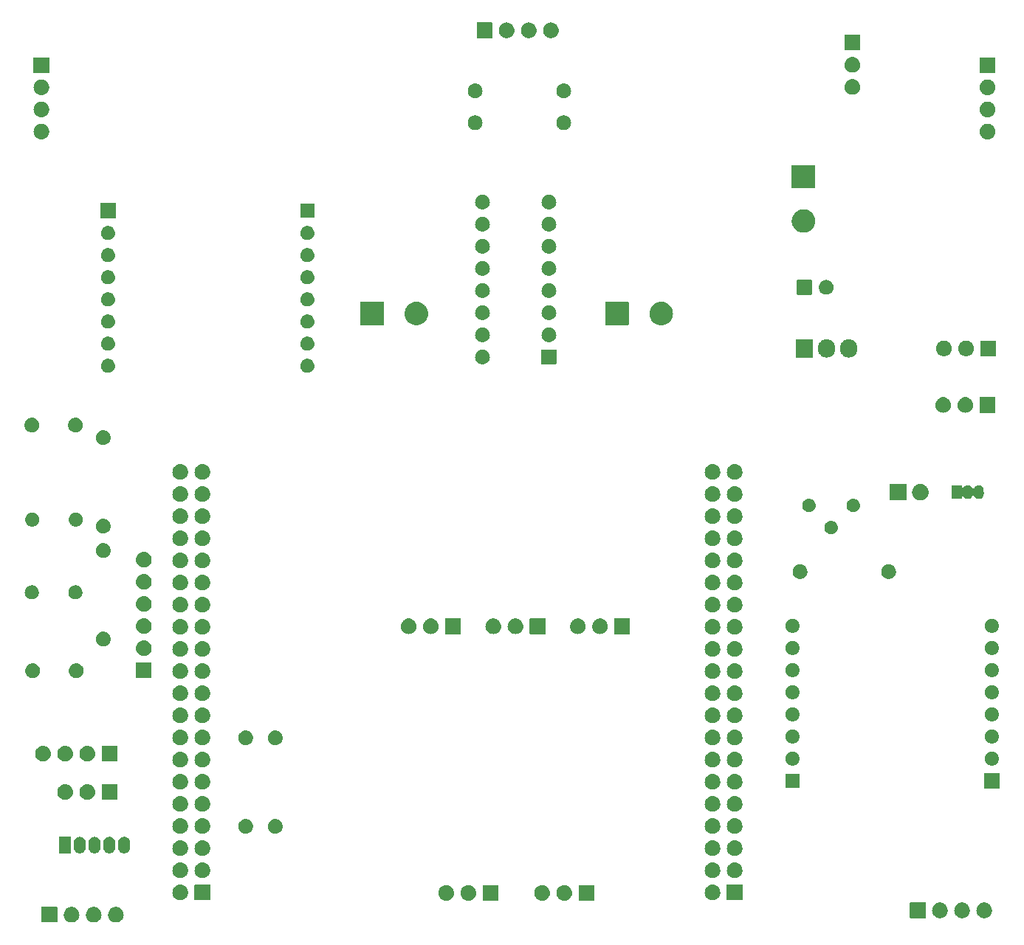
<source format=gbr>
%TF.GenerationSoftware,KiCad,Pcbnew,8.0.0*%
%TF.CreationDate,2024-05-27T21:39:47+02:00*%
%TF.ProjectId,Motor_Board_L476RG,4d6f746f-725f-4426-9f61-72645f4c3437,rev?*%
%TF.SameCoordinates,Original*%
%TF.FileFunction,Soldermask,Bot*%
%TF.FilePolarity,Negative*%
%FSLAX46Y46*%
G04 Gerber Fmt 4.6, Leading zero omitted, Abs format (unit mm)*
G04 Created by KiCad (PCBNEW 8.0.0) date 2024-05-27 21:39:47*
%MOMM*%
%LPD*%
G01*
G04 APERTURE LIST*
G04 APERTURE END LIST*
G36*
X130789134Y-145103806D02*
G01*
X130805355Y-145114645D01*
X130816194Y-145130866D01*
X130820000Y-145150000D01*
X130820000Y-146850000D01*
X130816194Y-146869134D01*
X130805355Y-146885355D01*
X130789134Y-146896194D01*
X130770000Y-146900000D01*
X129070000Y-146900000D01*
X129050866Y-146896194D01*
X129034645Y-146885355D01*
X129023806Y-146869134D01*
X129020000Y-146850000D01*
X129020000Y-145150000D01*
X129023806Y-145130866D01*
X129034645Y-145114645D01*
X129050866Y-145103806D01*
X129070000Y-145100000D01*
X130770000Y-145100000D01*
X130789134Y-145103806D01*
G37*
G36*
X132503921Y-145104930D02*
G01*
X132554076Y-145104930D01*
X132597385Y-145114135D01*
X132635460Y-145117886D01*
X132683296Y-145132396D01*
X132738115Y-145144049D01*
X132773191Y-145159665D01*
X132804186Y-145169068D01*
X132853442Y-145195396D01*
X132910000Y-145220577D01*
X132936294Y-145239680D01*
X132959673Y-145252177D01*
X133007367Y-145291318D01*
X133062218Y-145331170D01*
X133080025Y-145350947D01*
X133095968Y-145364031D01*
X133138808Y-145416232D01*
X133188115Y-145470993D01*
X133198474Y-145488935D01*
X133207822Y-145500326D01*
X133242398Y-145565015D01*
X133282191Y-145633937D01*
X133286768Y-145648026D01*
X133290931Y-145655813D01*
X133313875Y-145731450D01*
X133340333Y-145812879D01*
X133341264Y-145821741D01*
X133342113Y-145824539D01*
X133350377Y-145908448D01*
X133360000Y-146000000D01*
X133350376Y-146091559D01*
X133342113Y-146175460D01*
X133341264Y-146178256D01*
X133340333Y-146187121D01*
X133313870Y-146268563D01*
X133290931Y-146344186D01*
X133286769Y-146351971D01*
X133282191Y-146366063D01*
X133242391Y-146434997D01*
X133207822Y-146499673D01*
X133198476Y-146511060D01*
X133188115Y-146529007D01*
X133138799Y-146583777D01*
X133095968Y-146635968D01*
X133080029Y-146649048D01*
X133062218Y-146668830D01*
X133007356Y-146708688D01*
X132959673Y-146747822D01*
X132936299Y-146760315D01*
X132910000Y-146779423D01*
X132853431Y-146804608D01*
X132804186Y-146830931D01*
X132773198Y-146840330D01*
X132738115Y-146855951D01*
X132683285Y-146867605D01*
X132635460Y-146882113D01*
X132597394Y-146885862D01*
X132554076Y-146895070D01*
X132503911Y-146895070D01*
X132460000Y-146899395D01*
X132416089Y-146895070D01*
X132365924Y-146895070D01*
X132322605Y-146885862D01*
X132284539Y-146882113D01*
X132236711Y-146867604D01*
X132181885Y-146855951D01*
X132146803Y-146840331D01*
X132115813Y-146830931D01*
X132066562Y-146804606D01*
X132010000Y-146779423D01*
X131983703Y-146760317D01*
X131960326Y-146747822D01*
X131912634Y-146708682D01*
X131857782Y-146668830D01*
X131839973Y-146649051D01*
X131824031Y-146635968D01*
X131781189Y-146583765D01*
X131731885Y-146529007D01*
X131721526Y-146511065D01*
X131712177Y-146499673D01*
X131677594Y-146434974D01*
X131637809Y-146366063D01*
X131633231Y-146351976D01*
X131629068Y-146344186D01*
X131606114Y-146268517D01*
X131579667Y-146187121D01*
X131578735Y-146178261D01*
X131577886Y-146175460D01*
X131569607Y-146091408D01*
X131560000Y-146000000D01*
X131569606Y-145908599D01*
X131577886Y-145824539D01*
X131578736Y-145821736D01*
X131579667Y-145812879D01*
X131606109Y-145731496D01*
X131629068Y-145655813D01*
X131633232Y-145648021D01*
X131637809Y-145633937D01*
X131677587Y-145565038D01*
X131712177Y-145500326D01*
X131721528Y-145488931D01*
X131731885Y-145470993D01*
X131781180Y-145416245D01*
X131824031Y-145364031D01*
X131839976Y-145350944D01*
X131857782Y-145331170D01*
X131912623Y-145291325D01*
X131960326Y-145252177D01*
X131983708Y-145239678D01*
X132010000Y-145220577D01*
X132066551Y-145195398D01*
X132115813Y-145169068D01*
X132146810Y-145159664D01*
X132181885Y-145144049D01*
X132236700Y-145132397D01*
X132284539Y-145117886D01*
X132322614Y-145114135D01*
X132365924Y-145104930D01*
X132416079Y-145104930D01*
X132460000Y-145100604D01*
X132503921Y-145104930D01*
G37*
G36*
X135043921Y-145104930D02*
G01*
X135094076Y-145104930D01*
X135137385Y-145114135D01*
X135175460Y-145117886D01*
X135223296Y-145132396D01*
X135278115Y-145144049D01*
X135313191Y-145159665D01*
X135344186Y-145169068D01*
X135393442Y-145195396D01*
X135450000Y-145220577D01*
X135476294Y-145239680D01*
X135499673Y-145252177D01*
X135547367Y-145291318D01*
X135602218Y-145331170D01*
X135620025Y-145350947D01*
X135635968Y-145364031D01*
X135678808Y-145416232D01*
X135728115Y-145470993D01*
X135738474Y-145488935D01*
X135747822Y-145500326D01*
X135782398Y-145565015D01*
X135822191Y-145633937D01*
X135826768Y-145648026D01*
X135830931Y-145655813D01*
X135853875Y-145731450D01*
X135880333Y-145812879D01*
X135881264Y-145821741D01*
X135882113Y-145824539D01*
X135890377Y-145908448D01*
X135900000Y-146000000D01*
X135890376Y-146091559D01*
X135882113Y-146175460D01*
X135881264Y-146178256D01*
X135880333Y-146187121D01*
X135853870Y-146268563D01*
X135830931Y-146344186D01*
X135826769Y-146351971D01*
X135822191Y-146366063D01*
X135782391Y-146434997D01*
X135747822Y-146499673D01*
X135738476Y-146511060D01*
X135728115Y-146529007D01*
X135678799Y-146583777D01*
X135635968Y-146635968D01*
X135620029Y-146649048D01*
X135602218Y-146668830D01*
X135547356Y-146708688D01*
X135499673Y-146747822D01*
X135476299Y-146760315D01*
X135450000Y-146779423D01*
X135393431Y-146804608D01*
X135344186Y-146830931D01*
X135313198Y-146840330D01*
X135278115Y-146855951D01*
X135223285Y-146867605D01*
X135175460Y-146882113D01*
X135137394Y-146885862D01*
X135094076Y-146895070D01*
X135043911Y-146895070D01*
X135000000Y-146899395D01*
X134956089Y-146895070D01*
X134905924Y-146895070D01*
X134862605Y-146885862D01*
X134824539Y-146882113D01*
X134776711Y-146867604D01*
X134721885Y-146855951D01*
X134686803Y-146840331D01*
X134655813Y-146830931D01*
X134606562Y-146804606D01*
X134550000Y-146779423D01*
X134523703Y-146760317D01*
X134500326Y-146747822D01*
X134452634Y-146708682D01*
X134397782Y-146668830D01*
X134379973Y-146649051D01*
X134364031Y-146635968D01*
X134321189Y-146583765D01*
X134271885Y-146529007D01*
X134261526Y-146511065D01*
X134252177Y-146499673D01*
X134217594Y-146434974D01*
X134177809Y-146366063D01*
X134173231Y-146351976D01*
X134169068Y-146344186D01*
X134146114Y-146268517D01*
X134119667Y-146187121D01*
X134118735Y-146178261D01*
X134117886Y-146175460D01*
X134109607Y-146091408D01*
X134100000Y-146000000D01*
X134109606Y-145908599D01*
X134117886Y-145824539D01*
X134118736Y-145821736D01*
X134119667Y-145812879D01*
X134146109Y-145731496D01*
X134169068Y-145655813D01*
X134173232Y-145648021D01*
X134177809Y-145633937D01*
X134217587Y-145565038D01*
X134252177Y-145500326D01*
X134261528Y-145488931D01*
X134271885Y-145470993D01*
X134321180Y-145416245D01*
X134364031Y-145364031D01*
X134379976Y-145350944D01*
X134397782Y-145331170D01*
X134452623Y-145291325D01*
X134500326Y-145252177D01*
X134523708Y-145239678D01*
X134550000Y-145220577D01*
X134606551Y-145195398D01*
X134655813Y-145169068D01*
X134686810Y-145159664D01*
X134721885Y-145144049D01*
X134776700Y-145132397D01*
X134824539Y-145117886D01*
X134862614Y-145114135D01*
X134905924Y-145104930D01*
X134956079Y-145104930D01*
X135000000Y-145100604D01*
X135043921Y-145104930D01*
G37*
G36*
X137583921Y-145104930D02*
G01*
X137634076Y-145104930D01*
X137677385Y-145114135D01*
X137715460Y-145117886D01*
X137763296Y-145132396D01*
X137818115Y-145144049D01*
X137853191Y-145159665D01*
X137884186Y-145169068D01*
X137933442Y-145195396D01*
X137990000Y-145220577D01*
X138016294Y-145239680D01*
X138039673Y-145252177D01*
X138087367Y-145291318D01*
X138142218Y-145331170D01*
X138160025Y-145350947D01*
X138175968Y-145364031D01*
X138218808Y-145416232D01*
X138268115Y-145470993D01*
X138278474Y-145488935D01*
X138287822Y-145500326D01*
X138322398Y-145565015D01*
X138362191Y-145633937D01*
X138366768Y-145648026D01*
X138370931Y-145655813D01*
X138393875Y-145731450D01*
X138420333Y-145812879D01*
X138421264Y-145821741D01*
X138422113Y-145824539D01*
X138430377Y-145908448D01*
X138440000Y-146000000D01*
X138430376Y-146091559D01*
X138422113Y-146175460D01*
X138421264Y-146178256D01*
X138420333Y-146187121D01*
X138393870Y-146268563D01*
X138370931Y-146344186D01*
X138366769Y-146351971D01*
X138362191Y-146366063D01*
X138322391Y-146434997D01*
X138287822Y-146499673D01*
X138278476Y-146511060D01*
X138268115Y-146529007D01*
X138218799Y-146583777D01*
X138175968Y-146635968D01*
X138160029Y-146649048D01*
X138142218Y-146668830D01*
X138087356Y-146708688D01*
X138039673Y-146747822D01*
X138016299Y-146760315D01*
X137990000Y-146779423D01*
X137933431Y-146804608D01*
X137884186Y-146830931D01*
X137853198Y-146840330D01*
X137818115Y-146855951D01*
X137763285Y-146867605D01*
X137715460Y-146882113D01*
X137677394Y-146885862D01*
X137634076Y-146895070D01*
X137583911Y-146895070D01*
X137540000Y-146899395D01*
X137496089Y-146895070D01*
X137445924Y-146895070D01*
X137402605Y-146885862D01*
X137364539Y-146882113D01*
X137316711Y-146867604D01*
X137261885Y-146855951D01*
X137226803Y-146840331D01*
X137195813Y-146830931D01*
X137146562Y-146804606D01*
X137090000Y-146779423D01*
X137063703Y-146760317D01*
X137040326Y-146747822D01*
X136992634Y-146708682D01*
X136937782Y-146668830D01*
X136919973Y-146649051D01*
X136904031Y-146635968D01*
X136861189Y-146583765D01*
X136811885Y-146529007D01*
X136801526Y-146511065D01*
X136792177Y-146499673D01*
X136757594Y-146434974D01*
X136717809Y-146366063D01*
X136713231Y-146351976D01*
X136709068Y-146344186D01*
X136686114Y-146268517D01*
X136659667Y-146187121D01*
X136658735Y-146178261D01*
X136657886Y-146175460D01*
X136649607Y-146091408D01*
X136640000Y-146000000D01*
X136649606Y-145908599D01*
X136657886Y-145824539D01*
X136658736Y-145821736D01*
X136659667Y-145812879D01*
X136686109Y-145731496D01*
X136709068Y-145655813D01*
X136713232Y-145648021D01*
X136717809Y-145633937D01*
X136757587Y-145565038D01*
X136792177Y-145500326D01*
X136801528Y-145488931D01*
X136811885Y-145470993D01*
X136861180Y-145416245D01*
X136904031Y-145364031D01*
X136919976Y-145350944D01*
X136937782Y-145331170D01*
X136992623Y-145291325D01*
X137040326Y-145252177D01*
X137063708Y-145239678D01*
X137090000Y-145220577D01*
X137146551Y-145195398D01*
X137195813Y-145169068D01*
X137226810Y-145159664D01*
X137261885Y-145144049D01*
X137316700Y-145132397D01*
X137364539Y-145117886D01*
X137402614Y-145114135D01*
X137445924Y-145104930D01*
X137496079Y-145104930D01*
X137540000Y-145100604D01*
X137583921Y-145104930D01*
G37*
G36*
X230369134Y-144603806D02*
G01*
X230385355Y-144614645D01*
X230396194Y-144630866D01*
X230400000Y-144650000D01*
X230400000Y-146350000D01*
X230396194Y-146369134D01*
X230385355Y-146385355D01*
X230369134Y-146396194D01*
X230350000Y-146400000D01*
X228650000Y-146400000D01*
X228630866Y-146396194D01*
X228614645Y-146385355D01*
X228603806Y-146369134D01*
X228600000Y-146350000D01*
X228600000Y-144650000D01*
X228603806Y-144630866D01*
X228614645Y-144614645D01*
X228630866Y-144603806D01*
X228650000Y-144600000D01*
X230350000Y-144600000D01*
X230369134Y-144603806D01*
G37*
G36*
X232083921Y-144604930D02*
G01*
X232134076Y-144604930D01*
X232177385Y-144614135D01*
X232215460Y-144617886D01*
X232263296Y-144632396D01*
X232318115Y-144644049D01*
X232353191Y-144659665D01*
X232384186Y-144669068D01*
X232433442Y-144695396D01*
X232490000Y-144720577D01*
X232516294Y-144739680D01*
X232539673Y-144752177D01*
X232587367Y-144791318D01*
X232642218Y-144831170D01*
X232660025Y-144850947D01*
X232675968Y-144864031D01*
X232718808Y-144916232D01*
X232768115Y-144970993D01*
X232778474Y-144988935D01*
X232787822Y-145000326D01*
X232822398Y-145065015D01*
X232862191Y-145133937D01*
X232866768Y-145148026D01*
X232870931Y-145155813D01*
X232893875Y-145231450D01*
X232920333Y-145312879D01*
X232921264Y-145321741D01*
X232922113Y-145324539D01*
X232930377Y-145408448D01*
X232940000Y-145500000D01*
X232930376Y-145591559D01*
X232922113Y-145675460D01*
X232921264Y-145678256D01*
X232920333Y-145687121D01*
X232893870Y-145768563D01*
X232870931Y-145844186D01*
X232866769Y-145851971D01*
X232862191Y-145866063D01*
X232822391Y-145934997D01*
X232787822Y-145999673D01*
X232778476Y-146011060D01*
X232768115Y-146029007D01*
X232718799Y-146083777D01*
X232675968Y-146135968D01*
X232660029Y-146149048D01*
X232642218Y-146168830D01*
X232587356Y-146208688D01*
X232539673Y-146247822D01*
X232516299Y-146260315D01*
X232490000Y-146279423D01*
X232433431Y-146304608D01*
X232384186Y-146330931D01*
X232353198Y-146340330D01*
X232318115Y-146355951D01*
X232263285Y-146367605D01*
X232215460Y-146382113D01*
X232177394Y-146385862D01*
X232134076Y-146395070D01*
X232083911Y-146395070D01*
X232040000Y-146399395D01*
X231996089Y-146395070D01*
X231945924Y-146395070D01*
X231902605Y-146385862D01*
X231864539Y-146382113D01*
X231816711Y-146367604D01*
X231761885Y-146355951D01*
X231726803Y-146340331D01*
X231695813Y-146330931D01*
X231646562Y-146304606D01*
X231590000Y-146279423D01*
X231563703Y-146260317D01*
X231540326Y-146247822D01*
X231492634Y-146208682D01*
X231437782Y-146168830D01*
X231419973Y-146149051D01*
X231404031Y-146135968D01*
X231361189Y-146083765D01*
X231311885Y-146029007D01*
X231301526Y-146011065D01*
X231292177Y-145999673D01*
X231257594Y-145934974D01*
X231217809Y-145866063D01*
X231213231Y-145851976D01*
X231209068Y-145844186D01*
X231186114Y-145768517D01*
X231159667Y-145687121D01*
X231158735Y-145678261D01*
X231157886Y-145675460D01*
X231149607Y-145591408D01*
X231140000Y-145500000D01*
X231149606Y-145408599D01*
X231157886Y-145324539D01*
X231158736Y-145321736D01*
X231159667Y-145312879D01*
X231186109Y-145231496D01*
X231209068Y-145155813D01*
X231213232Y-145148021D01*
X231217809Y-145133937D01*
X231257587Y-145065038D01*
X231292177Y-145000326D01*
X231301528Y-144988931D01*
X231311885Y-144970993D01*
X231361180Y-144916245D01*
X231404031Y-144864031D01*
X231419976Y-144850944D01*
X231437782Y-144831170D01*
X231492623Y-144791325D01*
X231540326Y-144752177D01*
X231563708Y-144739678D01*
X231590000Y-144720577D01*
X231646551Y-144695398D01*
X231695813Y-144669068D01*
X231726810Y-144659664D01*
X231761885Y-144644049D01*
X231816700Y-144632397D01*
X231864539Y-144617886D01*
X231902614Y-144614135D01*
X231945924Y-144604930D01*
X231996079Y-144604930D01*
X232040000Y-144600604D01*
X232083921Y-144604930D01*
G37*
G36*
X234623921Y-144604930D02*
G01*
X234674076Y-144604930D01*
X234717385Y-144614135D01*
X234755460Y-144617886D01*
X234803296Y-144632396D01*
X234858115Y-144644049D01*
X234893191Y-144659665D01*
X234924186Y-144669068D01*
X234973442Y-144695396D01*
X235030000Y-144720577D01*
X235056294Y-144739680D01*
X235079673Y-144752177D01*
X235127367Y-144791318D01*
X235182218Y-144831170D01*
X235200025Y-144850947D01*
X235215968Y-144864031D01*
X235258808Y-144916232D01*
X235308115Y-144970993D01*
X235318474Y-144988935D01*
X235327822Y-145000326D01*
X235362398Y-145065015D01*
X235402191Y-145133937D01*
X235406768Y-145148026D01*
X235410931Y-145155813D01*
X235433875Y-145231450D01*
X235460333Y-145312879D01*
X235461264Y-145321741D01*
X235462113Y-145324539D01*
X235470377Y-145408448D01*
X235480000Y-145500000D01*
X235470376Y-145591559D01*
X235462113Y-145675460D01*
X235461264Y-145678256D01*
X235460333Y-145687121D01*
X235433870Y-145768563D01*
X235410931Y-145844186D01*
X235406769Y-145851971D01*
X235402191Y-145866063D01*
X235362391Y-145934997D01*
X235327822Y-145999673D01*
X235318476Y-146011060D01*
X235308115Y-146029007D01*
X235258799Y-146083777D01*
X235215968Y-146135968D01*
X235200029Y-146149048D01*
X235182218Y-146168830D01*
X235127356Y-146208688D01*
X235079673Y-146247822D01*
X235056299Y-146260315D01*
X235030000Y-146279423D01*
X234973431Y-146304608D01*
X234924186Y-146330931D01*
X234893198Y-146340330D01*
X234858115Y-146355951D01*
X234803285Y-146367605D01*
X234755460Y-146382113D01*
X234717394Y-146385862D01*
X234674076Y-146395070D01*
X234623911Y-146395070D01*
X234580000Y-146399395D01*
X234536089Y-146395070D01*
X234485924Y-146395070D01*
X234442605Y-146385862D01*
X234404539Y-146382113D01*
X234356711Y-146367604D01*
X234301885Y-146355951D01*
X234266803Y-146340331D01*
X234235813Y-146330931D01*
X234186562Y-146304606D01*
X234130000Y-146279423D01*
X234103703Y-146260317D01*
X234080326Y-146247822D01*
X234032634Y-146208682D01*
X233977782Y-146168830D01*
X233959973Y-146149051D01*
X233944031Y-146135968D01*
X233901189Y-146083765D01*
X233851885Y-146029007D01*
X233841526Y-146011065D01*
X233832177Y-145999673D01*
X233797594Y-145934974D01*
X233757809Y-145866063D01*
X233753231Y-145851976D01*
X233749068Y-145844186D01*
X233726114Y-145768517D01*
X233699667Y-145687121D01*
X233698735Y-145678261D01*
X233697886Y-145675460D01*
X233689607Y-145591408D01*
X233680000Y-145500000D01*
X233689606Y-145408599D01*
X233697886Y-145324539D01*
X233698736Y-145321736D01*
X233699667Y-145312879D01*
X233726109Y-145231496D01*
X233749068Y-145155813D01*
X233753232Y-145148021D01*
X233757809Y-145133937D01*
X233797587Y-145065038D01*
X233832177Y-145000326D01*
X233841528Y-144988931D01*
X233851885Y-144970993D01*
X233901180Y-144916245D01*
X233944031Y-144864031D01*
X233959976Y-144850944D01*
X233977782Y-144831170D01*
X234032623Y-144791325D01*
X234080326Y-144752177D01*
X234103708Y-144739678D01*
X234130000Y-144720577D01*
X234186551Y-144695398D01*
X234235813Y-144669068D01*
X234266810Y-144659664D01*
X234301885Y-144644049D01*
X234356700Y-144632397D01*
X234404539Y-144617886D01*
X234442614Y-144614135D01*
X234485924Y-144604930D01*
X234536079Y-144604930D01*
X234580000Y-144600604D01*
X234623921Y-144604930D01*
G37*
G36*
X237163921Y-144604930D02*
G01*
X237214076Y-144604930D01*
X237257385Y-144614135D01*
X237295460Y-144617886D01*
X237343296Y-144632396D01*
X237398115Y-144644049D01*
X237433191Y-144659665D01*
X237464186Y-144669068D01*
X237513442Y-144695396D01*
X237570000Y-144720577D01*
X237596294Y-144739680D01*
X237619673Y-144752177D01*
X237667367Y-144791318D01*
X237722218Y-144831170D01*
X237740025Y-144850947D01*
X237755968Y-144864031D01*
X237798808Y-144916232D01*
X237848115Y-144970993D01*
X237858474Y-144988935D01*
X237867822Y-145000326D01*
X237902398Y-145065015D01*
X237942191Y-145133937D01*
X237946768Y-145148026D01*
X237950931Y-145155813D01*
X237973875Y-145231450D01*
X238000333Y-145312879D01*
X238001264Y-145321741D01*
X238002113Y-145324539D01*
X238010377Y-145408448D01*
X238020000Y-145500000D01*
X238010376Y-145591559D01*
X238002113Y-145675460D01*
X238001264Y-145678256D01*
X238000333Y-145687121D01*
X237973870Y-145768563D01*
X237950931Y-145844186D01*
X237946769Y-145851971D01*
X237942191Y-145866063D01*
X237902391Y-145934997D01*
X237867822Y-145999673D01*
X237858476Y-146011060D01*
X237848115Y-146029007D01*
X237798799Y-146083777D01*
X237755968Y-146135968D01*
X237740029Y-146149048D01*
X237722218Y-146168830D01*
X237667356Y-146208688D01*
X237619673Y-146247822D01*
X237596299Y-146260315D01*
X237570000Y-146279423D01*
X237513431Y-146304608D01*
X237464186Y-146330931D01*
X237433198Y-146340330D01*
X237398115Y-146355951D01*
X237343285Y-146367605D01*
X237295460Y-146382113D01*
X237257394Y-146385862D01*
X237214076Y-146395070D01*
X237163911Y-146395070D01*
X237120000Y-146399395D01*
X237076089Y-146395070D01*
X237025924Y-146395070D01*
X236982605Y-146385862D01*
X236944539Y-146382113D01*
X236896711Y-146367604D01*
X236841885Y-146355951D01*
X236806803Y-146340331D01*
X236775813Y-146330931D01*
X236726562Y-146304606D01*
X236670000Y-146279423D01*
X236643703Y-146260317D01*
X236620326Y-146247822D01*
X236572634Y-146208682D01*
X236517782Y-146168830D01*
X236499973Y-146149051D01*
X236484031Y-146135968D01*
X236441189Y-146083765D01*
X236391885Y-146029007D01*
X236381526Y-146011065D01*
X236372177Y-145999673D01*
X236337594Y-145934974D01*
X236297809Y-145866063D01*
X236293231Y-145851976D01*
X236289068Y-145844186D01*
X236266114Y-145768517D01*
X236239667Y-145687121D01*
X236238735Y-145678261D01*
X236237886Y-145675460D01*
X236229607Y-145591408D01*
X236220000Y-145500000D01*
X236229606Y-145408599D01*
X236237886Y-145324539D01*
X236238736Y-145321736D01*
X236239667Y-145312879D01*
X236266109Y-145231496D01*
X236289068Y-145155813D01*
X236293232Y-145148021D01*
X236297809Y-145133937D01*
X236337587Y-145065038D01*
X236372177Y-145000326D01*
X236381528Y-144988931D01*
X236391885Y-144970993D01*
X236441180Y-144916245D01*
X236484031Y-144864031D01*
X236499976Y-144850944D01*
X236517782Y-144831170D01*
X236572623Y-144791325D01*
X236620326Y-144752177D01*
X236643708Y-144739678D01*
X236670000Y-144720577D01*
X236726551Y-144695398D01*
X236775813Y-144669068D01*
X236806810Y-144659664D01*
X236841885Y-144644049D01*
X236896700Y-144632397D01*
X236944539Y-144617886D01*
X236982614Y-144614135D01*
X237025924Y-144604930D01*
X237076079Y-144604930D01*
X237120000Y-144600604D01*
X237163921Y-144604930D01*
G37*
G36*
X181369134Y-142603806D02*
G01*
X181385355Y-142614645D01*
X181396194Y-142630866D01*
X181400000Y-142650000D01*
X181400000Y-144350000D01*
X181396194Y-144369134D01*
X181385355Y-144385355D01*
X181369134Y-144396194D01*
X181350000Y-144400000D01*
X179650000Y-144400000D01*
X179630866Y-144396194D01*
X179614645Y-144385355D01*
X179603806Y-144369134D01*
X179600000Y-144350000D01*
X179600000Y-142650000D01*
X179603806Y-142630866D01*
X179614645Y-142614645D01*
X179630866Y-142603806D01*
X179650000Y-142600000D01*
X181350000Y-142600000D01*
X181369134Y-142603806D01*
G37*
G36*
X192369134Y-142603806D02*
G01*
X192385355Y-142614645D01*
X192396194Y-142630866D01*
X192400000Y-142650000D01*
X192400000Y-144350000D01*
X192396194Y-144369134D01*
X192385355Y-144385355D01*
X192369134Y-144396194D01*
X192350000Y-144400000D01*
X190650000Y-144400000D01*
X190630866Y-144396194D01*
X190614645Y-144385355D01*
X190603806Y-144369134D01*
X190600000Y-144350000D01*
X190600000Y-142650000D01*
X190603806Y-142630866D01*
X190614645Y-142614645D01*
X190630866Y-142603806D01*
X190650000Y-142600000D01*
X192350000Y-142600000D01*
X192369134Y-142603806D01*
G37*
G36*
X175463921Y-142604930D02*
G01*
X175514076Y-142604930D01*
X175557385Y-142614135D01*
X175595460Y-142617886D01*
X175643296Y-142632396D01*
X175698115Y-142644049D01*
X175733191Y-142659665D01*
X175764186Y-142669068D01*
X175813442Y-142695396D01*
X175870000Y-142720577D01*
X175896294Y-142739680D01*
X175919673Y-142752177D01*
X175967367Y-142791318D01*
X176022218Y-142831170D01*
X176040025Y-142850947D01*
X176055968Y-142864031D01*
X176098808Y-142916232D01*
X176148115Y-142970993D01*
X176158474Y-142988935D01*
X176167822Y-143000326D01*
X176202398Y-143065015D01*
X176242191Y-143133937D01*
X176246768Y-143148026D01*
X176250931Y-143155813D01*
X176273875Y-143231450D01*
X176300333Y-143312879D01*
X176301264Y-143321741D01*
X176302113Y-143324539D01*
X176310377Y-143408448D01*
X176320000Y-143500000D01*
X176310376Y-143591559D01*
X176302113Y-143675460D01*
X176301264Y-143678256D01*
X176300333Y-143687121D01*
X176273870Y-143768563D01*
X176250931Y-143844186D01*
X176246769Y-143851971D01*
X176242191Y-143866063D01*
X176202391Y-143934997D01*
X176167822Y-143999673D01*
X176158476Y-144011060D01*
X176148115Y-144029007D01*
X176098799Y-144083777D01*
X176055968Y-144135968D01*
X176040029Y-144149048D01*
X176022218Y-144168830D01*
X175967356Y-144208688D01*
X175919673Y-144247822D01*
X175896299Y-144260315D01*
X175870000Y-144279423D01*
X175813431Y-144304608D01*
X175764186Y-144330931D01*
X175733198Y-144340330D01*
X175698115Y-144355951D01*
X175643285Y-144367605D01*
X175595460Y-144382113D01*
X175557394Y-144385862D01*
X175514076Y-144395070D01*
X175463911Y-144395070D01*
X175420000Y-144399395D01*
X175376089Y-144395070D01*
X175325924Y-144395070D01*
X175282605Y-144385862D01*
X175244539Y-144382113D01*
X175196711Y-144367604D01*
X175141885Y-144355951D01*
X175106803Y-144340331D01*
X175075813Y-144330931D01*
X175026562Y-144304606D01*
X174970000Y-144279423D01*
X174943703Y-144260317D01*
X174920326Y-144247822D01*
X174872634Y-144208682D01*
X174817782Y-144168830D01*
X174799973Y-144149051D01*
X174784031Y-144135968D01*
X174741189Y-144083765D01*
X174691885Y-144029007D01*
X174681526Y-144011065D01*
X174672177Y-143999673D01*
X174637594Y-143934974D01*
X174597809Y-143866063D01*
X174593231Y-143851976D01*
X174589068Y-143844186D01*
X174566114Y-143768517D01*
X174539667Y-143687121D01*
X174538735Y-143678261D01*
X174537886Y-143675460D01*
X174529607Y-143591408D01*
X174520000Y-143500000D01*
X174529606Y-143408599D01*
X174537886Y-143324539D01*
X174538736Y-143321736D01*
X174539667Y-143312879D01*
X174566109Y-143231496D01*
X174589068Y-143155813D01*
X174593232Y-143148021D01*
X174597809Y-143133937D01*
X174637587Y-143065038D01*
X174672177Y-143000326D01*
X174681528Y-142988931D01*
X174691885Y-142970993D01*
X174741180Y-142916245D01*
X174784031Y-142864031D01*
X174799976Y-142850944D01*
X174817782Y-142831170D01*
X174872623Y-142791325D01*
X174920326Y-142752177D01*
X174943708Y-142739678D01*
X174970000Y-142720577D01*
X175026551Y-142695398D01*
X175075813Y-142669068D01*
X175106810Y-142659664D01*
X175141885Y-142644049D01*
X175196700Y-142632397D01*
X175244539Y-142617886D01*
X175282614Y-142614135D01*
X175325924Y-142604930D01*
X175376079Y-142604930D01*
X175420000Y-142600604D01*
X175463921Y-142604930D01*
G37*
G36*
X178003921Y-142604930D02*
G01*
X178054076Y-142604930D01*
X178097385Y-142614135D01*
X178135460Y-142617886D01*
X178183296Y-142632396D01*
X178238115Y-142644049D01*
X178273191Y-142659665D01*
X178304186Y-142669068D01*
X178353442Y-142695396D01*
X178410000Y-142720577D01*
X178436294Y-142739680D01*
X178459673Y-142752177D01*
X178507367Y-142791318D01*
X178562218Y-142831170D01*
X178580025Y-142850947D01*
X178595968Y-142864031D01*
X178638808Y-142916232D01*
X178688115Y-142970993D01*
X178698474Y-142988935D01*
X178707822Y-143000326D01*
X178742398Y-143065015D01*
X178782191Y-143133937D01*
X178786768Y-143148026D01*
X178790931Y-143155813D01*
X178813875Y-143231450D01*
X178840333Y-143312879D01*
X178841264Y-143321741D01*
X178842113Y-143324539D01*
X178850377Y-143408448D01*
X178860000Y-143500000D01*
X178850376Y-143591559D01*
X178842113Y-143675460D01*
X178841264Y-143678256D01*
X178840333Y-143687121D01*
X178813870Y-143768563D01*
X178790931Y-143844186D01*
X178786769Y-143851971D01*
X178782191Y-143866063D01*
X178742391Y-143934997D01*
X178707822Y-143999673D01*
X178698476Y-144011060D01*
X178688115Y-144029007D01*
X178638799Y-144083777D01*
X178595968Y-144135968D01*
X178580029Y-144149048D01*
X178562218Y-144168830D01*
X178507356Y-144208688D01*
X178459673Y-144247822D01*
X178436299Y-144260315D01*
X178410000Y-144279423D01*
X178353431Y-144304608D01*
X178304186Y-144330931D01*
X178273198Y-144340330D01*
X178238115Y-144355951D01*
X178183285Y-144367605D01*
X178135460Y-144382113D01*
X178097394Y-144385862D01*
X178054076Y-144395070D01*
X178003911Y-144395070D01*
X177960000Y-144399395D01*
X177916089Y-144395070D01*
X177865924Y-144395070D01*
X177822605Y-144385862D01*
X177784539Y-144382113D01*
X177736711Y-144367604D01*
X177681885Y-144355951D01*
X177646803Y-144340331D01*
X177615813Y-144330931D01*
X177566562Y-144304606D01*
X177510000Y-144279423D01*
X177483703Y-144260317D01*
X177460326Y-144247822D01*
X177412634Y-144208682D01*
X177357782Y-144168830D01*
X177339973Y-144149051D01*
X177324031Y-144135968D01*
X177281189Y-144083765D01*
X177231885Y-144029007D01*
X177221526Y-144011065D01*
X177212177Y-143999673D01*
X177177594Y-143934974D01*
X177137809Y-143866063D01*
X177133231Y-143851976D01*
X177129068Y-143844186D01*
X177106114Y-143768517D01*
X177079667Y-143687121D01*
X177078735Y-143678261D01*
X177077886Y-143675460D01*
X177069607Y-143591408D01*
X177060000Y-143500000D01*
X177069606Y-143408599D01*
X177077886Y-143324539D01*
X177078736Y-143321736D01*
X177079667Y-143312879D01*
X177106109Y-143231496D01*
X177129068Y-143155813D01*
X177133232Y-143148021D01*
X177137809Y-143133937D01*
X177177587Y-143065038D01*
X177212177Y-143000326D01*
X177221528Y-142988931D01*
X177231885Y-142970993D01*
X177281180Y-142916245D01*
X177324031Y-142864031D01*
X177339976Y-142850944D01*
X177357782Y-142831170D01*
X177412623Y-142791325D01*
X177460326Y-142752177D01*
X177483708Y-142739678D01*
X177510000Y-142720577D01*
X177566551Y-142695398D01*
X177615813Y-142669068D01*
X177646810Y-142659664D01*
X177681885Y-142644049D01*
X177736700Y-142632397D01*
X177784539Y-142617886D01*
X177822614Y-142614135D01*
X177865924Y-142604930D01*
X177916079Y-142604930D01*
X177960000Y-142600604D01*
X178003921Y-142604930D01*
G37*
G36*
X186463921Y-142604930D02*
G01*
X186514076Y-142604930D01*
X186557385Y-142614135D01*
X186595460Y-142617886D01*
X186643296Y-142632396D01*
X186698115Y-142644049D01*
X186733191Y-142659665D01*
X186764186Y-142669068D01*
X186813442Y-142695396D01*
X186870000Y-142720577D01*
X186896294Y-142739680D01*
X186919673Y-142752177D01*
X186967367Y-142791318D01*
X187022218Y-142831170D01*
X187040025Y-142850947D01*
X187055968Y-142864031D01*
X187098808Y-142916232D01*
X187148115Y-142970993D01*
X187158474Y-142988935D01*
X187167822Y-143000326D01*
X187202398Y-143065015D01*
X187242191Y-143133937D01*
X187246768Y-143148026D01*
X187250931Y-143155813D01*
X187273875Y-143231450D01*
X187300333Y-143312879D01*
X187301264Y-143321741D01*
X187302113Y-143324539D01*
X187310377Y-143408448D01*
X187320000Y-143500000D01*
X187310376Y-143591559D01*
X187302113Y-143675460D01*
X187301264Y-143678256D01*
X187300333Y-143687121D01*
X187273870Y-143768563D01*
X187250931Y-143844186D01*
X187246769Y-143851971D01*
X187242191Y-143866063D01*
X187202391Y-143934997D01*
X187167822Y-143999673D01*
X187158476Y-144011060D01*
X187148115Y-144029007D01*
X187098799Y-144083777D01*
X187055968Y-144135968D01*
X187040029Y-144149048D01*
X187022218Y-144168830D01*
X186967356Y-144208688D01*
X186919673Y-144247822D01*
X186896299Y-144260315D01*
X186870000Y-144279423D01*
X186813431Y-144304608D01*
X186764186Y-144330931D01*
X186733198Y-144340330D01*
X186698115Y-144355951D01*
X186643285Y-144367605D01*
X186595460Y-144382113D01*
X186557394Y-144385862D01*
X186514076Y-144395070D01*
X186463911Y-144395070D01*
X186420000Y-144399395D01*
X186376089Y-144395070D01*
X186325924Y-144395070D01*
X186282605Y-144385862D01*
X186244539Y-144382113D01*
X186196711Y-144367604D01*
X186141885Y-144355951D01*
X186106803Y-144340331D01*
X186075813Y-144330931D01*
X186026562Y-144304606D01*
X185970000Y-144279423D01*
X185943703Y-144260317D01*
X185920326Y-144247822D01*
X185872634Y-144208682D01*
X185817782Y-144168830D01*
X185799973Y-144149051D01*
X185784031Y-144135968D01*
X185741189Y-144083765D01*
X185691885Y-144029007D01*
X185681526Y-144011065D01*
X185672177Y-143999673D01*
X185637594Y-143934974D01*
X185597809Y-143866063D01*
X185593231Y-143851976D01*
X185589068Y-143844186D01*
X185566114Y-143768517D01*
X185539667Y-143687121D01*
X185538735Y-143678261D01*
X185537886Y-143675460D01*
X185529607Y-143591408D01*
X185520000Y-143500000D01*
X185529606Y-143408599D01*
X185537886Y-143324539D01*
X185538736Y-143321736D01*
X185539667Y-143312879D01*
X185566109Y-143231496D01*
X185589068Y-143155813D01*
X185593232Y-143148021D01*
X185597809Y-143133937D01*
X185637587Y-143065038D01*
X185672177Y-143000326D01*
X185681528Y-142988931D01*
X185691885Y-142970993D01*
X185741180Y-142916245D01*
X185784031Y-142864031D01*
X185799976Y-142850944D01*
X185817782Y-142831170D01*
X185872623Y-142791325D01*
X185920326Y-142752177D01*
X185943708Y-142739678D01*
X185970000Y-142720577D01*
X186026551Y-142695398D01*
X186075813Y-142669068D01*
X186106810Y-142659664D01*
X186141885Y-142644049D01*
X186196700Y-142632397D01*
X186244539Y-142617886D01*
X186282614Y-142614135D01*
X186325924Y-142604930D01*
X186376079Y-142604930D01*
X186420000Y-142600604D01*
X186463921Y-142604930D01*
G37*
G36*
X189003921Y-142604930D02*
G01*
X189054076Y-142604930D01*
X189097385Y-142614135D01*
X189135460Y-142617886D01*
X189183296Y-142632396D01*
X189238115Y-142644049D01*
X189273191Y-142659665D01*
X189304186Y-142669068D01*
X189353442Y-142695396D01*
X189410000Y-142720577D01*
X189436294Y-142739680D01*
X189459673Y-142752177D01*
X189507367Y-142791318D01*
X189562218Y-142831170D01*
X189580025Y-142850947D01*
X189595968Y-142864031D01*
X189638808Y-142916232D01*
X189688115Y-142970993D01*
X189698474Y-142988935D01*
X189707822Y-143000326D01*
X189742398Y-143065015D01*
X189782191Y-143133937D01*
X189786768Y-143148026D01*
X189790931Y-143155813D01*
X189813875Y-143231450D01*
X189840333Y-143312879D01*
X189841264Y-143321741D01*
X189842113Y-143324539D01*
X189850377Y-143408448D01*
X189860000Y-143500000D01*
X189850376Y-143591559D01*
X189842113Y-143675460D01*
X189841264Y-143678256D01*
X189840333Y-143687121D01*
X189813870Y-143768563D01*
X189790931Y-143844186D01*
X189786769Y-143851971D01*
X189782191Y-143866063D01*
X189742391Y-143934997D01*
X189707822Y-143999673D01*
X189698476Y-144011060D01*
X189688115Y-144029007D01*
X189638799Y-144083777D01*
X189595968Y-144135968D01*
X189580029Y-144149048D01*
X189562218Y-144168830D01*
X189507356Y-144208688D01*
X189459673Y-144247822D01*
X189436299Y-144260315D01*
X189410000Y-144279423D01*
X189353431Y-144304608D01*
X189304186Y-144330931D01*
X189273198Y-144340330D01*
X189238115Y-144355951D01*
X189183285Y-144367605D01*
X189135460Y-144382113D01*
X189097394Y-144385862D01*
X189054076Y-144395070D01*
X189003911Y-144395070D01*
X188960000Y-144399395D01*
X188916089Y-144395070D01*
X188865924Y-144395070D01*
X188822605Y-144385862D01*
X188784539Y-144382113D01*
X188736711Y-144367604D01*
X188681885Y-144355951D01*
X188646803Y-144340331D01*
X188615813Y-144330931D01*
X188566562Y-144304606D01*
X188510000Y-144279423D01*
X188483703Y-144260317D01*
X188460326Y-144247822D01*
X188412634Y-144208682D01*
X188357782Y-144168830D01*
X188339973Y-144149051D01*
X188324031Y-144135968D01*
X188281189Y-144083765D01*
X188231885Y-144029007D01*
X188221526Y-144011065D01*
X188212177Y-143999673D01*
X188177594Y-143934974D01*
X188137809Y-143866063D01*
X188133231Y-143851976D01*
X188129068Y-143844186D01*
X188106114Y-143768517D01*
X188079667Y-143687121D01*
X188078735Y-143678261D01*
X188077886Y-143675460D01*
X188069607Y-143591408D01*
X188060000Y-143500000D01*
X188069606Y-143408599D01*
X188077886Y-143324539D01*
X188078736Y-143321736D01*
X188079667Y-143312879D01*
X188106109Y-143231496D01*
X188129068Y-143155813D01*
X188133232Y-143148021D01*
X188137809Y-143133937D01*
X188177587Y-143065038D01*
X188212177Y-143000326D01*
X188221528Y-142988931D01*
X188231885Y-142970993D01*
X188281180Y-142916245D01*
X188324031Y-142864031D01*
X188339976Y-142850944D01*
X188357782Y-142831170D01*
X188412623Y-142791325D01*
X188460326Y-142752177D01*
X188483708Y-142739678D01*
X188510000Y-142720577D01*
X188566551Y-142695398D01*
X188615813Y-142669068D01*
X188646810Y-142659664D01*
X188681885Y-142644049D01*
X188736700Y-142632397D01*
X188784539Y-142617886D01*
X188822614Y-142614135D01*
X188865924Y-142604930D01*
X188916079Y-142604930D01*
X188960000Y-142600604D01*
X189003921Y-142604930D01*
G37*
G36*
X148329135Y-142543806D02*
G01*
X148345356Y-142554645D01*
X148356195Y-142570866D01*
X148360001Y-142590000D01*
X148360001Y-144290000D01*
X148356195Y-144309134D01*
X148345356Y-144325355D01*
X148329135Y-144336194D01*
X148310001Y-144340000D01*
X146610001Y-144340000D01*
X146590867Y-144336194D01*
X146574646Y-144325355D01*
X146563807Y-144309134D01*
X146560001Y-144290000D01*
X146560001Y-142590000D01*
X146563807Y-142570866D01*
X146574646Y-142554645D01*
X146590867Y-142543806D01*
X146610001Y-142540000D01*
X148310001Y-142540000D01*
X148329135Y-142543806D01*
G37*
G36*
X209369134Y-142543806D02*
G01*
X209385355Y-142554645D01*
X209396194Y-142570866D01*
X209400000Y-142590000D01*
X209400000Y-144290000D01*
X209396194Y-144309134D01*
X209385355Y-144325355D01*
X209369134Y-144336194D01*
X209350000Y-144340000D01*
X207650000Y-144340000D01*
X207630866Y-144336194D01*
X207614645Y-144325355D01*
X207603806Y-144309134D01*
X207600000Y-144290000D01*
X207600000Y-142590000D01*
X207603806Y-142570866D01*
X207614645Y-142554645D01*
X207630866Y-142543806D01*
X207650000Y-142540000D01*
X209350000Y-142540000D01*
X209369134Y-142543806D01*
G37*
G36*
X144963922Y-142544930D02*
G01*
X145014077Y-142544930D01*
X145057386Y-142554135D01*
X145095461Y-142557886D01*
X145143297Y-142572396D01*
X145198116Y-142584049D01*
X145233192Y-142599665D01*
X145264187Y-142609068D01*
X145313443Y-142635396D01*
X145370001Y-142660577D01*
X145396295Y-142679680D01*
X145419674Y-142692177D01*
X145467368Y-142731318D01*
X145522219Y-142771170D01*
X145540026Y-142790947D01*
X145555969Y-142804031D01*
X145598809Y-142856232D01*
X145648116Y-142910993D01*
X145658475Y-142928935D01*
X145667823Y-142940326D01*
X145702399Y-143005015D01*
X145742192Y-143073937D01*
X145746769Y-143088026D01*
X145750932Y-143095813D01*
X145773876Y-143171450D01*
X145800334Y-143252879D01*
X145801265Y-143261741D01*
X145802114Y-143264539D01*
X145810378Y-143348448D01*
X145820001Y-143440000D01*
X145810377Y-143531559D01*
X145802114Y-143615460D01*
X145801265Y-143618256D01*
X145800334Y-143627121D01*
X145773871Y-143708563D01*
X145750932Y-143784186D01*
X145746770Y-143791971D01*
X145742192Y-143806063D01*
X145702392Y-143874997D01*
X145667823Y-143939673D01*
X145658477Y-143951060D01*
X145648116Y-143969007D01*
X145598800Y-144023777D01*
X145555969Y-144075968D01*
X145540030Y-144089048D01*
X145522219Y-144108830D01*
X145467357Y-144148688D01*
X145419674Y-144187822D01*
X145396300Y-144200315D01*
X145370001Y-144219423D01*
X145313432Y-144244608D01*
X145264187Y-144270931D01*
X145233199Y-144280330D01*
X145198116Y-144295951D01*
X145143286Y-144307605D01*
X145095461Y-144322113D01*
X145057395Y-144325862D01*
X145014077Y-144335070D01*
X144963912Y-144335070D01*
X144920001Y-144339395D01*
X144876090Y-144335070D01*
X144825925Y-144335070D01*
X144782606Y-144325862D01*
X144744540Y-144322113D01*
X144696712Y-144307604D01*
X144641886Y-144295951D01*
X144606804Y-144280331D01*
X144575814Y-144270931D01*
X144526563Y-144244606D01*
X144470001Y-144219423D01*
X144443704Y-144200317D01*
X144420327Y-144187822D01*
X144372635Y-144148682D01*
X144317783Y-144108830D01*
X144299974Y-144089051D01*
X144284032Y-144075968D01*
X144241190Y-144023765D01*
X144191886Y-143969007D01*
X144181527Y-143951065D01*
X144172178Y-143939673D01*
X144137595Y-143874974D01*
X144097810Y-143806063D01*
X144093232Y-143791976D01*
X144089069Y-143784186D01*
X144066115Y-143708517D01*
X144039668Y-143627121D01*
X144038736Y-143618261D01*
X144037887Y-143615460D01*
X144029608Y-143531408D01*
X144020001Y-143440000D01*
X144029607Y-143348599D01*
X144037887Y-143264539D01*
X144038737Y-143261736D01*
X144039668Y-143252879D01*
X144066110Y-143171496D01*
X144089069Y-143095813D01*
X144093233Y-143088021D01*
X144097810Y-143073937D01*
X144137588Y-143005038D01*
X144172178Y-142940326D01*
X144181529Y-142928931D01*
X144191886Y-142910993D01*
X144241181Y-142856245D01*
X144284032Y-142804031D01*
X144299977Y-142790944D01*
X144317783Y-142771170D01*
X144372624Y-142731325D01*
X144420327Y-142692177D01*
X144443709Y-142679678D01*
X144470001Y-142660577D01*
X144526552Y-142635398D01*
X144575814Y-142609068D01*
X144606811Y-142599664D01*
X144641886Y-142584049D01*
X144696701Y-142572397D01*
X144744540Y-142557886D01*
X144782615Y-142554135D01*
X144825925Y-142544930D01*
X144876080Y-142544930D01*
X144920001Y-142540604D01*
X144963922Y-142544930D01*
G37*
G36*
X206003921Y-142544930D02*
G01*
X206054076Y-142544930D01*
X206097385Y-142554135D01*
X206135460Y-142557886D01*
X206183296Y-142572396D01*
X206238115Y-142584049D01*
X206273191Y-142599665D01*
X206304186Y-142609068D01*
X206353442Y-142635396D01*
X206410000Y-142660577D01*
X206436294Y-142679680D01*
X206459673Y-142692177D01*
X206507367Y-142731318D01*
X206562218Y-142771170D01*
X206580025Y-142790947D01*
X206595968Y-142804031D01*
X206638808Y-142856232D01*
X206688115Y-142910993D01*
X206698474Y-142928935D01*
X206707822Y-142940326D01*
X206742398Y-143005015D01*
X206782191Y-143073937D01*
X206786768Y-143088026D01*
X206790931Y-143095813D01*
X206813875Y-143171450D01*
X206840333Y-143252879D01*
X206841264Y-143261741D01*
X206842113Y-143264539D01*
X206850377Y-143348448D01*
X206860000Y-143440000D01*
X206850376Y-143531559D01*
X206842113Y-143615460D01*
X206841264Y-143618256D01*
X206840333Y-143627121D01*
X206813870Y-143708563D01*
X206790931Y-143784186D01*
X206786769Y-143791971D01*
X206782191Y-143806063D01*
X206742391Y-143874997D01*
X206707822Y-143939673D01*
X206698476Y-143951060D01*
X206688115Y-143969007D01*
X206638799Y-144023777D01*
X206595968Y-144075968D01*
X206580029Y-144089048D01*
X206562218Y-144108830D01*
X206507356Y-144148688D01*
X206459673Y-144187822D01*
X206436299Y-144200315D01*
X206410000Y-144219423D01*
X206353431Y-144244608D01*
X206304186Y-144270931D01*
X206273198Y-144280330D01*
X206238115Y-144295951D01*
X206183285Y-144307605D01*
X206135460Y-144322113D01*
X206097394Y-144325862D01*
X206054076Y-144335070D01*
X206003911Y-144335070D01*
X205960000Y-144339395D01*
X205916089Y-144335070D01*
X205865924Y-144335070D01*
X205822605Y-144325862D01*
X205784539Y-144322113D01*
X205736711Y-144307604D01*
X205681885Y-144295951D01*
X205646803Y-144280331D01*
X205615813Y-144270931D01*
X205566562Y-144244606D01*
X205510000Y-144219423D01*
X205483703Y-144200317D01*
X205460326Y-144187822D01*
X205412634Y-144148682D01*
X205357782Y-144108830D01*
X205339973Y-144089051D01*
X205324031Y-144075968D01*
X205281189Y-144023765D01*
X205231885Y-143969007D01*
X205221526Y-143951065D01*
X205212177Y-143939673D01*
X205177594Y-143874974D01*
X205137809Y-143806063D01*
X205133231Y-143791976D01*
X205129068Y-143784186D01*
X205106114Y-143708517D01*
X205079667Y-143627121D01*
X205078735Y-143618261D01*
X205077886Y-143615460D01*
X205069607Y-143531408D01*
X205060000Y-143440000D01*
X205069606Y-143348599D01*
X205077886Y-143264539D01*
X205078736Y-143261736D01*
X205079667Y-143252879D01*
X205106109Y-143171496D01*
X205129068Y-143095813D01*
X205133232Y-143088021D01*
X205137809Y-143073937D01*
X205177587Y-143005038D01*
X205212177Y-142940326D01*
X205221528Y-142928931D01*
X205231885Y-142910993D01*
X205281180Y-142856245D01*
X205324031Y-142804031D01*
X205339976Y-142790944D01*
X205357782Y-142771170D01*
X205412623Y-142731325D01*
X205460326Y-142692177D01*
X205483708Y-142679678D01*
X205510000Y-142660577D01*
X205566551Y-142635398D01*
X205615813Y-142609068D01*
X205646810Y-142599664D01*
X205681885Y-142584049D01*
X205736700Y-142572397D01*
X205784539Y-142557886D01*
X205822614Y-142554135D01*
X205865924Y-142544930D01*
X205916079Y-142544930D01*
X205960000Y-142540604D01*
X206003921Y-142544930D01*
G37*
G36*
X144963922Y-140004930D02*
G01*
X145014077Y-140004930D01*
X145057386Y-140014135D01*
X145095461Y-140017886D01*
X145143297Y-140032396D01*
X145198116Y-140044049D01*
X145233192Y-140059665D01*
X145264187Y-140069068D01*
X145313443Y-140095396D01*
X145370001Y-140120577D01*
X145396295Y-140139680D01*
X145419674Y-140152177D01*
X145467368Y-140191318D01*
X145522219Y-140231170D01*
X145540026Y-140250947D01*
X145555969Y-140264031D01*
X145598809Y-140316232D01*
X145648116Y-140370993D01*
X145658475Y-140388935D01*
X145667823Y-140400326D01*
X145702399Y-140465015D01*
X145742192Y-140533937D01*
X145746769Y-140548026D01*
X145750932Y-140555813D01*
X145773876Y-140631450D01*
X145800334Y-140712879D01*
X145801265Y-140721741D01*
X145802114Y-140724539D01*
X145810378Y-140808448D01*
X145820001Y-140900000D01*
X145810377Y-140991559D01*
X145802114Y-141075460D01*
X145801265Y-141078256D01*
X145800334Y-141087121D01*
X145773871Y-141168563D01*
X145750932Y-141244186D01*
X145746770Y-141251971D01*
X145742192Y-141266063D01*
X145702392Y-141334997D01*
X145667823Y-141399673D01*
X145658477Y-141411060D01*
X145648116Y-141429007D01*
X145598800Y-141483777D01*
X145555969Y-141535968D01*
X145540030Y-141549048D01*
X145522219Y-141568830D01*
X145467357Y-141608688D01*
X145419674Y-141647822D01*
X145396300Y-141660315D01*
X145370001Y-141679423D01*
X145313432Y-141704608D01*
X145264187Y-141730931D01*
X145233199Y-141740330D01*
X145198116Y-141755951D01*
X145143286Y-141767605D01*
X145095461Y-141782113D01*
X145057395Y-141785862D01*
X145014077Y-141795070D01*
X144963912Y-141795070D01*
X144920001Y-141799395D01*
X144876090Y-141795070D01*
X144825925Y-141795070D01*
X144782606Y-141785862D01*
X144744540Y-141782113D01*
X144696712Y-141767604D01*
X144641886Y-141755951D01*
X144606804Y-141740331D01*
X144575814Y-141730931D01*
X144526563Y-141704606D01*
X144470001Y-141679423D01*
X144443704Y-141660317D01*
X144420327Y-141647822D01*
X144372635Y-141608682D01*
X144317783Y-141568830D01*
X144299974Y-141549051D01*
X144284032Y-141535968D01*
X144241190Y-141483765D01*
X144191886Y-141429007D01*
X144181527Y-141411065D01*
X144172178Y-141399673D01*
X144137595Y-141334974D01*
X144097810Y-141266063D01*
X144093232Y-141251976D01*
X144089069Y-141244186D01*
X144066115Y-141168517D01*
X144039668Y-141087121D01*
X144038736Y-141078261D01*
X144037887Y-141075460D01*
X144029608Y-140991408D01*
X144020001Y-140900000D01*
X144029607Y-140808599D01*
X144037887Y-140724539D01*
X144038737Y-140721736D01*
X144039668Y-140712879D01*
X144066110Y-140631496D01*
X144089069Y-140555813D01*
X144093233Y-140548021D01*
X144097810Y-140533937D01*
X144137588Y-140465038D01*
X144172178Y-140400326D01*
X144181529Y-140388931D01*
X144191886Y-140370993D01*
X144241181Y-140316245D01*
X144284032Y-140264031D01*
X144299977Y-140250944D01*
X144317783Y-140231170D01*
X144372624Y-140191325D01*
X144420327Y-140152177D01*
X144443709Y-140139678D01*
X144470001Y-140120577D01*
X144526552Y-140095398D01*
X144575814Y-140069068D01*
X144606811Y-140059664D01*
X144641886Y-140044049D01*
X144696701Y-140032397D01*
X144744540Y-140017886D01*
X144782615Y-140014135D01*
X144825925Y-140004930D01*
X144876080Y-140004930D01*
X144920001Y-140000604D01*
X144963922Y-140004930D01*
G37*
G36*
X147503922Y-140004930D02*
G01*
X147554077Y-140004930D01*
X147597386Y-140014135D01*
X147635461Y-140017886D01*
X147683297Y-140032396D01*
X147738116Y-140044049D01*
X147773192Y-140059665D01*
X147804187Y-140069068D01*
X147853443Y-140095396D01*
X147910001Y-140120577D01*
X147936295Y-140139680D01*
X147959674Y-140152177D01*
X148007368Y-140191318D01*
X148062219Y-140231170D01*
X148080026Y-140250947D01*
X148095969Y-140264031D01*
X148138809Y-140316232D01*
X148188116Y-140370993D01*
X148198475Y-140388935D01*
X148207823Y-140400326D01*
X148242399Y-140465015D01*
X148282192Y-140533937D01*
X148286769Y-140548026D01*
X148290932Y-140555813D01*
X148313876Y-140631450D01*
X148340334Y-140712879D01*
X148341265Y-140721741D01*
X148342114Y-140724539D01*
X148350378Y-140808448D01*
X148360001Y-140900000D01*
X148350377Y-140991559D01*
X148342114Y-141075460D01*
X148341265Y-141078256D01*
X148340334Y-141087121D01*
X148313871Y-141168563D01*
X148290932Y-141244186D01*
X148286770Y-141251971D01*
X148282192Y-141266063D01*
X148242392Y-141334997D01*
X148207823Y-141399673D01*
X148198477Y-141411060D01*
X148188116Y-141429007D01*
X148138800Y-141483777D01*
X148095969Y-141535968D01*
X148080030Y-141549048D01*
X148062219Y-141568830D01*
X148007357Y-141608688D01*
X147959674Y-141647822D01*
X147936300Y-141660315D01*
X147910001Y-141679423D01*
X147853432Y-141704608D01*
X147804187Y-141730931D01*
X147773199Y-141740330D01*
X147738116Y-141755951D01*
X147683286Y-141767605D01*
X147635461Y-141782113D01*
X147597395Y-141785862D01*
X147554077Y-141795070D01*
X147503912Y-141795070D01*
X147460001Y-141799395D01*
X147416090Y-141795070D01*
X147365925Y-141795070D01*
X147322606Y-141785862D01*
X147284540Y-141782113D01*
X147236712Y-141767604D01*
X147181886Y-141755951D01*
X147146804Y-141740331D01*
X147115814Y-141730931D01*
X147066563Y-141704606D01*
X147010001Y-141679423D01*
X146983704Y-141660317D01*
X146960327Y-141647822D01*
X146912635Y-141608682D01*
X146857783Y-141568830D01*
X146839974Y-141549051D01*
X146824032Y-141535968D01*
X146781190Y-141483765D01*
X146731886Y-141429007D01*
X146721527Y-141411065D01*
X146712178Y-141399673D01*
X146677595Y-141334974D01*
X146637810Y-141266063D01*
X146633232Y-141251976D01*
X146629069Y-141244186D01*
X146606115Y-141168517D01*
X146579668Y-141087121D01*
X146578736Y-141078261D01*
X146577887Y-141075460D01*
X146569608Y-140991408D01*
X146560001Y-140900000D01*
X146569607Y-140808599D01*
X146577887Y-140724539D01*
X146578737Y-140721736D01*
X146579668Y-140712879D01*
X146606110Y-140631496D01*
X146629069Y-140555813D01*
X146633233Y-140548021D01*
X146637810Y-140533937D01*
X146677588Y-140465038D01*
X146712178Y-140400326D01*
X146721529Y-140388931D01*
X146731886Y-140370993D01*
X146781181Y-140316245D01*
X146824032Y-140264031D01*
X146839977Y-140250944D01*
X146857783Y-140231170D01*
X146912624Y-140191325D01*
X146960327Y-140152177D01*
X146983709Y-140139678D01*
X147010001Y-140120577D01*
X147066552Y-140095398D01*
X147115814Y-140069068D01*
X147146811Y-140059664D01*
X147181886Y-140044049D01*
X147236701Y-140032397D01*
X147284540Y-140017886D01*
X147322615Y-140014135D01*
X147365925Y-140004930D01*
X147416080Y-140004930D01*
X147460001Y-140000604D01*
X147503922Y-140004930D01*
G37*
G36*
X206003921Y-140004930D02*
G01*
X206054076Y-140004930D01*
X206097385Y-140014135D01*
X206135460Y-140017886D01*
X206183296Y-140032396D01*
X206238115Y-140044049D01*
X206273191Y-140059665D01*
X206304186Y-140069068D01*
X206353442Y-140095396D01*
X206410000Y-140120577D01*
X206436294Y-140139680D01*
X206459673Y-140152177D01*
X206507367Y-140191318D01*
X206562218Y-140231170D01*
X206580025Y-140250947D01*
X206595968Y-140264031D01*
X206638808Y-140316232D01*
X206688115Y-140370993D01*
X206698474Y-140388935D01*
X206707822Y-140400326D01*
X206742398Y-140465015D01*
X206782191Y-140533937D01*
X206786768Y-140548026D01*
X206790931Y-140555813D01*
X206813875Y-140631450D01*
X206840333Y-140712879D01*
X206841264Y-140721741D01*
X206842113Y-140724539D01*
X206850377Y-140808448D01*
X206860000Y-140900000D01*
X206850376Y-140991559D01*
X206842113Y-141075460D01*
X206841264Y-141078256D01*
X206840333Y-141087121D01*
X206813870Y-141168563D01*
X206790931Y-141244186D01*
X206786769Y-141251971D01*
X206782191Y-141266063D01*
X206742391Y-141334997D01*
X206707822Y-141399673D01*
X206698476Y-141411060D01*
X206688115Y-141429007D01*
X206638799Y-141483777D01*
X206595968Y-141535968D01*
X206580029Y-141549048D01*
X206562218Y-141568830D01*
X206507356Y-141608688D01*
X206459673Y-141647822D01*
X206436299Y-141660315D01*
X206410000Y-141679423D01*
X206353431Y-141704608D01*
X206304186Y-141730931D01*
X206273198Y-141740330D01*
X206238115Y-141755951D01*
X206183285Y-141767605D01*
X206135460Y-141782113D01*
X206097394Y-141785862D01*
X206054076Y-141795070D01*
X206003911Y-141795070D01*
X205960000Y-141799395D01*
X205916089Y-141795070D01*
X205865924Y-141795070D01*
X205822605Y-141785862D01*
X205784539Y-141782113D01*
X205736711Y-141767604D01*
X205681885Y-141755951D01*
X205646803Y-141740331D01*
X205615813Y-141730931D01*
X205566562Y-141704606D01*
X205510000Y-141679423D01*
X205483703Y-141660317D01*
X205460326Y-141647822D01*
X205412634Y-141608682D01*
X205357782Y-141568830D01*
X205339973Y-141549051D01*
X205324031Y-141535968D01*
X205281189Y-141483765D01*
X205231885Y-141429007D01*
X205221526Y-141411065D01*
X205212177Y-141399673D01*
X205177594Y-141334974D01*
X205137809Y-141266063D01*
X205133231Y-141251976D01*
X205129068Y-141244186D01*
X205106114Y-141168517D01*
X205079667Y-141087121D01*
X205078735Y-141078261D01*
X205077886Y-141075460D01*
X205069607Y-140991408D01*
X205060000Y-140900000D01*
X205069606Y-140808599D01*
X205077886Y-140724539D01*
X205078736Y-140721736D01*
X205079667Y-140712879D01*
X205106109Y-140631496D01*
X205129068Y-140555813D01*
X205133232Y-140548021D01*
X205137809Y-140533937D01*
X205177587Y-140465038D01*
X205212177Y-140400326D01*
X205221528Y-140388931D01*
X205231885Y-140370993D01*
X205281180Y-140316245D01*
X205324031Y-140264031D01*
X205339976Y-140250944D01*
X205357782Y-140231170D01*
X205412623Y-140191325D01*
X205460326Y-140152177D01*
X205483708Y-140139678D01*
X205510000Y-140120577D01*
X205566551Y-140095398D01*
X205615813Y-140069068D01*
X205646810Y-140059664D01*
X205681885Y-140044049D01*
X205736700Y-140032397D01*
X205784539Y-140017886D01*
X205822614Y-140014135D01*
X205865924Y-140004930D01*
X205916079Y-140004930D01*
X205960000Y-140000604D01*
X206003921Y-140004930D01*
G37*
G36*
X208543921Y-140004930D02*
G01*
X208594076Y-140004930D01*
X208637385Y-140014135D01*
X208675460Y-140017886D01*
X208723296Y-140032396D01*
X208778115Y-140044049D01*
X208813191Y-140059665D01*
X208844186Y-140069068D01*
X208893442Y-140095396D01*
X208950000Y-140120577D01*
X208976294Y-140139680D01*
X208999673Y-140152177D01*
X209047367Y-140191318D01*
X209102218Y-140231170D01*
X209120025Y-140250947D01*
X209135968Y-140264031D01*
X209178808Y-140316232D01*
X209228115Y-140370993D01*
X209238474Y-140388935D01*
X209247822Y-140400326D01*
X209282398Y-140465015D01*
X209322191Y-140533937D01*
X209326768Y-140548026D01*
X209330931Y-140555813D01*
X209353875Y-140631450D01*
X209380333Y-140712879D01*
X209381264Y-140721741D01*
X209382113Y-140724539D01*
X209390377Y-140808448D01*
X209400000Y-140900000D01*
X209390376Y-140991559D01*
X209382113Y-141075460D01*
X209381264Y-141078256D01*
X209380333Y-141087121D01*
X209353870Y-141168563D01*
X209330931Y-141244186D01*
X209326769Y-141251971D01*
X209322191Y-141266063D01*
X209282391Y-141334997D01*
X209247822Y-141399673D01*
X209238476Y-141411060D01*
X209228115Y-141429007D01*
X209178799Y-141483777D01*
X209135968Y-141535968D01*
X209120029Y-141549048D01*
X209102218Y-141568830D01*
X209047356Y-141608688D01*
X208999673Y-141647822D01*
X208976299Y-141660315D01*
X208950000Y-141679423D01*
X208893431Y-141704608D01*
X208844186Y-141730931D01*
X208813198Y-141740330D01*
X208778115Y-141755951D01*
X208723285Y-141767605D01*
X208675460Y-141782113D01*
X208637394Y-141785862D01*
X208594076Y-141795070D01*
X208543911Y-141795070D01*
X208500000Y-141799395D01*
X208456089Y-141795070D01*
X208405924Y-141795070D01*
X208362605Y-141785862D01*
X208324539Y-141782113D01*
X208276711Y-141767604D01*
X208221885Y-141755951D01*
X208186803Y-141740331D01*
X208155813Y-141730931D01*
X208106562Y-141704606D01*
X208050000Y-141679423D01*
X208023703Y-141660317D01*
X208000326Y-141647822D01*
X207952634Y-141608682D01*
X207897782Y-141568830D01*
X207879973Y-141549051D01*
X207864031Y-141535968D01*
X207821189Y-141483765D01*
X207771885Y-141429007D01*
X207761526Y-141411065D01*
X207752177Y-141399673D01*
X207717594Y-141334974D01*
X207677809Y-141266063D01*
X207673231Y-141251976D01*
X207669068Y-141244186D01*
X207646114Y-141168517D01*
X207619667Y-141087121D01*
X207618735Y-141078261D01*
X207617886Y-141075460D01*
X207609607Y-140991408D01*
X207600000Y-140900000D01*
X207609606Y-140808599D01*
X207617886Y-140724539D01*
X207618736Y-140721736D01*
X207619667Y-140712879D01*
X207646109Y-140631496D01*
X207669068Y-140555813D01*
X207673232Y-140548021D01*
X207677809Y-140533937D01*
X207717587Y-140465038D01*
X207752177Y-140400326D01*
X207761528Y-140388931D01*
X207771885Y-140370993D01*
X207821180Y-140316245D01*
X207864031Y-140264031D01*
X207879976Y-140250944D01*
X207897782Y-140231170D01*
X207952623Y-140191325D01*
X208000326Y-140152177D01*
X208023708Y-140139678D01*
X208050000Y-140120577D01*
X208106551Y-140095398D01*
X208155813Y-140069068D01*
X208186810Y-140059664D01*
X208221885Y-140044049D01*
X208276700Y-140032397D01*
X208324539Y-140017886D01*
X208362614Y-140014135D01*
X208405924Y-140004930D01*
X208456079Y-140004930D01*
X208500000Y-140000604D01*
X208543921Y-140004930D01*
G37*
G36*
X144963922Y-137464930D02*
G01*
X145014077Y-137464930D01*
X145057386Y-137474135D01*
X145095461Y-137477886D01*
X145143297Y-137492396D01*
X145198116Y-137504049D01*
X145233192Y-137519665D01*
X145264187Y-137529068D01*
X145313443Y-137555396D01*
X145370001Y-137580577D01*
X145396295Y-137599680D01*
X145419674Y-137612177D01*
X145467368Y-137651318D01*
X145522219Y-137691170D01*
X145540026Y-137710947D01*
X145555969Y-137724031D01*
X145598809Y-137776232D01*
X145648116Y-137830993D01*
X145658475Y-137848935D01*
X145667823Y-137860326D01*
X145702399Y-137925015D01*
X145742192Y-137993937D01*
X145746769Y-138008026D01*
X145750932Y-138015813D01*
X145773876Y-138091450D01*
X145800334Y-138172879D01*
X145801265Y-138181741D01*
X145802114Y-138184539D01*
X145810378Y-138268448D01*
X145820001Y-138360000D01*
X145810377Y-138451559D01*
X145802114Y-138535460D01*
X145801265Y-138538256D01*
X145800334Y-138547121D01*
X145773871Y-138628563D01*
X145750932Y-138704186D01*
X145746770Y-138711971D01*
X145742192Y-138726063D01*
X145702392Y-138794997D01*
X145667823Y-138859673D01*
X145658477Y-138871060D01*
X145648116Y-138889007D01*
X145598800Y-138943777D01*
X145555969Y-138995968D01*
X145540030Y-139009048D01*
X145522219Y-139028830D01*
X145467357Y-139068688D01*
X145419674Y-139107822D01*
X145396300Y-139120315D01*
X145370001Y-139139423D01*
X145313432Y-139164608D01*
X145264187Y-139190931D01*
X145233199Y-139200330D01*
X145198116Y-139215951D01*
X145143286Y-139227605D01*
X145095461Y-139242113D01*
X145057395Y-139245862D01*
X145014077Y-139255070D01*
X144963912Y-139255070D01*
X144920001Y-139259395D01*
X144876090Y-139255070D01*
X144825925Y-139255070D01*
X144782606Y-139245862D01*
X144744540Y-139242113D01*
X144696712Y-139227604D01*
X144641886Y-139215951D01*
X144606804Y-139200331D01*
X144575814Y-139190931D01*
X144526563Y-139164606D01*
X144470001Y-139139423D01*
X144443704Y-139120317D01*
X144420327Y-139107822D01*
X144372635Y-139068682D01*
X144317783Y-139028830D01*
X144299974Y-139009051D01*
X144284032Y-138995968D01*
X144241190Y-138943765D01*
X144191886Y-138889007D01*
X144181527Y-138871065D01*
X144172178Y-138859673D01*
X144137595Y-138794974D01*
X144097810Y-138726063D01*
X144093232Y-138711976D01*
X144089069Y-138704186D01*
X144066115Y-138628517D01*
X144039668Y-138547121D01*
X144038736Y-138538261D01*
X144037887Y-138535460D01*
X144029608Y-138451408D01*
X144020001Y-138360000D01*
X144029607Y-138268599D01*
X144037887Y-138184539D01*
X144038737Y-138181736D01*
X144039668Y-138172879D01*
X144066110Y-138091496D01*
X144089069Y-138015813D01*
X144093233Y-138008021D01*
X144097810Y-137993937D01*
X144137588Y-137925038D01*
X144172178Y-137860326D01*
X144181529Y-137848931D01*
X144191886Y-137830993D01*
X144241181Y-137776245D01*
X144284032Y-137724031D01*
X144299977Y-137710944D01*
X144317783Y-137691170D01*
X144372624Y-137651325D01*
X144420327Y-137612177D01*
X144443709Y-137599678D01*
X144470001Y-137580577D01*
X144526552Y-137555398D01*
X144575814Y-137529068D01*
X144606811Y-137519664D01*
X144641886Y-137504049D01*
X144696701Y-137492397D01*
X144744540Y-137477886D01*
X144782615Y-137474135D01*
X144825925Y-137464930D01*
X144876080Y-137464930D01*
X144920001Y-137460604D01*
X144963922Y-137464930D01*
G37*
G36*
X147503922Y-137464930D02*
G01*
X147554077Y-137464930D01*
X147597386Y-137474135D01*
X147635461Y-137477886D01*
X147683297Y-137492396D01*
X147738116Y-137504049D01*
X147773192Y-137519665D01*
X147804187Y-137529068D01*
X147853443Y-137555396D01*
X147910001Y-137580577D01*
X147936295Y-137599680D01*
X147959674Y-137612177D01*
X148007368Y-137651318D01*
X148062219Y-137691170D01*
X148080026Y-137710947D01*
X148095969Y-137724031D01*
X148138809Y-137776232D01*
X148188116Y-137830993D01*
X148198475Y-137848935D01*
X148207823Y-137860326D01*
X148242399Y-137925015D01*
X148282192Y-137993937D01*
X148286769Y-138008026D01*
X148290932Y-138015813D01*
X148313876Y-138091450D01*
X148340334Y-138172879D01*
X148341265Y-138181741D01*
X148342114Y-138184539D01*
X148350378Y-138268448D01*
X148360001Y-138360000D01*
X148350377Y-138451559D01*
X148342114Y-138535460D01*
X148341265Y-138538256D01*
X148340334Y-138547121D01*
X148313871Y-138628563D01*
X148290932Y-138704186D01*
X148286770Y-138711971D01*
X148282192Y-138726063D01*
X148242392Y-138794997D01*
X148207823Y-138859673D01*
X148198477Y-138871060D01*
X148188116Y-138889007D01*
X148138800Y-138943777D01*
X148095969Y-138995968D01*
X148080030Y-139009048D01*
X148062219Y-139028830D01*
X148007357Y-139068688D01*
X147959674Y-139107822D01*
X147936300Y-139120315D01*
X147910001Y-139139423D01*
X147853432Y-139164608D01*
X147804187Y-139190931D01*
X147773199Y-139200330D01*
X147738116Y-139215951D01*
X147683286Y-139227605D01*
X147635461Y-139242113D01*
X147597395Y-139245862D01*
X147554077Y-139255070D01*
X147503912Y-139255070D01*
X147460001Y-139259395D01*
X147416090Y-139255070D01*
X147365925Y-139255070D01*
X147322606Y-139245862D01*
X147284540Y-139242113D01*
X147236712Y-139227604D01*
X147181886Y-139215951D01*
X147146804Y-139200331D01*
X147115814Y-139190931D01*
X147066563Y-139164606D01*
X147010001Y-139139423D01*
X146983704Y-139120317D01*
X146960327Y-139107822D01*
X146912635Y-139068682D01*
X146857783Y-139028830D01*
X146839974Y-139009051D01*
X146824032Y-138995968D01*
X146781190Y-138943765D01*
X146731886Y-138889007D01*
X146721527Y-138871065D01*
X146712178Y-138859673D01*
X146677595Y-138794974D01*
X146637810Y-138726063D01*
X146633232Y-138711976D01*
X146629069Y-138704186D01*
X146606115Y-138628517D01*
X146579668Y-138547121D01*
X146578736Y-138538261D01*
X146577887Y-138535460D01*
X146569608Y-138451408D01*
X146560001Y-138360000D01*
X146569607Y-138268599D01*
X146577887Y-138184539D01*
X146578737Y-138181736D01*
X146579668Y-138172879D01*
X146606110Y-138091496D01*
X146629069Y-138015813D01*
X146633233Y-138008021D01*
X146637810Y-137993937D01*
X146677588Y-137925038D01*
X146712178Y-137860326D01*
X146721529Y-137848931D01*
X146731886Y-137830993D01*
X146781181Y-137776245D01*
X146824032Y-137724031D01*
X146839977Y-137710944D01*
X146857783Y-137691170D01*
X146912624Y-137651325D01*
X146960327Y-137612177D01*
X146983709Y-137599678D01*
X147010001Y-137580577D01*
X147066552Y-137555398D01*
X147115814Y-137529068D01*
X147146811Y-137519664D01*
X147181886Y-137504049D01*
X147236701Y-137492397D01*
X147284540Y-137477886D01*
X147322615Y-137474135D01*
X147365925Y-137464930D01*
X147416080Y-137464930D01*
X147460001Y-137460604D01*
X147503922Y-137464930D01*
G37*
G36*
X206003921Y-137464930D02*
G01*
X206054076Y-137464930D01*
X206097385Y-137474135D01*
X206135460Y-137477886D01*
X206183296Y-137492396D01*
X206238115Y-137504049D01*
X206273191Y-137519665D01*
X206304186Y-137529068D01*
X206353442Y-137555396D01*
X206410000Y-137580577D01*
X206436294Y-137599680D01*
X206459673Y-137612177D01*
X206507367Y-137651318D01*
X206562218Y-137691170D01*
X206580025Y-137710947D01*
X206595968Y-137724031D01*
X206638808Y-137776232D01*
X206688115Y-137830993D01*
X206698474Y-137848935D01*
X206707822Y-137860326D01*
X206742398Y-137925015D01*
X206782191Y-137993937D01*
X206786768Y-138008026D01*
X206790931Y-138015813D01*
X206813875Y-138091450D01*
X206840333Y-138172879D01*
X206841264Y-138181741D01*
X206842113Y-138184539D01*
X206850377Y-138268448D01*
X206860000Y-138360000D01*
X206850376Y-138451559D01*
X206842113Y-138535460D01*
X206841264Y-138538256D01*
X206840333Y-138547121D01*
X206813870Y-138628563D01*
X206790931Y-138704186D01*
X206786769Y-138711971D01*
X206782191Y-138726063D01*
X206742391Y-138794997D01*
X206707822Y-138859673D01*
X206698476Y-138871060D01*
X206688115Y-138889007D01*
X206638799Y-138943777D01*
X206595968Y-138995968D01*
X206580029Y-139009048D01*
X206562218Y-139028830D01*
X206507356Y-139068688D01*
X206459673Y-139107822D01*
X206436299Y-139120315D01*
X206410000Y-139139423D01*
X206353431Y-139164608D01*
X206304186Y-139190931D01*
X206273198Y-139200330D01*
X206238115Y-139215951D01*
X206183285Y-139227605D01*
X206135460Y-139242113D01*
X206097394Y-139245862D01*
X206054076Y-139255070D01*
X206003911Y-139255070D01*
X205960000Y-139259395D01*
X205916089Y-139255070D01*
X205865924Y-139255070D01*
X205822605Y-139245862D01*
X205784539Y-139242113D01*
X205736711Y-139227604D01*
X205681885Y-139215951D01*
X205646803Y-139200331D01*
X205615813Y-139190931D01*
X205566562Y-139164606D01*
X205510000Y-139139423D01*
X205483703Y-139120317D01*
X205460326Y-139107822D01*
X205412634Y-139068682D01*
X205357782Y-139028830D01*
X205339973Y-139009051D01*
X205324031Y-138995968D01*
X205281189Y-138943765D01*
X205231885Y-138889007D01*
X205221526Y-138871065D01*
X205212177Y-138859673D01*
X205177594Y-138794974D01*
X205137809Y-138726063D01*
X205133231Y-138711976D01*
X205129068Y-138704186D01*
X205106114Y-138628517D01*
X205079667Y-138547121D01*
X205078735Y-138538261D01*
X205077886Y-138535460D01*
X205069607Y-138451408D01*
X205060000Y-138360000D01*
X205069606Y-138268599D01*
X205077886Y-138184539D01*
X205078736Y-138181736D01*
X205079667Y-138172879D01*
X205106109Y-138091496D01*
X205129068Y-138015813D01*
X205133232Y-138008021D01*
X205137809Y-137993937D01*
X205177587Y-137925038D01*
X205212177Y-137860326D01*
X205221528Y-137848931D01*
X205231885Y-137830993D01*
X205281180Y-137776245D01*
X205324031Y-137724031D01*
X205339976Y-137710944D01*
X205357782Y-137691170D01*
X205412623Y-137651325D01*
X205460326Y-137612177D01*
X205483708Y-137599678D01*
X205510000Y-137580577D01*
X205566551Y-137555398D01*
X205615813Y-137529068D01*
X205646810Y-137519664D01*
X205681885Y-137504049D01*
X205736700Y-137492397D01*
X205784539Y-137477886D01*
X205822614Y-137474135D01*
X205865924Y-137464930D01*
X205916079Y-137464930D01*
X205960000Y-137460604D01*
X206003921Y-137464930D01*
G37*
G36*
X208543921Y-137464930D02*
G01*
X208594076Y-137464930D01*
X208637385Y-137474135D01*
X208675460Y-137477886D01*
X208723296Y-137492396D01*
X208778115Y-137504049D01*
X208813191Y-137519665D01*
X208844186Y-137529068D01*
X208893442Y-137555396D01*
X208950000Y-137580577D01*
X208976294Y-137599680D01*
X208999673Y-137612177D01*
X209047367Y-137651318D01*
X209102218Y-137691170D01*
X209120025Y-137710947D01*
X209135968Y-137724031D01*
X209178808Y-137776232D01*
X209228115Y-137830993D01*
X209238474Y-137848935D01*
X209247822Y-137860326D01*
X209282398Y-137925015D01*
X209322191Y-137993937D01*
X209326768Y-138008026D01*
X209330931Y-138015813D01*
X209353875Y-138091450D01*
X209380333Y-138172879D01*
X209381264Y-138181741D01*
X209382113Y-138184539D01*
X209390377Y-138268448D01*
X209400000Y-138360000D01*
X209390376Y-138451559D01*
X209382113Y-138535460D01*
X209381264Y-138538256D01*
X209380333Y-138547121D01*
X209353870Y-138628563D01*
X209330931Y-138704186D01*
X209326769Y-138711971D01*
X209322191Y-138726063D01*
X209282391Y-138794997D01*
X209247822Y-138859673D01*
X209238476Y-138871060D01*
X209228115Y-138889007D01*
X209178799Y-138943777D01*
X209135968Y-138995968D01*
X209120029Y-139009048D01*
X209102218Y-139028830D01*
X209047356Y-139068688D01*
X208999673Y-139107822D01*
X208976299Y-139120315D01*
X208950000Y-139139423D01*
X208893431Y-139164608D01*
X208844186Y-139190931D01*
X208813198Y-139200330D01*
X208778115Y-139215951D01*
X208723285Y-139227605D01*
X208675460Y-139242113D01*
X208637394Y-139245862D01*
X208594076Y-139255070D01*
X208543911Y-139255070D01*
X208500000Y-139259395D01*
X208456089Y-139255070D01*
X208405924Y-139255070D01*
X208362605Y-139245862D01*
X208324539Y-139242113D01*
X208276711Y-139227604D01*
X208221885Y-139215951D01*
X208186803Y-139200331D01*
X208155813Y-139190931D01*
X208106562Y-139164606D01*
X208050000Y-139139423D01*
X208023703Y-139120317D01*
X208000326Y-139107822D01*
X207952634Y-139068682D01*
X207897782Y-139028830D01*
X207879973Y-139009051D01*
X207864031Y-138995968D01*
X207821189Y-138943765D01*
X207771885Y-138889007D01*
X207761526Y-138871065D01*
X207752177Y-138859673D01*
X207717594Y-138794974D01*
X207677809Y-138726063D01*
X207673231Y-138711976D01*
X207669068Y-138704186D01*
X207646114Y-138628517D01*
X207619667Y-138547121D01*
X207618735Y-138538261D01*
X207617886Y-138535460D01*
X207609607Y-138451408D01*
X207600000Y-138360000D01*
X207609606Y-138268599D01*
X207617886Y-138184539D01*
X207618736Y-138181736D01*
X207619667Y-138172879D01*
X207646109Y-138091496D01*
X207669068Y-138015813D01*
X207673232Y-138008021D01*
X207677809Y-137993937D01*
X207717587Y-137925038D01*
X207752177Y-137860326D01*
X207761528Y-137848931D01*
X207771885Y-137830993D01*
X207821180Y-137776245D01*
X207864031Y-137724031D01*
X207879976Y-137710944D01*
X207897782Y-137691170D01*
X207952623Y-137651325D01*
X208000326Y-137612177D01*
X208023708Y-137599678D01*
X208050000Y-137580577D01*
X208106551Y-137555398D01*
X208155813Y-137529068D01*
X208186810Y-137519664D01*
X208221885Y-137504049D01*
X208276700Y-137492397D01*
X208324539Y-137477886D01*
X208362614Y-137474135D01*
X208405924Y-137464930D01*
X208456079Y-137464930D01*
X208500000Y-137460604D01*
X208543921Y-137464930D01*
G37*
G36*
X132356634Y-137053806D02*
G01*
X132372855Y-137064645D01*
X132383694Y-137080866D01*
X132387500Y-137100000D01*
X132387500Y-138900000D01*
X132383694Y-138919134D01*
X132372855Y-138935355D01*
X132356634Y-138946194D01*
X132337500Y-138950000D01*
X131062500Y-138950000D01*
X131043366Y-138946194D01*
X131027145Y-138935355D01*
X131016306Y-138919134D01*
X131012500Y-138900000D01*
X131012500Y-137100000D01*
X131016306Y-137080866D01*
X131027145Y-137064645D01*
X131043366Y-137053806D01*
X131062500Y-137050000D01*
X132337500Y-137050000D01*
X132356634Y-137053806D01*
G37*
G36*
X133599571Y-137079604D02*
G01*
X133724085Y-137131179D01*
X133836145Y-137206055D01*
X133931445Y-137301355D01*
X134006321Y-137413415D01*
X134057896Y-137537929D01*
X134084189Y-137670113D01*
X134087500Y-138262500D01*
X134084189Y-138329887D01*
X134057896Y-138462071D01*
X134006321Y-138586585D01*
X133931445Y-138698645D01*
X133836145Y-138793945D01*
X133724085Y-138868821D01*
X133599571Y-138920396D01*
X133467387Y-138946689D01*
X133332613Y-138946689D01*
X133200429Y-138920396D01*
X133075915Y-138868821D01*
X132963855Y-138793945D01*
X132868555Y-138698645D01*
X132793679Y-138586585D01*
X132742104Y-138462071D01*
X132715811Y-138329887D01*
X132712500Y-137737500D01*
X132715811Y-137670113D01*
X132742104Y-137537929D01*
X132793679Y-137413415D01*
X132868555Y-137301355D01*
X132963855Y-137206055D01*
X133075915Y-137131179D01*
X133200429Y-137079604D01*
X133332613Y-137053311D01*
X133467387Y-137053311D01*
X133599571Y-137079604D01*
G37*
G36*
X135299571Y-137079604D02*
G01*
X135424085Y-137131179D01*
X135536145Y-137206055D01*
X135631445Y-137301355D01*
X135706321Y-137413415D01*
X135757896Y-137537929D01*
X135784189Y-137670113D01*
X135787500Y-138262500D01*
X135784189Y-138329887D01*
X135757896Y-138462071D01*
X135706321Y-138586585D01*
X135631445Y-138698645D01*
X135536145Y-138793945D01*
X135424085Y-138868821D01*
X135299571Y-138920396D01*
X135167387Y-138946689D01*
X135032613Y-138946689D01*
X134900429Y-138920396D01*
X134775915Y-138868821D01*
X134663855Y-138793945D01*
X134568555Y-138698645D01*
X134493679Y-138586585D01*
X134442104Y-138462071D01*
X134415811Y-138329887D01*
X134412500Y-137737500D01*
X134415811Y-137670113D01*
X134442104Y-137537929D01*
X134493679Y-137413415D01*
X134568555Y-137301355D01*
X134663855Y-137206055D01*
X134775915Y-137131179D01*
X134900429Y-137079604D01*
X135032613Y-137053311D01*
X135167387Y-137053311D01*
X135299571Y-137079604D01*
G37*
G36*
X136999571Y-137079604D02*
G01*
X137124085Y-137131179D01*
X137236145Y-137206055D01*
X137331445Y-137301355D01*
X137406321Y-137413415D01*
X137457896Y-137537929D01*
X137484189Y-137670113D01*
X137487500Y-138262500D01*
X137484189Y-138329887D01*
X137457896Y-138462071D01*
X137406321Y-138586585D01*
X137331445Y-138698645D01*
X137236145Y-138793945D01*
X137124085Y-138868821D01*
X136999571Y-138920396D01*
X136867387Y-138946689D01*
X136732613Y-138946689D01*
X136600429Y-138920396D01*
X136475915Y-138868821D01*
X136363855Y-138793945D01*
X136268555Y-138698645D01*
X136193679Y-138586585D01*
X136142104Y-138462071D01*
X136115811Y-138329887D01*
X136112500Y-137737500D01*
X136115811Y-137670113D01*
X136142104Y-137537929D01*
X136193679Y-137413415D01*
X136268555Y-137301355D01*
X136363855Y-137206055D01*
X136475915Y-137131179D01*
X136600429Y-137079604D01*
X136732613Y-137053311D01*
X136867387Y-137053311D01*
X136999571Y-137079604D01*
G37*
G36*
X138699571Y-137079604D02*
G01*
X138824085Y-137131179D01*
X138936145Y-137206055D01*
X139031445Y-137301355D01*
X139106321Y-137413415D01*
X139157896Y-137537929D01*
X139184189Y-137670113D01*
X139187500Y-138262500D01*
X139184189Y-138329887D01*
X139157896Y-138462071D01*
X139106321Y-138586585D01*
X139031445Y-138698645D01*
X138936145Y-138793945D01*
X138824085Y-138868821D01*
X138699571Y-138920396D01*
X138567387Y-138946689D01*
X138432613Y-138946689D01*
X138300429Y-138920396D01*
X138175915Y-138868821D01*
X138063855Y-138793945D01*
X137968555Y-138698645D01*
X137893679Y-138586585D01*
X137842104Y-138462071D01*
X137815811Y-138329887D01*
X137812500Y-137737500D01*
X137815811Y-137670113D01*
X137842104Y-137537929D01*
X137893679Y-137413415D01*
X137968555Y-137301355D01*
X138063855Y-137206055D01*
X138175915Y-137131179D01*
X138300429Y-137079604D01*
X138432613Y-137053311D01*
X138567387Y-137053311D01*
X138699571Y-137079604D01*
G37*
G36*
X144963922Y-134924930D02*
G01*
X145014077Y-134924930D01*
X145057386Y-134934135D01*
X145095461Y-134937886D01*
X145143297Y-134952396D01*
X145198116Y-134964049D01*
X145233192Y-134979665D01*
X145264187Y-134989068D01*
X145313443Y-135015396D01*
X145370001Y-135040577D01*
X145396295Y-135059680D01*
X145419674Y-135072177D01*
X145467368Y-135111318D01*
X145522219Y-135151170D01*
X145540026Y-135170947D01*
X145555969Y-135184031D01*
X145598809Y-135236232D01*
X145648116Y-135290993D01*
X145658475Y-135308935D01*
X145667823Y-135320326D01*
X145702399Y-135385015D01*
X145742192Y-135453937D01*
X145746769Y-135468026D01*
X145750932Y-135475813D01*
X145773876Y-135551450D01*
X145800334Y-135632879D01*
X145801265Y-135641741D01*
X145802114Y-135644539D01*
X145810378Y-135728448D01*
X145820001Y-135820000D01*
X145810377Y-135911559D01*
X145802114Y-135995460D01*
X145801265Y-135998256D01*
X145800334Y-136007121D01*
X145773871Y-136088563D01*
X145750932Y-136164186D01*
X145746770Y-136171971D01*
X145742192Y-136186063D01*
X145702392Y-136254997D01*
X145667823Y-136319673D01*
X145658477Y-136331060D01*
X145648116Y-136349007D01*
X145598800Y-136403777D01*
X145555969Y-136455968D01*
X145540030Y-136469048D01*
X145522219Y-136488830D01*
X145467357Y-136528688D01*
X145419674Y-136567822D01*
X145396300Y-136580315D01*
X145370001Y-136599423D01*
X145313432Y-136624608D01*
X145264187Y-136650931D01*
X145233199Y-136660330D01*
X145198116Y-136675951D01*
X145143286Y-136687605D01*
X145095461Y-136702113D01*
X145057395Y-136705862D01*
X145014077Y-136715070D01*
X144963912Y-136715070D01*
X144920001Y-136719395D01*
X144876090Y-136715070D01*
X144825925Y-136715070D01*
X144782606Y-136705862D01*
X144744540Y-136702113D01*
X144696712Y-136687604D01*
X144641886Y-136675951D01*
X144606804Y-136660331D01*
X144575814Y-136650931D01*
X144526563Y-136624606D01*
X144470001Y-136599423D01*
X144443704Y-136580317D01*
X144420327Y-136567822D01*
X144372635Y-136528682D01*
X144317783Y-136488830D01*
X144299974Y-136469051D01*
X144284032Y-136455968D01*
X144241190Y-136403765D01*
X144191886Y-136349007D01*
X144181527Y-136331065D01*
X144172178Y-136319673D01*
X144137595Y-136254974D01*
X144097810Y-136186063D01*
X144093232Y-136171976D01*
X144089069Y-136164186D01*
X144066115Y-136088517D01*
X144039668Y-136007121D01*
X144038736Y-135998261D01*
X144037887Y-135995460D01*
X144029608Y-135911408D01*
X144020001Y-135820000D01*
X144029607Y-135728599D01*
X144037887Y-135644539D01*
X144038737Y-135641736D01*
X144039668Y-135632879D01*
X144066110Y-135551496D01*
X144089069Y-135475813D01*
X144093233Y-135468021D01*
X144097810Y-135453937D01*
X144137588Y-135385038D01*
X144172178Y-135320326D01*
X144181529Y-135308931D01*
X144191886Y-135290993D01*
X144241181Y-135236245D01*
X144284032Y-135184031D01*
X144299977Y-135170944D01*
X144317783Y-135151170D01*
X144372624Y-135111325D01*
X144420327Y-135072177D01*
X144443709Y-135059678D01*
X144470001Y-135040577D01*
X144526552Y-135015398D01*
X144575814Y-134989068D01*
X144606811Y-134979664D01*
X144641886Y-134964049D01*
X144696701Y-134952397D01*
X144744540Y-134937886D01*
X144782615Y-134934135D01*
X144825925Y-134924930D01*
X144876080Y-134924930D01*
X144920001Y-134920604D01*
X144963922Y-134924930D01*
G37*
G36*
X147503922Y-134924930D02*
G01*
X147554077Y-134924930D01*
X147597386Y-134934135D01*
X147635461Y-134937886D01*
X147683297Y-134952396D01*
X147738116Y-134964049D01*
X147773192Y-134979665D01*
X147804187Y-134989068D01*
X147853443Y-135015396D01*
X147910001Y-135040577D01*
X147936295Y-135059680D01*
X147959674Y-135072177D01*
X148007368Y-135111318D01*
X148062219Y-135151170D01*
X148080026Y-135170947D01*
X148095969Y-135184031D01*
X148138809Y-135236232D01*
X148188116Y-135290993D01*
X148198475Y-135308935D01*
X148207823Y-135320326D01*
X148242399Y-135385015D01*
X148282192Y-135453937D01*
X148286769Y-135468026D01*
X148290932Y-135475813D01*
X148313876Y-135551450D01*
X148340334Y-135632879D01*
X148341265Y-135641741D01*
X148342114Y-135644539D01*
X148350378Y-135728448D01*
X148360001Y-135820000D01*
X148350377Y-135911559D01*
X148342114Y-135995460D01*
X148341265Y-135998256D01*
X148340334Y-136007121D01*
X148313871Y-136088563D01*
X148290932Y-136164186D01*
X148286770Y-136171971D01*
X148282192Y-136186063D01*
X148242392Y-136254997D01*
X148207823Y-136319673D01*
X148198477Y-136331060D01*
X148188116Y-136349007D01*
X148138800Y-136403777D01*
X148095969Y-136455968D01*
X148080030Y-136469048D01*
X148062219Y-136488830D01*
X148007357Y-136528688D01*
X147959674Y-136567822D01*
X147936300Y-136580315D01*
X147910001Y-136599423D01*
X147853432Y-136624608D01*
X147804187Y-136650931D01*
X147773199Y-136660330D01*
X147738116Y-136675951D01*
X147683286Y-136687605D01*
X147635461Y-136702113D01*
X147597395Y-136705862D01*
X147554077Y-136715070D01*
X147503912Y-136715070D01*
X147460001Y-136719395D01*
X147416090Y-136715070D01*
X147365925Y-136715070D01*
X147322606Y-136705862D01*
X147284540Y-136702113D01*
X147236712Y-136687604D01*
X147181886Y-136675951D01*
X147146804Y-136660331D01*
X147115814Y-136650931D01*
X147066563Y-136624606D01*
X147010001Y-136599423D01*
X146983704Y-136580317D01*
X146960327Y-136567822D01*
X146912635Y-136528682D01*
X146857783Y-136488830D01*
X146839974Y-136469051D01*
X146824032Y-136455968D01*
X146781190Y-136403765D01*
X146731886Y-136349007D01*
X146721527Y-136331065D01*
X146712178Y-136319673D01*
X146677595Y-136254974D01*
X146637810Y-136186063D01*
X146633232Y-136171976D01*
X146629069Y-136164186D01*
X146606115Y-136088517D01*
X146579668Y-136007121D01*
X146578736Y-135998261D01*
X146577887Y-135995460D01*
X146569608Y-135911408D01*
X146560001Y-135820000D01*
X146569607Y-135728599D01*
X146577887Y-135644539D01*
X146578737Y-135641736D01*
X146579668Y-135632879D01*
X146606110Y-135551496D01*
X146629069Y-135475813D01*
X146633233Y-135468021D01*
X146637810Y-135453937D01*
X146677588Y-135385038D01*
X146712178Y-135320326D01*
X146721529Y-135308931D01*
X146731886Y-135290993D01*
X146781181Y-135236245D01*
X146824032Y-135184031D01*
X146839977Y-135170944D01*
X146857783Y-135151170D01*
X146912624Y-135111325D01*
X146960327Y-135072177D01*
X146983709Y-135059678D01*
X147010001Y-135040577D01*
X147066552Y-135015398D01*
X147115814Y-134989068D01*
X147146811Y-134979664D01*
X147181886Y-134964049D01*
X147236701Y-134952397D01*
X147284540Y-134937886D01*
X147322615Y-134934135D01*
X147365925Y-134924930D01*
X147416080Y-134924930D01*
X147460001Y-134920604D01*
X147503922Y-134924930D01*
G37*
G36*
X206003921Y-134924930D02*
G01*
X206054076Y-134924930D01*
X206097385Y-134934135D01*
X206135460Y-134937886D01*
X206183296Y-134952396D01*
X206238115Y-134964049D01*
X206273191Y-134979665D01*
X206304186Y-134989068D01*
X206353442Y-135015396D01*
X206410000Y-135040577D01*
X206436294Y-135059680D01*
X206459673Y-135072177D01*
X206507367Y-135111318D01*
X206562218Y-135151170D01*
X206580025Y-135170947D01*
X206595968Y-135184031D01*
X206638808Y-135236232D01*
X206688115Y-135290993D01*
X206698474Y-135308935D01*
X206707822Y-135320326D01*
X206742398Y-135385015D01*
X206782191Y-135453937D01*
X206786768Y-135468026D01*
X206790931Y-135475813D01*
X206813875Y-135551450D01*
X206840333Y-135632879D01*
X206841264Y-135641741D01*
X206842113Y-135644539D01*
X206850377Y-135728448D01*
X206860000Y-135820000D01*
X206850376Y-135911559D01*
X206842113Y-135995460D01*
X206841264Y-135998256D01*
X206840333Y-136007121D01*
X206813870Y-136088563D01*
X206790931Y-136164186D01*
X206786769Y-136171971D01*
X206782191Y-136186063D01*
X206742391Y-136254997D01*
X206707822Y-136319673D01*
X206698476Y-136331060D01*
X206688115Y-136349007D01*
X206638799Y-136403777D01*
X206595968Y-136455968D01*
X206580029Y-136469048D01*
X206562218Y-136488830D01*
X206507356Y-136528688D01*
X206459673Y-136567822D01*
X206436299Y-136580315D01*
X206410000Y-136599423D01*
X206353431Y-136624608D01*
X206304186Y-136650931D01*
X206273198Y-136660330D01*
X206238115Y-136675951D01*
X206183285Y-136687605D01*
X206135460Y-136702113D01*
X206097394Y-136705862D01*
X206054076Y-136715070D01*
X206003911Y-136715070D01*
X205960000Y-136719395D01*
X205916089Y-136715070D01*
X205865924Y-136715070D01*
X205822605Y-136705862D01*
X205784539Y-136702113D01*
X205736711Y-136687604D01*
X205681885Y-136675951D01*
X205646803Y-136660331D01*
X205615813Y-136650931D01*
X205566562Y-136624606D01*
X205510000Y-136599423D01*
X205483703Y-136580317D01*
X205460326Y-136567822D01*
X205412634Y-136528682D01*
X205357782Y-136488830D01*
X205339973Y-136469051D01*
X205324031Y-136455968D01*
X205281189Y-136403765D01*
X205231885Y-136349007D01*
X205221526Y-136331065D01*
X205212177Y-136319673D01*
X205177594Y-136254974D01*
X205137809Y-136186063D01*
X205133231Y-136171976D01*
X205129068Y-136164186D01*
X205106114Y-136088517D01*
X205079667Y-136007121D01*
X205078735Y-135998261D01*
X205077886Y-135995460D01*
X205069607Y-135911408D01*
X205060000Y-135820000D01*
X205069606Y-135728599D01*
X205077886Y-135644539D01*
X205078736Y-135641736D01*
X205079667Y-135632879D01*
X205106109Y-135551496D01*
X205129068Y-135475813D01*
X205133232Y-135468021D01*
X205137809Y-135453937D01*
X205177587Y-135385038D01*
X205212177Y-135320326D01*
X205221528Y-135308931D01*
X205231885Y-135290993D01*
X205281180Y-135236245D01*
X205324031Y-135184031D01*
X205339976Y-135170944D01*
X205357782Y-135151170D01*
X205412623Y-135111325D01*
X205460326Y-135072177D01*
X205483708Y-135059678D01*
X205510000Y-135040577D01*
X205566551Y-135015398D01*
X205615813Y-134989068D01*
X205646810Y-134979664D01*
X205681885Y-134964049D01*
X205736700Y-134952397D01*
X205784539Y-134937886D01*
X205822614Y-134934135D01*
X205865924Y-134924930D01*
X205916079Y-134924930D01*
X205960000Y-134920604D01*
X206003921Y-134924930D01*
G37*
G36*
X208543921Y-134924930D02*
G01*
X208594076Y-134924930D01*
X208637385Y-134934135D01*
X208675460Y-134937886D01*
X208723296Y-134952396D01*
X208778115Y-134964049D01*
X208813191Y-134979665D01*
X208844186Y-134989068D01*
X208893442Y-135015396D01*
X208950000Y-135040577D01*
X208976294Y-135059680D01*
X208999673Y-135072177D01*
X209047367Y-135111318D01*
X209102218Y-135151170D01*
X209120025Y-135170947D01*
X209135968Y-135184031D01*
X209178808Y-135236232D01*
X209228115Y-135290993D01*
X209238474Y-135308935D01*
X209247822Y-135320326D01*
X209282398Y-135385015D01*
X209322191Y-135453937D01*
X209326768Y-135468026D01*
X209330931Y-135475813D01*
X209353875Y-135551450D01*
X209380333Y-135632879D01*
X209381264Y-135641741D01*
X209382113Y-135644539D01*
X209390377Y-135728448D01*
X209400000Y-135820000D01*
X209390376Y-135911559D01*
X209382113Y-135995460D01*
X209381264Y-135998256D01*
X209380333Y-136007121D01*
X209353870Y-136088563D01*
X209330931Y-136164186D01*
X209326769Y-136171971D01*
X209322191Y-136186063D01*
X209282391Y-136254997D01*
X209247822Y-136319673D01*
X209238476Y-136331060D01*
X209228115Y-136349007D01*
X209178799Y-136403777D01*
X209135968Y-136455968D01*
X209120029Y-136469048D01*
X209102218Y-136488830D01*
X209047356Y-136528688D01*
X208999673Y-136567822D01*
X208976299Y-136580315D01*
X208950000Y-136599423D01*
X208893431Y-136624608D01*
X208844186Y-136650931D01*
X208813198Y-136660330D01*
X208778115Y-136675951D01*
X208723285Y-136687605D01*
X208675460Y-136702113D01*
X208637394Y-136705862D01*
X208594076Y-136715070D01*
X208543911Y-136715070D01*
X208500000Y-136719395D01*
X208456089Y-136715070D01*
X208405924Y-136715070D01*
X208362605Y-136705862D01*
X208324539Y-136702113D01*
X208276711Y-136687604D01*
X208221885Y-136675951D01*
X208186803Y-136660331D01*
X208155813Y-136650931D01*
X208106562Y-136624606D01*
X208050000Y-136599423D01*
X208023703Y-136580317D01*
X208000326Y-136567822D01*
X207952634Y-136528682D01*
X207897782Y-136488830D01*
X207879973Y-136469051D01*
X207864031Y-136455968D01*
X207821189Y-136403765D01*
X207771885Y-136349007D01*
X207761526Y-136331065D01*
X207752177Y-136319673D01*
X207717594Y-136254974D01*
X207677809Y-136186063D01*
X207673231Y-136171976D01*
X207669068Y-136164186D01*
X207646114Y-136088517D01*
X207619667Y-136007121D01*
X207618735Y-135998261D01*
X207617886Y-135995460D01*
X207609607Y-135911408D01*
X207600000Y-135820000D01*
X207609606Y-135728599D01*
X207617886Y-135644539D01*
X207618736Y-135641736D01*
X207619667Y-135632879D01*
X207646109Y-135551496D01*
X207669068Y-135475813D01*
X207673232Y-135468021D01*
X207677809Y-135453937D01*
X207717587Y-135385038D01*
X207752177Y-135320326D01*
X207761528Y-135308931D01*
X207771885Y-135290993D01*
X207821180Y-135236245D01*
X207864031Y-135184031D01*
X207879976Y-135170944D01*
X207897782Y-135151170D01*
X207952623Y-135111325D01*
X208000326Y-135072177D01*
X208023708Y-135059678D01*
X208050000Y-135040577D01*
X208106551Y-135015398D01*
X208155813Y-134989068D01*
X208186810Y-134979664D01*
X208221885Y-134964049D01*
X208276700Y-134952397D01*
X208324539Y-134937886D01*
X208362614Y-134934135D01*
X208405924Y-134924930D01*
X208456079Y-134924930D01*
X208500000Y-134920604D01*
X208543921Y-134924930D01*
G37*
G36*
X152461141Y-135014656D02*
G01*
X152508850Y-135014656D01*
X152550046Y-135023412D01*
X152585707Y-135026925D01*
X152630514Y-135040516D01*
X152682665Y-135051602D01*
X152716031Y-135066457D01*
X152745053Y-135075261D01*
X152791168Y-135099910D01*
X152845001Y-135123878D01*
X152870032Y-135142064D01*
X152891898Y-135153752D01*
X152936498Y-135190355D01*
X152988762Y-135228327D01*
X153005732Y-135247174D01*
X153020613Y-135259387D01*
X153060609Y-135308122D01*
X153107665Y-135360383D01*
X153117548Y-135377502D01*
X153126248Y-135388102D01*
X153158428Y-135448307D01*
X153196515Y-135514274D01*
X153200895Y-135527757D01*
X153204739Y-135534947D01*
X153225927Y-135604796D01*
X153251426Y-135683275D01*
X153252323Y-135691816D01*
X153253075Y-135694293D01*
X153260386Y-135768522D01*
X153270001Y-135860000D01*
X153260385Y-135951485D01*
X153253075Y-136025706D01*
X153252323Y-136028182D01*
X153251426Y-136036725D01*
X153225922Y-136115217D01*
X153204739Y-136185052D01*
X153200896Y-136192240D01*
X153196515Y-136205726D01*
X153158421Y-136271704D01*
X153126248Y-136331897D01*
X153117550Y-136342494D01*
X153107665Y-136359617D01*
X153060600Y-136411888D01*
X153020613Y-136460612D01*
X153005735Y-136472821D01*
X152988762Y-136491673D01*
X152936487Y-136529652D01*
X152891898Y-136566247D01*
X152870037Y-136577931D01*
X152845001Y-136596122D01*
X152791156Y-136620094D01*
X152745053Y-136644738D01*
X152716038Y-136653539D01*
X152682665Y-136668398D01*
X152630503Y-136679485D01*
X152585707Y-136693074D01*
X152550054Y-136696585D01*
X152508850Y-136705344D01*
X152461131Y-136705344D01*
X152420001Y-136709395D01*
X152378871Y-136705344D01*
X152331152Y-136705344D01*
X152289947Y-136696585D01*
X152254294Y-136693074D01*
X152209494Y-136679484D01*
X152157337Y-136668398D01*
X152123965Y-136653540D01*
X152094948Y-136644738D01*
X152048839Y-136620092D01*
X151995001Y-136596122D01*
X151969967Y-136577933D01*
X151948103Y-136566247D01*
X151903505Y-136529646D01*
X151851240Y-136491673D01*
X151834268Y-136472824D01*
X151819388Y-136460612D01*
X151779390Y-136411875D01*
X151732337Y-136359617D01*
X151722453Y-136342498D01*
X151713753Y-136331897D01*
X151681566Y-136271681D01*
X151643487Y-136205726D01*
X151639106Y-136192245D01*
X151635262Y-136185052D01*
X151614064Y-136115171D01*
X151588576Y-136036725D01*
X151587678Y-136028187D01*
X151586926Y-136025706D01*
X151579600Y-135951334D01*
X151570001Y-135860000D01*
X151579599Y-135768674D01*
X151586926Y-135694293D01*
X151587678Y-135691811D01*
X151588576Y-135683275D01*
X151614059Y-135604842D01*
X151635262Y-135534947D01*
X151639107Y-135527752D01*
X151643487Y-135514274D01*
X151681559Y-135448330D01*
X151713753Y-135388102D01*
X151722455Y-135377498D01*
X151732337Y-135360383D01*
X151779381Y-135308134D01*
X151819388Y-135259387D01*
X151834272Y-135247171D01*
X151851240Y-135228327D01*
X151903494Y-135190361D01*
X151948103Y-135153752D01*
X151969972Y-135142062D01*
X151995001Y-135123878D01*
X152048827Y-135099912D01*
X152094948Y-135075261D01*
X152123972Y-135066456D01*
X152157337Y-135051602D01*
X152209483Y-135040517D01*
X152254294Y-135026925D01*
X152289956Y-135023412D01*
X152331152Y-135014656D01*
X152378861Y-135014656D01*
X152420001Y-135010604D01*
X152461141Y-135014656D01*
G37*
G36*
X155861141Y-135014656D02*
G01*
X155908850Y-135014656D01*
X155950046Y-135023412D01*
X155985707Y-135026925D01*
X156030514Y-135040516D01*
X156082665Y-135051602D01*
X156116031Y-135066457D01*
X156145053Y-135075261D01*
X156191168Y-135099910D01*
X156245001Y-135123878D01*
X156270032Y-135142064D01*
X156291898Y-135153752D01*
X156336498Y-135190355D01*
X156388762Y-135228327D01*
X156405732Y-135247174D01*
X156420613Y-135259387D01*
X156460609Y-135308122D01*
X156507665Y-135360383D01*
X156517548Y-135377502D01*
X156526248Y-135388102D01*
X156558428Y-135448307D01*
X156596515Y-135514274D01*
X156600895Y-135527757D01*
X156604739Y-135534947D01*
X156625927Y-135604796D01*
X156651426Y-135683275D01*
X156652323Y-135691816D01*
X156653075Y-135694293D01*
X156660386Y-135768522D01*
X156670001Y-135860000D01*
X156660385Y-135951485D01*
X156653075Y-136025706D01*
X156652323Y-136028182D01*
X156651426Y-136036725D01*
X156625922Y-136115217D01*
X156604739Y-136185052D01*
X156600896Y-136192240D01*
X156596515Y-136205726D01*
X156558421Y-136271704D01*
X156526248Y-136331897D01*
X156517550Y-136342494D01*
X156507665Y-136359617D01*
X156460600Y-136411888D01*
X156420613Y-136460612D01*
X156405735Y-136472821D01*
X156388762Y-136491673D01*
X156336487Y-136529652D01*
X156291898Y-136566247D01*
X156270037Y-136577931D01*
X156245001Y-136596122D01*
X156191156Y-136620094D01*
X156145053Y-136644738D01*
X156116038Y-136653539D01*
X156082665Y-136668398D01*
X156030503Y-136679485D01*
X155985707Y-136693074D01*
X155950054Y-136696585D01*
X155908850Y-136705344D01*
X155861131Y-136705344D01*
X155820001Y-136709395D01*
X155778871Y-136705344D01*
X155731152Y-136705344D01*
X155689947Y-136696585D01*
X155654294Y-136693074D01*
X155609494Y-136679484D01*
X155557337Y-136668398D01*
X155523965Y-136653540D01*
X155494948Y-136644738D01*
X155448839Y-136620092D01*
X155395001Y-136596122D01*
X155369967Y-136577933D01*
X155348103Y-136566247D01*
X155303505Y-136529646D01*
X155251240Y-136491673D01*
X155234268Y-136472824D01*
X155219388Y-136460612D01*
X155179390Y-136411875D01*
X155132337Y-136359617D01*
X155122453Y-136342498D01*
X155113753Y-136331897D01*
X155081566Y-136271681D01*
X155043487Y-136205726D01*
X155039106Y-136192245D01*
X155035262Y-136185052D01*
X155014064Y-136115171D01*
X154988576Y-136036725D01*
X154987678Y-136028187D01*
X154986926Y-136025706D01*
X154979600Y-135951334D01*
X154970001Y-135860000D01*
X154979599Y-135768674D01*
X154986926Y-135694293D01*
X154987678Y-135691811D01*
X154988576Y-135683275D01*
X155014059Y-135604842D01*
X155035262Y-135534947D01*
X155039107Y-135527752D01*
X155043487Y-135514274D01*
X155081559Y-135448330D01*
X155113753Y-135388102D01*
X155122455Y-135377498D01*
X155132337Y-135360383D01*
X155179381Y-135308134D01*
X155219388Y-135259387D01*
X155234272Y-135247171D01*
X155251240Y-135228327D01*
X155303494Y-135190361D01*
X155348103Y-135153752D01*
X155369972Y-135142062D01*
X155395001Y-135123878D01*
X155448827Y-135099912D01*
X155494948Y-135075261D01*
X155523972Y-135066456D01*
X155557337Y-135051602D01*
X155609483Y-135040517D01*
X155654294Y-135026925D01*
X155689956Y-135023412D01*
X155731152Y-135014656D01*
X155778861Y-135014656D01*
X155820001Y-135010604D01*
X155861141Y-135014656D01*
G37*
G36*
X144963922Y-132384930D02*
G01*
X145014077Y-132384930D01*
X145057386Y-132394135D01*
X145095461Y-132397886D01*
X145143297Y-132412396D01*
X145198116Y-132424049D01*
X145233192Y-132439665D01*
X145264187Y-132449068D01*
X145313443Y-132475396D01*
X145370001Y-132500577D01*
X145396295Y-132519680D01*
X145419674Y-132532177D01*
X145467368Y-132571318D01*
X145522219Y-132611170D01*
X145540026Y-132630947D01*
X145555969Y-132644031D01*
X145598809Y-132696232D01*
X145648116Y-132750993D01*
X145658475Y-132768935D01*
X145667823Y-132780326D01*
X145702399Y-132845015D01*
X145742192Y-132913937D01*
X145746769Y-132928026D01*
X145750932Y-132935813D01*
X145773876Y-133011450D01*
X145800334Y-133092879D01*
X145801265Y-133101741D01*
X145802114Y-133104539D01*
X145810378Y-133188448D01*
X145820001Y-133280000D01*
X145810377Y-133371559D01*
X145802114Y-133455460D01*
X145801265Y-133458256D01*
X145800334Y-133467121D01*
X145773871Y-133548563D01*
X145750932Y-133624186D01*
X145746770Y-133631971D01*
X145742192Y-133646063D01*
X145702392Y-133714997D01*
X145667823Y-133779673D01*
X145658477Y-133791060D01*
X145648116Y-133809007D01*
X145598800Y-133863777D01*
X145555969Y-133915968D01*
X145540030Y-133929048D01*
X145522219Y-133948830D01*
X145467357Y-133988688D01*
X145419674Y-134027822D01*
X145396300Y-134040315D01*
X145370001Y-134059423D01*
X145313432Y-134084608D01*
X145264187Y-134110931D01*
X145233199Y-134120330D01*
X145198116Y-134135951D01*
X145143286Y-134147605D01*
X145095461Y-134162113D01*
X145057395Y-134165862D01*
X145014077Y-134175070D01*
X144963912Y-134175070D01*
X144920001Y-134179395D01*
X144876090Y-134175070D01*
X144825925Y-134175070D01*
X144782606Y-134165862D01*
X144744540Y-134162113D01*
X144696712Y-134147604D01*
X144641886Y-134135951D01*
X144606804Y-134120331D01*
X144575814Y-134110931D01*
X144526563Y-134084606D01*
X144470001Y-134059423D01*
X144443704Y-134040317D01*
X144420327Y-134027822D01*
X144372635Y-133988682D01*
X144317783Y-133948830D01*
X144299974Y-133929051D01*
X144284032Y-133915968D01*
X144241190Y-133863765D01*
X144191886Y-133809007D01*
X144181527Y-133791065D01*
X144172178Y-133779673D01*
X144137595Y-133714974D01*
X144097810Y-133646063D01*
X144093232Y-133631976D01*
X144089069Y-133624186D01*
X144066115Y-133548517D01*
X144039668Y-133467121D01*
X144038736Y-133458261D01*
X144037887Y-133455460D01*
X144029608Y-133371408D01*
X144020001Y-133280000D01*
X144029607Y-133188599D01*
X144037887Y-133104539D01*
X144038737Y-133101736D01*
X144039668Y-133092879D01*
X144066110Y-133011496D01*
X144089069Y-132935813D01*
X144093233Y-132928021D01*
X144097810Y-132913937D01*
X144137588Y-132845038D01*
X144172178Y-132780326D01*
X144181529Y-132768931D01*
X144191886Y-132750993D01*
X144241181Y-132696245D01*
X144284032Y-132644031D01*
X144299977Y-132630944D01*
X144317783Y-132611170D01*
X144372624Y-132571325D01*
X144420327Y-132532177D01*
X144443709Y-132519678D01*
X144470001Y-132500577D01*
X144526552Y-132475398D01*
X144575814Y-132449068D01*
X144606811Y-132439664D01*
X144641886Y-132424049D01*
X144696701Y-132412397D01*
X144744540Y-132397886D01*
X144782615Y-132394135D01*
X144825925Y-132384930D01*
X144876080Y-132384930D01*
X144920001Y-132380604D01*
X144963922Y-132384930D01*
G37*
G36*
X147503922Y-132384930D02*
G01*
X147554077Y-132384930D01*
X147597386Y-132394135D01*
X147635461Y-132397886D01*
X147683297Y-132412396D01*
X147738116Y-132424049D01*
X147773192Y-132439665D01*
X147804187Y-132449068D01*
X147853443Y-132475396D01*
X147910001Y-132500577D01*
X147936295Y-132519680D01*
X147959674Y-132532177D01*
X148007368Y-132571318D01*
X148062219Y-132611170D01*
X148080026Y-132630947D01*
X148095969Y-132644031D01*
X148138809Y-132696232D01*
X148188116Y-132750993D01*
X148198475Y-132768935D01*
X148207823Y-132780326D01*
X148242399Y-132845015D01*
X148282192Y-132913937D01*
X148286769Y-132928026D01*
X148290932Y-132935813D01*
X148313876Y-133011450D01*
X148340334Y-133092879D01*
X148341265Y-133101741D01*
X148342114Y-133104539D01*
X148350378Y-133188448D01*
X148360001Y-133280000D01*
X148350377Y-133371559D01*
X148342114Y-133455460D01*
X148341265Y-133458256D01*
X148340334Y-133467121D01*
X148313871Y-133548563D01*
X148290932Y-133624186D01*
X148286770Y-133631971D01*
X148282192Y-133646063D01*
X148242392Y-133714997D01*
X148207823Y-133779673D01*
X148198477Y-133791060D01*
X148188116Y-133809007D01*
X148138800Y-133863777D01*
X148095969Y-133915968D01*
X148080030Y-133929048D01*
X148062219Y-133948830D01*
X148007357Y-133988688D01*
X147959674Y-134027822D01*
X147936300Y-134040315D01*
X147910001Y-134059423D01*
X147853432Y-134084608D01*
X147804187Y-134110931D01*
X147773199Y-134120330D01*
X147738116Y-134135951D01*
X147683286Y-134147605D01*
X147635461Y-134162113D01*
X147597395Y-134165862D01*
X147554077Y-134175070D01*
X147503912Y-134175070D01*
X147460001Y-134179395D01*
X147416090Y-134175070D01*
X147365925Y-134175070D01*
X147322606Y-134165862D01*
X147284540Y-134162113D01*
X147236712Y-134147604D01*
X147181886Y-134135951D01*
X147146804Y-134120331D01*
X147115814Y-134110931D01*
X147066563Y-134084606D01*
X147010001Y-134059423D01*
X146983704Y-134040317D01*
X146960327Y-134027822D01*
X146912635Y-133988682D01*
X146857783Y-133948830D01*
X146839974Y-133929051D01*
X146824032Y-133915968D01*
X146781190Y-133863765D01*
X146731886Y-133809007D01*
X146721527Y-133791065D01*
X146712178Y-133779673D01*
X146677595Y-133714974D01*
X146637810Y-133646063D01*
X146633232Y-133631976D01*
X146629069Y-133624186D01*
X146606115Y-133548517D01*
X146579668Y-133467121D01*
X146578736Y-133458261D01*
X146577887Y-133455460D01*
X146569608Y-133371408D01*
X146560001Y-133280000D01*
X146569607Y-133188599D01*
X146577887Y-133104539D01*
X146578737Y-133101736D01*
X146579668Y-133092879D01*
X146606110Y-133011496D01*
X146629069Y-132935813D01*
X146633233Y-132928021D01*
X146637810Y-132913937D01*
X146677588Y-132845038D01*
X146712178Y-132780326D01*
X146721529Y-132768931D01*
X146731886Y-132750993D01*
X146781181Y-132696245D01*
X146824032Y-132644031D01*
X146839977Y-132630944D01*
X146857783Y-132611170D01*
X146912624Y-132571325D01*
X146960327Y-132532177D01*
X146983709Y-132519678D01*
X147010001Y-132500577D01*
X147066552Y-132475398D01*
X147115814Y-132449068D01*
X147146811Y-132439664D01*
X147181886Y-132424049D01*
X147236701Y-132412397D01*
X147284540Y-132397886D01*
X147322615Y-132394135D01*
X147365925Y-132384930D01*
X147416080Y-132384930D01*
X147460001Y-132380604D01*
X147503922Y-132384930D01*
G37*
G36*
X206003921Y-132384930D02*
G01*
X206054076Y-132384930D01*
X206097385Y-132394135D01*
X206135460Y-132397886D01*
X206183296Y-132412396D01*
X206238115Y-132424049D01*
X206273191Y-132439665D01*
X206304186Y-132449068D01*
X206353442Y-132475396D01*
X206410000Y-132500577D01*
X206436294Y-132519680D01*
X206459673Y-132532177D01*
X206507367Y-132571318D01*
X206562218Y-132611170D01*
X206580025Y-132630947D01*
X206595968Y-132644031D01*
X206638808Y-132696232D01*
X206688115Y-132750993D01*
X206698474Y-132768935D01*
X206707822Y-132780326D01*
X206742398Y-132845015D01*
X206782191Y-132913937D01*
X206786768Y-132928026D01*
X206790931Y-132935813D01*
X206813875Y-133011450D01*
X206840333Y-133092879D01*
X206841264Y-133101741D01*
X206842113Y-133104539D01*
X206850377Y-133188448D01*
X206860000Y-133280000D01*
X206850376Y-133371559D01*
X206842113Y-133455460D01*
X206841264Y-133458256D01*
X206840333Y-133467121D01*
X206813870Y-133548563D01*
X206790931Y-133624186D01*
X206786769Y-133631971D01*
X206782191Y-133646063D01*
X206742391Y-133714997D01*
X206707822Y-133779673D01*
X206698476Y-133791060D01*
X206688115Y-133809007D01*
X206638799Y-133863777D01*
X206595968Y-133915968D01*
X206580029Y-133929048D01*
X206562218Y-133948830D01*
X206507356Y-133988688D01*
X206459673Y-134027822D01*
X206436299Y-134040315D01*
X206410000Y-134059423D01*
X206353431Y-134084608D01*
X206304186Y-134110931D01*
X206273198Y-134120330D01*
X206238115Y-134135951D01*
X206183285Y-134147605D01*
X206135460Y-134162113D01*
X206097394Y-134165862D01*
X206054076Y-134175070D01*
X206003911Y-134175070D01*
X205960000Y-134179395D01*
X205916089Y-134175070D01*
X205865924Y-134175070D01*
X205822605Y-134165862D01*
X205784539Y-134162113D01*
X205736711Y-134147604D01*
X205681885Y-134135951D01*
X205646803Y-134120331D01*
X205615813Y-134110931D01*
X205566562Y-134084606D01*
X205510000Y-134059423D01*
X205483703Y-134040317D01*
X205460326Y-134027822D01*
X205412634Y-133988682D01*
X205357782Y-133948830D01*
X205339973Y-133929051D01*
X205324031Y-133915968D01*
X205281189Y-133863765D01*
X205231885Y-133809007D01*
X205221526Y-133791065D01*
X205212177Y-133779673D01*
X205177594Y-133714974D01*
X205137809Y-133646063D01*
X205133231Y-133631976D01*
X205129068Y-133624186D01*
X205106114Y-133548517D01*
X205079667Y-133467121D01*
X205078735Y-133458261D01*
X205077886Y-133455460D01*
X205069607Y-133371408D01*
X205060000Y-133280000D01*
X205069606Y-133188599D01*
X205077886Y-133104539D01*
X205078736Y-133101736D01*
X205079667Y-133092879D01*
X205106109Y-133011496D01*
X205129068Y-132935813D01*
X205133232Y-132928021D01*
X205137809Y-132913937D01*
X205177587Y-132845038D01*
X205212177Y-132780326D01*
X205221528Y-132768931D01*
X205231885Y-132750993D01*
X205281180Y-132696245D01*
X205324031Y-132644031D01*
X205339976Y-132630944D01*
X205357782Y-132611170D01*
X205412623Y-132571325D01*
X205460326Y-132532177D01*
X205483708Y-132519678D01*
X205510000Y-132500577D01*
X205566551Y-132475398D01*
X205615813Y-132449068D01*
X205646810Y-132439664D01*
X205681885Y-132424049D01*
X205736700Y-132412397D01*
X205784539Y-132397886D01*
X205822614Y-132394135D01*
X205865924Y-132384930D01*
X205916079Y-132384930D01*
X205960000Y-132380604D01*
X206003921Y-132384930D01*
G37*
G36*
X208543921Y-132384930D02*
G01*
X208594076Y-132384930D01*
X208637385Y-132394135D01*
X208675460Y-132397886D01*
X208723296Y-132412396D01*
X208778115Y-132424049D01*
X208813191Y-132439665D01*
X208844186Y-132449068D01*
X208893442Y-132475396D01*
X208950000Y-132500577D01*
X208976294Y-132519680D01*
X208999673Y-132532177D01*
X209047367Y-132571318D01*
X209102218Y-132611170D01*
X209120025Y-132630947D01*
X209135968Y-132644031D01*
X209178808Y-132696232D01*
X209228115Y-132750993D01*
X209238474Y-132768935D01*
X209247822Y-132780326D01*
X209282398Y-132845015D01*
X209322191Y-132913937D01*
X209326768Y-132928026D01*
X209330931Y-132935813D01*
X209353875Y-133011450D01*
X209380333Y-133092879D01*
X209381264Y-133101741D01*
X209382113Y-133104539D01*
X209390377Y-133188448D01*
X209400000Y-133280000D01*
X209390376Y-133371559D01*
X209382113Y-133455460D01*
X209381264Y-133458256D01*
X209380333Y-133467121D01*
X209353870Y-133548563D01*
X209330931Y-133624186D01*
X209326769Y-133631971D01*
X209322191Y-133646063D01*
X209282391Y-133714997D01*
X209247822Y-133779673D01*
X209238476Y-133791060D01*
X209228115Y-133809007D01*
X209178799Y-133863777D01*
X209135968Y-133915968D01*
X209120029Y-133929048D01*
X209102218Y-133948830D01*
X209047356Y-133988688D01*
X208999673Y-134027822D01*
X208976299Y-134040315D01*
X208950000Y-134059423D01*
X208893431Y-134084608D01*
X208844186Y-134110931D01*
X208813198Y-134120330D01*
X208778115Y-134135951D01*
X208723285Y-134147605D01*
X208675460Y-134162113D01*
X208637394Y-134165862D01*
X208594076Y-134175070D01*
X208543911Y-134175070D01*
X208500000Y-134179395D01*
X208456089Y-134175070D01*
X208405924Y-134175070D01*
X208362605Y-134165862D01*
X208324539Y-134162113D01*
X208276711Y-134147604D01*
X208221885Y-134135951D01*
X208186803Y-134120331D01*
X208155813Y-134110931D01*
X208106562Y-134084606D01*
X208050000Y-134059423D01*
X208023703Y-134040317D01*
X208000326Y-134027822D01*
X207952634Y-133988682D01*
X207897782Y-133948830D01*
X207879973Y-133929051D01*
X207864031Y-133915968D01*
X207821189Y-133863765D01*
X207771885Y-133809007D01*
X207761526Y-133791065D01*
X207752177Y-133779673D01*
X207717594Y-133714974D01*
X207677809Y-133646063D01*
X207673231Y-133631976D01*
X207669068Y-133624186D01*
X207646114Y-133548517D01*
X207619667Y-133467121D01*
X207618735Y-133458261D01*
X207617886Y-133455460D01*
X207609607Y-133371408D01*
X207600000Y-133280000D01*
X207609606Y-133188599D01*
X207617886Y-133104539D01*
X207618736Y-133101736D01*
X207619667Y-133092879D01*
X207646109Y-133011496D01*
X207669068Y-132935813D01*
X207673232Y-132928021D01*
X207677809Y-132913937D01*
X207717587Y-132845038D01*
X207752177Y-132780326D01*
X207761528Y-132768931D01*
X207771885Y-132750993D01*
X207821180Y-132696245D01*
X207864031Y-132644031D01*
X207879976Y-132630944D01*
X207897782Y-132611170D01*
X207952623Y-132571325D01*
X208000326Y-132532177D01*
X208023708Y-132519678D01*
X208050000Y-132500577D01*
X208106551Y-132475398D01*
X208155813Y-132449068D01*
X208186810Y-132439664D01*
X208221885Y-132424049D01*
X208276700Y-132412397D01*
X208324539Y-132397886D01*
X208362614Y-132394135D01*
X208405924Y-132384930D01*
X208456079Y-132384930D01*
X208500000Y-132380604D01*
X208543921Y-132384930D01*
G37*
G36*
X137669134Y-131013806D02*
G01*
X137685355Y-131024645D01*
X137696194Y-131040866D01*
X137700000Y-131060000D01*
X137700000Y-132760000D01*
X137696194Y-132779134D01*
X137685355Y-132795355D01*
X137669134Y-132806194D01*
X137650000Y-132810000D01*
X135950000Y-132810000D01*
X135930866Y-132806194D01*
X135914645Y-132795355D01*
X135903806Y-132779134D01*
X135900000Y-132760000D01*
X135900000Y-131060000D01*
X135903806Y-131040866D01*
X135914645Y-131024645D01*
X135930866Y-131013806D01*
X135950000Y-131010000D01*
X137650000Y-131010000D01*
X137669134Y-131013806D01*
G37*
G36*
X131763921Y-131014930D02*
G01*
X131814076Y-131014930D01*
X131857385Y-131024135D01*
X131895460Y-131027886D01*
X131943296Y-131042396D01*
X131998115Y-131054049D01*
X132033191Y-131069665D01*
X132064186Y-131079068D01*
X132113442Y-131105396D01*
X132170000Y-131130577D01*
X132196294Y-131149680D01*
X132219673Y-131162177D01*
X132267367Y-131201318D01*
X132322218Y-131241170D01*
X132340025Y-131260947D01*
X132355968Y-131274031D01*
X132398808Y-131326232D01*
X132448115Y-131380993D01*
X132458474Y-131398935D01*
X132467822Y-131410326D01*
X132502398Y-131475015D01*
X132542191Y-131543937D01*
X132546768Y-131558026D01*
X132550931Y-131565813D01*
X132573875Y-131641450D01*
X132600333Y-131722879D01*
X132601264Y-131731741D01*
X132602113Y-131734539D01*
X132610377Y-131818448D01*
X132620000Y-131910000D01*
X132610376Y-132001559D01*
X132602113Y-132085460D01*
X132601264Y-132088256D01*
X132600333Y-132097121D01*
X132573870Y-132178563D01*
X132550931Y-132254186D01*
X132546769Y-132261971D01*
X132542191Y-132276063D01*
X132502391Y-132344997D01*
X132467822Y-132409673D01*
X132458476Y-132421060D01*
X132448115Y-132439007D01*
X132398799Y-132493777D01*
X132355968Y-132545968D01*
X132340029Y-132559048D01*
X132322218Y-132578830D01*
X132267356Y-132618688D01*
X132219673Y-132657822D01*
X132196299Y-132670315D01*
X132170000Y-132689423D01*
X132113431Y-132714608D01*
X132064186Y-132740931D01*
X132033198Y-132750330D01*
X131998115Y-132765951D01*
X131943285Y-132777605D01*
X131895460Y-132792113D01*
X131857394Y-132795862D01*
X131814076Y-132805070D01*
X131763911Y-132805070D01*
X131720000Y-132809395D01*
X131676089Y-132805070D01*
X131625924Y-132805070D01*
X131582605Y-132795862D01*
X131544539Y-132792113D01*
X131496711Y-132777604D01*
X131441885Y-132765951D01*
X131406803Y-132750331D01*
X131375813Y-132740931D01*
X131326562Y-132714606D01*
X131270000Y-132689423D01*
X131243703Y-132670317D01*
X131220326Y-132657822D01*
X131172634Y-132618682D01*
X131117782Y-132578830D01*
X131099973Y-132559051D01*
X131084031Y-132545968D01*
X131041189Y-132493765D01*
X130991885Y-132439007D01*
X130981526Y-132421065D01*
X130972177Y-132409673D01*
X130937594Y-132344974D01*
X130897809Y-132276063D01*
X130893231Y-132261976D01*
X130889068Y-132254186D01*
X130866114Y-132178517D01*
X130839667Y-132097121D01*
X130838735Y-132088261D01*
X130837886Y-132085460D01*
X130829607Y-132001408D01*
X130820000Y-131910000D01*
X130829606Y-131818599D01*
X130837886Y-131734539D01*
X130838736Y-131731736D01*
X130839667Y-131722879D01*
X130866109Y-131641496D01*
X130889068Y-131565813D01*
X130893232Y-131558021D01*
X130897809Y-131543937D01*
X130937587Y-131475038D01*
X130972177Y-131410326D01*
X130981528Y-131398931D01*
X130991885Y-131380993D01*
X131041180Y-131326245D01*
X131084031Y-131274031D01*
X131099976Y-131260944D01*
X131117782Y-131241170D01*
X131172623Y-131201325D01*
X131220326Y-131162177D01*
X131243708Y-131149678D01*
X131270000Y-131130577D01*
X131326551Y-131105398D01*
X131375813Y-131079068D01*
X131406810Y-131069664D01*
X131441885Y-131054049D01*
X131496700Y-131042397D01*
X131544539Y-131027886D01*
X131582614Y-131024135D01*
X131625924Y-131014930D01*
X131676079Y-131014930D01*
X131720000Y-131010604D01*
X131763921Y-131014930D01*
G37*
G36*
X134303921Y-131014930D02*
G01*
X134354076Y-131014930D01*
X134397385Y-131024135D01*
X134435460Y-131027886D01*
X134483296Y-131042396D01*
X134538115Y-131054049D01*
X134573191Y-131069665D01*
X134604186Y-131079068D01*
X134653442Y-131105396D01*
X134710000Y-131130577D01*
X134736294Y-131149680D01*
X134759673Y-131162177D01*
X134807367Y-131201318D01*
X134862218Y-131241170D01*
X134880025Y-131260947D01*
X134895968Y-131274031D01*
X134938808Y-131326232D01*
X134988115Y-131380993D01*
X134998474Y-131398935D01*
X135007822Y-131410326D01*
X135042398Y-131475015D01*
X135082191Y-131543937D01*
X135086768Y-131558026D01*
X135090931Y-131565813D01*
X135113875Y-131641450D01*
X135140333Y-131722879D01*
X135141264Y-131731741D01*
X135142113Y-131734539D01*
X135150377Y-131818448D01*
X135160000Y-131910000D01*
X135150376Y-132001559D01*
X135142113Y-132085460D01*
X135141264Y-132088256D01*
X135140333Y-132097121D01*
X135113870Y-132178563D01*
X135090931Y-132254186D01*
X135086769Y-132261971D01*
X135082191Y-132276063D01*
X135042391Y-132344997D01*
X135007822Y-132409673D01*
X134998476Y-132421060D01*
X134988115Y-132439007D01*
X134938799Y-132493777D01*
X134895968Y-132545968D01*
X134880029Y-132559048D01*
X134862218Y-132578830D01*
X134807356Y-132618688D01*
X134759673Y-132657822D01*
X134736299Y-132670315D01*
X134710000Y-132689423D01*
X134653431Y-132714608D01*
X134604186Y-132740931D01*
X134573198Y-132750330D01*
X134538115Y-132765951D01*
X134483285Y-132777605D01*
X134435460Y-132792113D01*
X134397394Y-132795862D01*
X134354076Y-132805070D01*
X134303911Y-132805070D01*
X134260000Y-132809395D01*
X134216089Y-132805070D01*
X134165924Y-132805070D01*
X134122605Y-132795862D01*
X134084539Y-132792113D01*
X134036711Y-132777604D01*
X133981885Y-132765951D01*
X133946803Y-132750331D01*
X133915813Y-132740931D01*
X133866562Y-132714606D01*
X133810000Y-132689423D01*
X133783703Y-132670317D01*
X133760326Y-132657822D01*
X133712634Y-132618682D01*
X133657782Y-132578830D01*
X133639973Y-132559051D01*
X133624031Y-132545968D01*
X133581189Y-132493765D01*
X133531885Y-132439007D01*
X133521526Y-132421065D01*
X133512177Y-132409673D01*
X133477594Y-132344974D01*
X133437809Y-132276063D01*
X133433231Y-132261976D01*
X133429068Y-132254186D01*
X133406114Y-132178517D01*
X133379667Y-132097121D01*
X133378735Y-132088261D01*
X133377886Y-132085460D01*
X133369607Y-132001408D01*
X133360000Y-131910000D01*
X133369606Y-131818599D01*
X133377886Y-131734539D01*
X133378736Y-131731736D01*
X133379667Y-131722879D01*
X133406109Y-131641496D01*
X133429068Y-131565813D01*
X133433232Y-131558021D01*
X133437809Y-131543937D01*
X133477587Y-131475038D01*
X133512177Y-131410326D01*
X133521528Y-131398931D01*
X133531885Y-131380993D01*
X133581180Y-131326245D01*
X133624031Y-131274031D01*
X133639976Y-131260944D01*
X133657782Y-131241170D01*
X133712623Y-131201325D01*
X133760326Y-131162177D01*
X133783708Y-131149678D01*
X133810000Y-131130577D01*
X133866551Y-131105398D01*
X133915813Y-131079068D01*
X133946810Y-131069664D01*
X133981885Y-131054049D01*
X134036700Y-131042397D01*
X134084539Y-131027886D01*
X134122614Y-131024135D01*
X134165924Y-131014930D01*
X134216079Y-131014930D01*
X134260000Y-131010604D01*
X134303921Y-131014930D01*
G37*
G36*
X144963922Y-129844930D02*
G01*
X145014077Y-129844930D01*
X145057386Y-129854135D01*
X145095461Y-129857886D01*
X145143297Y-129872396D01*
X145198116Y-129884049D01*
X145233192Y-129899665D01*
X145264187Y-129909068D01*
X145313443Y-129935396D01*
X145370001Y-129960577D01*
X145396295Y-129979680D01*
X145419674Y-129992177D01*
X145467368Y-130031318D01*
X145522219Y-130071170D01*
X145540026Y-130090947D01*
X145555969Y-130104031D01*
X145598809Y-130156232D01*
X145648116Y-130210993D01*
X145658475Y-130228935D01*
X145667823Y-130240326D01*
X145702399Y-130305015D01*
X145742192Y-130373937D01*
X145746769Y-130388026D01*
X145750932Y-130395813D01*
X145773876Y-130471450D01*
X145800334Y-130552879D01*
X145801265Y-130561741D01*
X145802114Y-130564539D01*
X145810378Y-130648448D01*
X145820001Y-130740000D01*
X145810377Y-130831559D01*
X145802114Y-130915460D01*
X145801265Y-130918256D01*
X145800334Y-130927121D01*
X145773871Y-131008563D01*
X145750932Y-131084186D01*
X145746770Y-131091971D01*
X145742192Y-131106063D01*
X145702392Y-131174997D01*
X145667823Y-131239673D01*
X145658477Y-131251060D01*
X145648116Y-131269007D01*
X145598800Y-131323777D01*
X145555969Y-131375968D01*
X145540030Y-131389048D01*
X145522219Y-131408830D01*
X145467357Y-131448688D01*
X145419674Y-131487822D01*
X145396300Y-131500315D01*
X145370001Y-131519423D01*
X145313432Y-131544608D01*
X145264187Y-131570931D01*
X145233199Y-131580330D01*
X145198116Y-131595951D01*
X145143286Y-131607605D01*
X145095461Y-131622113D01*
X145057395Y-131625862D01*
X145014077Y-131635070D01*
X144963912Y-131635070D01*
X144920001Y-131639395D01*
X144876090Y-131635070D01*
X144825925Y-131635070D01*
X144782606Y-131625862D01*
X144744540Y-131622113D01*
X144696712Y-131607604D01*
X144641886Y-131595951D01*
X144606804Y-131580331D01*
X144575814Y-131570931D01*
X144526563Y-131544606D01*
X144470001Y-131519423D01*
X144443704Y-131500317D01*
X144420327Y-131487822D01*
X144372635Y-131448682D01*
X144317783Y-131408830D01*
X144299974Y-131389051D01*
X144284032Y-131375968D01*
X144241190Y-131323765D01*
X144191886Y-131269007D01*
X144181527Y-131251065D01*
X144172178Y-131239673D01*
X144137595Y-131174974D01*
X144097810Y-131106063D01*
X144093232Y-131091976D01*
X144089069Y-131084186D01*
X144066115Y-131008517D01*
X144039668Y-130927121D01*
X144038736Y-130918261D01*
X144037887Y-130915460D01*
X144029608Y-130831408D01*
X144020001Y-130740000D01*
X144029607Y-130648599D01*
X144037887Y-130564539D01*
X144038737Y-130561736D01*
X144039668Y-130552879D01*
X144066110Y-130471496D01*
X144089069Y-130395813D01*
X144093233Y-130388021D01*
X144097810Y-130373937D01*
X144137588Y-130305038D01*
X144172178Y-130240326D01*
X144181529Y-130228931D01*
X144191886Y-130210993D01*
X144241181Y-130156245D01*
X144284032Y-130104031D01*
X144299977Y-130090944D01*
X144317783Y-130071170D01*
X144372624Y-130031325D01*
X144420327Y-129992177D01*
X144443709Y-129979678D01*
X144470001Y-129960577D01*
X144526552Y-129935398D01*
X144575814Y-129909068D01*
X144606811Y-129899664D01*
X144641886Y-129884049D01*
X144696701Y-129872397D01*
X144744540Y-129857886D01*
X144782615Y-129854135D01*
X144825925Y-129844930D01*
X144876080Y-129844930D01*
X144920001Y-129840604D01*
X144963922Y-129844930D01*
G37*
G36*
X147503922Y-129844930D02*
G01*
X147554077Y-129844930D01*
X147597386Y-129854135D01*
X147635461Y-129857886D01*
X147683297Y-129872396D01*
X147738116Y-129884049D01*
X147773192Y-129899665D01*
X147804187Y-129909068D01*
X147853443Y-129935396D01*
X147910001Y-129960577D01*
X147936295Y-129979680D01*
X147959674Y-129992177D01*
X148007368Y-130031318D01*
X148062219Y-130071170D01*
X148080026Y-130090947D01*
X148095969Y-130104031D01*
X148138809Y-130156232D01*
X148188116Y-130210993D01*
X148198475Y-130228935D01*
X148207823Y-130240326D01*
X148242399Y-130305015D01*
X148282192Y-130373937D01*
X148286769Y-130388026D01*
X148290932Y-130395813D01*
X148313876Y-130471450D01*
X148340334Y-130552879D01*
X148341265Y-130561741D01*
X148342114Y-130564539D01*
X148350378Y-130648448D01*
X148360001Y-130740000D01*
X148350377Y-130831559D01*
X148342114Y-130915460D01*
X148341265Y-130918256D01*
X148340334Y-130927121D01*
X148313871Y-131008563D01*
X148290932Y-131084186D01*
X148286770Y-131091971D01*
X148282192Y-131106063D01*
X148242392Y-131174997D01*
X148207823Y-131239673D01*
X148198477Y-131251060D01*
X148188116Y-131269007D01*
X148138800Y-131323777D01*
X148095969Y-131375968D01*
X148080030Y-131389048D01*
X148062219Y-131408830D01*
X148007357Y-131448688D01*
X147959674Y-131487822D01*
X147936300Y-131500315D01*
X147910001Y-131519423D01*
X147853432Y-131544608D01*
X147804187Y-131570931D01*
X147773199Y-131580330D01*
X147738116Y-131595951D01*
X147683286Y-131607605D01*
X147635461Y-131622113D01*
X147597395Y-131625862D01*
X147554077Y-131635070D01*
X147503912Y-131635070D01*
X147460001Y-131639395D01*
X147416090Y-131635070D01*
X147365925Y-131635070D01*
X147322606Y-131625862D01*
X147284540Y-131622113D01*
X147236712Y-131607604D01*
X147181886Y-131595951D01*
X147146804Y-131580331D01*
X147115814Y-131570931D01*
X147066563Y-131544606D01*
X147010001Y-131519423D01*
X146983704Y-131500317D01*
X146960327Y-131487822D01*
X146912635Y-131448682D01*
X146857783Y-131408830D01*
X146839974Y-131389051D01*
X146824032Y-131375968D01*
X146781190Y-131323765D01*
X146731886Y-131269007D01*
X146721527Y-131251065D01*
X146712178Y-131239673D01*
X146677595Y-131174974D01*
X146637810Y-131106063D01*
X146633232Y-131091976D01*
X146629069Y-131084186D01*
X146606115Y-131008517D01*
X146579668Y-130927121D01*
X146578736Y-130918261D01*
X146577887Y-130915460D01*
X146569608Y-130831408D01*
X146560001Y-130740000D01*
X146569607Y-130648599D01*
X146577887Y-130564539D01*
X146578737Y-130561736D01*
X146579668Y-130552879D01*
X146606110Y-130471496D01*
X146629069Y-130395813D01*
X146633233Y-130388021D01*
X146637810Y-130373937D01*
X146677588Y-130305038D01*
X146712178Y-130240326D01*
X146721529Y-130228931D01*
X146731886Y-130210993D01*
X146781181Y-130156245D01*
X146824032Y-130104031D01*
X146839977Y-130090944D01*
X146857783Y-130071170D01*
X146912624Y-130031325D01*
X146960327Y-129992177D01*
X146983709Y-129979678D01*
X147010001Y-129960577D01*
X147066552Y-129935398D01*
X147115814Y-129909068D01*
X147146811Y-129899664D01*
X147181886Y-129884049D01*
X147236701Y-129872397D01*
X147284540Y-129857886D01*
X147322615Y-129854135D01*
X147365925Y-129844930D01*
X147416080Y-129844930D01*
X147460001Y-129840604D01*
X147503922Y-129844930D01*
G37*
G36*
X206003921Y-129844930D02*
G01*
X206054076Y-129844930D01*
X206097385Y-129854135D01*
X206135460Y-129857886D01*
X206183296Y-129872396D01*
X206238115Y-129884049D01*
X206273191Y-129899665D01*
X206304186Y-129909068D01*
X206353442Y-129935396D01*
X206410000Y-129960577D01*
X206436294Y-129979680D01*
X206459673Y-129992177D01*
X206507367Y-130031318D01*
X206562218Y-130071170D01*
X206580025Y-130090947D01*
X206595968Y-130104031D01*
X206638808Y-130156232D01*
X206688115Y-130210993D01*
X206698474Y-130228935D01*
X206707822Y-130240326D01*
X206742398Y-130305015D01*
X206782191Y-130373937D01*
X206786768Y-130388026D01*
X206790931Y-130395813D01*
X206813875Y-130471450D01*
X206840333Y-130552879D01*
X206841264Y-130561741D01*
X206842113Y-130564539D01*
X206850377Y-130648448D01*
X206860000Y-130740000D01*
X206850376Y-130831559D01*
X206842113Y-130915460D01*
X206841264Y-130918256D01*
X206840333Y-130927121D01*
X206813870Y-131008563D01*
X206790931Y-131084186D01*
X206786769Y-131091971D01*
X206782191Y-131106063D01*
X206742391Y-131174997D01*
X206707822Y-131239673D01*
X206698476Y-131251060D01*
X206688115Y-131269007D01*
X206638799Y-131323777D01*
X206595968Y-131375968D01*
X206580029Y-131389048D01*
X206562218Y-131408830D01*
X206507356Y-131448688D01*
X206459673Y-131487822D01*
X206436299Y-131500315D01*
X206410000Y-131519423D01*
X206353431Y-131544608D01*
X206304186Y-131570931D01*
X206273198Y-131580330D01*
X206238115Y-131595951D01*
X206183285Y-131607605D01*
X206135460Y-131622113D01*
X206097394Y-131625862D01*
X206054076Y-131635070D01*
X206003911Y-131635070D01*
X205960000Y-131639395D01*
X205916089Y-131635070D01*
X205865924Y-131635070D01*
X205822605Y-131625862D01*
X205784539Y-131622113D01*
X205736711Y-131607604D01*
X205681885Y-131595951D01*
X205646803Y-131580331D01*
X205615813Y-131570931D01*
X205566562Y-131544606D01*
X205510000Y-131519423D01*
X205483703Y-131500317D01*
X205460326Y-131487822D01*
X205412634Y-131448682D01*
X205357782Y-131408830D01*
X205339973Y-131389051D01*
X205324031Y-131375968D01*
X205281189Y-131323765D01*
X205231885Y-131269007D01*
X205221526Y-131251065D01*
X205212177Y-131239673D01*
X205177594Y-131174974D01*
X205137809Y-131106063D01*
X205133231Y-131091976D01*
X205129068Y-131084186D01*
X205106114Y-131008517D01*
X205079667Y-130927121D01*
X205078735Y-130918261D01*
X205077886Y-130915460D01*
X205069607Y-130831408D01*
X205060000Y-130740000D01*
X205069606Y-130648599D01*
X205077886Y-130564539D01*
X205078736Y-130561736D01*
X205079667Y-130552879D01*
X205106109Y-130471496D01*
X205129068Y-130395813D01*
X205133232Y-130388021D01*
X205137809Y-130373937D01*
X205177587Y-130305038D01*
X205212177Y-130240326D01*
X205221528Y-130228931D01*
X205231885Y-130210993D01*
X205281180Y-130156245D01*
X205324031Y-130104031D01*
X205339976Y-130090944D01*
X205357782Y-130071170D01*
X205412623Y-130031325D01*
X205460326Y-129992177D01*
X205483708Y-129979678D01*
X205510000Y-129960577D01*
X205566551Y-129935398D01*
X205615813Y-129909068D01*
X205646810Y-129899664D01*
X205681885Y-129884049D01*
X205736700Y-129872397D01*
X205784539Y-129857886D01*
X205822614Y-129854135D01*
X205865924Y-129844930D01*
X205916079Y-129844930D01*
X205960000Y-129840604D01*
X206003921Y-129844930D01*
G37*
G36*
X208543921Y-129844930D02*
G01*
X208594076Y-129844930D01*
X208637385Y-129854135D01*
X208675460Y-129857886D01*
X208723296Y-129872396D01*
X208778115Y-129884049D01*
X208813191Y-129899665D01*
X208844186Y-129909068D01*
X208893442Y-129935396D01*
X208950000Y-129960577D01*
X208976294Y-129979680D01*
X208999673Y-129992177D01*
X209047367Y-130031318D01*
X209102218Y-130071170D01*
X209120025Y-130090947D01*
X209135968Y-130104031D01*
X209178808Y-130156232D01*
X209228115Y-130210993D01*
X209238474Y-130228935D01*
X209247822Y-130240326D01*
X209282398Y-130305015D01*
X209322191Y-130373937D01*
X209326768Y-130388026D01*
X209330931Y-130395813D01*
X209353875Y-130471450D01*
X209380333Y-130552879D01*
X209381264Y-130561741D01*
X209382113Y-130564539D01*
X209390377Y-130648448D01*
X209400000Y-130740000D01*
X209390376Y-130831559D01*
X209382113Y-130915460D01*
X209381264Y-130918256D01*
X209380333Y-130927121D01*
X209353870Y-131008563D01*
X209330931Y-131084186D01*
X209326769Y-131091971D01*
X209322191Y-131106063D01*
X209282391Y-131174997D01*
X209247822Y-131239673D01*
X209238476Y-131251060D01*
X209228115Y-131269007D01*
X209178799Y-131323777D01*
X209135968Y-131375968D01*
X209120029Y-131389048D01*
X209102218Y-131408830D01*
X209047356Y-131448688D01*
X208999673Y-131487822D01*
X208976299Y-131500315D01*
X208950000Y-131519423D01*
X208893431Y-131544608D01*
X208844186Y-131570931D01*
X208813198Y-131580330D01*
X208778115Y-131595951D01*
X208723285Y-131607605D01*
X208675460Y-131622113D01*
X208637394Y-131625862D01*
X208594076Y-131635070D01*
X208543911Y-131635070D01*
X208500000Y-131639395D01*
X208456089Y-131635070D01*
X208405924Y-131635070D01*
X208362605Y-131625862D01*
X208324539Y-131622113D01*
X208276711Y-131607604D01*
X208221885Y-131595951D01*
X208186803Y-131580331D01*
X208155813Y-131570931D01*
X208106562Y-131544606D01*
X208050000Y-131519423D01*
X208023703Y-131500317D01*
X208000326Y-131487822D01*
X207952634Y-131448682D01*
X207897782Y-131408830D01*
X207879973Y-131389051D01*
X207864031Y-131375968D01*
X207821189Y-131323765D01*
X207771885Y-131269007D01*
X207761526Y-131251065D01*
X207752177Y-131239673D01*
X207717594Y-131174974D01*
X207677809Y-131106063D01*
X207673231Y-131091976D01*
X207669068Y-131084186D01*
X207646114Y-131008517D01*
X207619667Y-130927121D01*
X207618735Y-130918261D01*
X207617886Y-130915460D01*
X207609607Y-130831408D01*
X207600000Y-130740000D01*
X207609606Y-130648599D01*
X207617886Y-130564539D01*
X207618736Y-130561736D01*
X207619667Y-130552879D01*
X207646109Y-130471496D01*
X207669068Y-130395813D01*
X207673232Y-130388021D01*
X207677809Y-130373937D01*
X207717587Y-130305038D01*
X207752177Y-130240326D01*
X207761528Y-130228931D01*
X207771885Y-130210993D01*
X207821180Y-130156245D01*
X207864031Y-130104031D01*
X207879976Y-130090944D01*
X207897782Y-130071170D01*
X207952623Y-130031325D01*
X208000326Y-129992177D01*
X208023708Y-129979678D01*
X208050000Y-129960577D01*
X208106551Y-129935398D01*
X208155813Y-129909068D01*
X208186810Y-129899664D01*
X208221885Y-129884049D01*
X208276700Y-129872397D01*
X208324539Y-129857886D01*
X208362614Y-129854135D01*
X208405924Y-129844930D01*
X208456079Y-129844930D01*
X208500000Y-129840604D01*
X208543921Y-129844930D01*
G37*
G36*
X238857334Y-129735606D02*
G01*
X238873555Y-129746445D01*
X238884394Y-129762666D01*
X238888200Y-129781800D01*
X238888200Y-131458200D01*
X238884394Y-131477334D01*
X238873555Y-131493555D01*
X238857334Y-131504394D01*
X238838200Y-131508200D01*
X237161800Y-131508200D01*
X237142666Y-131504394D01*
X237126445Y-131493555D01*
X237115606Y-131477334D01*
X237111800Y-131458200D01*
X237111800Y-129781800D01*
X237115606Y-129762666D01*
X237126445Y-129746445D01*
X237142666Y-129735606D01*
X237161800Y-129731800D01*
X238838200Y-129731800D01*
X238857334Y-129735606D01*
G37*
G36*
X215921134Y-129811806D02*
G01*
X215937355Y-129822645D01*
X215948194Y-129838866D01*
X215952000Y-129858000D01*
X215952000Y-131382000D01*
X215948194Y-131401134D01*
X215937355Y-131417355D01*
X215921134Y-131428194D01*
X215902000Y-131432000D01*
X214378000Y-131432000D01*
X214358866Y-131428194D01*
X214342645Y-131417355D01*
X214331806Y-131401134D01*
X214328000Y-131382000D01*
X214328000Y-129858000D01*
X214331806Y-129838866D01*
X214342645Y-129822645D01*
X214358866Y-129811806D01*
X214378000Y-129808000D01*
X215902000Y-129808000D01*
X215921134Y-129811806D01*
G37*
G36*
X144963922Y-127304930D02*
G01*
X145014077Y-127304930D01*
X145057386Y-127314135D01*
X145095461Y-127317886D01*
X145143297Y-127332396D01*
X145198116Y-127344049D01*
X145233192Y-127359665D01*
X145264187Y-127369068D01*
X145313443Y-127395396D01*
X145370001Y-127420577D01*
X145396295Y-127439680D01*
X145419674Y-127452177D01*
X145467368Y-127491318D01*
X145522219Y-127531170D01*
X145540026Y-127550947D01*
X145555969Y-127564031D01*
X145598809Y-127616232D01*
X145648116Y-127670993D01*
X145658475Y-127688935D01*
X145667823Y-127700326D01*
X145702399Y-127765015D01*
X145742192Y-127833937D01*
X145746769Y-127848026D01*
X145750932Y-127855813D01*
X145773876Y-127931450D01*
X145800334Y-128012879D01*
X145801265Y-128021741D01*
X145802114Y-128024539D01*
X145810378Y-128108448D01*
X145820001Y-128200000D01*
X145810377Y-128291559D01*
X145802114Y-128375460D01*
X145801265Y-128378256D01*
X145800334Y-128387121D01*
X145773871Y-128468563D01*
X145750932Y-128544186D01*
X145746770Y-128551971D01*
X145742192Y-128566063D01*
X145702392Y-128634997D01*
X145667823Y-128699673D01*
X145658477Y-128711060D01*
X145648116Y-128729007D01*
X145598800Y-128783777D01*
X145555969Y-128835968D01*
X145540030Y-128849048D01*
X145522219Y-128868830D01*
X145467357Y-128908688D01*
X145419674Y-128947822D01*
X145396300Y-128960315D01*
X145370001Y-128979423D01*
X145313432Y-129004608D01*
X145264187Y-129030931D01*
X145233199Y-129040330D01*
X145198116Y-129055951D01*
X145143286Y-129067605D01*
X145095461Y-129082113D01*
X145057395Y-129085862D01*
X145014077Y-129095070D01*
X144963912Y-129095070D01*
X144920001Y-129099395D01*
X144876090Y-129095070D01*
X144825925Y-129095070D01*
X144782606Y-129085862D01*
X144744540Y-129082113D01*
X144696712Y-129067604D01*
X144641886Y-129055951D01*
X144606804Y-129040331D01*
X144575814Y-129030931D01*
X144526563Y-129004606D01*
X144470001Y-128979423D01*
X144443704Y-128960317D01*
X144420327Y-128947822D01*
X144372635Y-128908682D01*
X144317783Y-128868830D01*
X144299974Y-128849051D01*
X144284032Y-128835968D01*
X144241190Y-128783765D01*
X144191886Y-128729007D01*
X144181527Y-128711065D01*
X144172178Y-128699673D01*
X144137595Y-128634974D01*
X144097810Y-128566063D01*
X144093232Y-128551976D01*
X144089069Y-128544186D01*
X144066115Y-128468517D01*
X144039668Y-128387121D01*
X144038736Y-128378261D01*
X144037887Y-128375460D01*
X144029608Y-128291408D01*
X144020001Y-128200000D01*
X144029607Y-128108599D01*
X144037887Y-128024539D01*
X144038737Y-128021736D01*
X144039668Y-128012879D01*
X144066110Y-127931496D01*
X144089069Y-127855813D01*
X144093233Y-127848021D01*
X144097810Y-127833937D01*
X144137588Y-127765038D01*
X144172178Y-127700326D01*
X144181529Y-127688931D01*
X144191886Y-127670993D01*
X144241181Y-127616245D01*
X144284032Y-127564031D01*
X144299977Y-127550944D01*
X144317783Y-127531170D01*
X144372624Y-127491325D01*
X144420327Y-127452177D01*
X144443709Y-127439678D01*
X144470001Y-127420577D01*
X144526552Y-127395398D01*
X144575814Y-127369068D01*
X144606811Y-127359664D01*
X144641886Y-127344049D01*
X144696701Y-127332397D01*
X144744540Y-127317886D01*
X144782615Y-127314135D01*
X144825925Y-127304930D01*
X144876080Y-127304930D01*
X144920001Y-127300604D01*
X144963922Y-127304930D01*
G37*
G36*
X147503922Y-127304930D02*
G01*
X147554077Y-127304930D01*
X147597386Y-127314135D01*
X147635461Y-127317886D01*
X147683297Y-127332396D01*
X147738116Y-127344049D01*
X147773192Y-127359665D01*
X147804187Y-127369068D01*
X147853443Y-127395396D01*
X147910001Y-127420577D01*
X147936295Y-127439680D01*
X147959674Y-127452177D01*
X148007368Y-127491318D01*
X148062219Y-127531170D01*
X148080026Y-127550947D01*
X148095969Y-127564031D01*
X148138809Y-127616232D01*
X148188116Y-127670993D01*
X148198475Y-127688935D01*
X148207823Y-127700326D01*
X148242399Y-127765015D01*
X148282192Y-127833937D01*
X148286769Y-127848026D01*
X148290932Y-127855813D01*
X148313876Y-127931450D01*
X148340334Y-128012879D01*
X148341265Y-128021741D01*
X148342114Y-128024539D01*
X148350378Y-128108448D01*
X148360001Y-128200000D01*
X148350377Y-128291559D01*
X148342114Y-128375460D01*
X148341265Y-128378256D01*
X148340334Y-128387121D01*
X148313871Y-128468563D01*
X148290932Y-128544186D01*
X148286770Y-128551971D01*
X148282192Y-128566063D01*
X148242392Y-128634997D01*
X148207823Y-128699673D01*
X148198477Y-128711060D01*
X148188116Y-128729007D01*
X148138800Y-128783777D01*
X148095969Y-128835968D01*
X148080030Y-128849048D01*
X148062219Y-128868830D01*
X148007357Y-128908688D01*
X147959674Y-128947822D01*
X147936300Y-128960315D01*
X147910001Y-128979423D01*
X147853432Y-129004608D01*
X147804187Y-129030931D01*
X147773199Y-129040330D01*
X147738116Y-129055951D01*
X147683286Y-129067605D01*
X147635461Y-129082113D01*
X147597395Y-129085862D01*
X147554077Y-129095070D01*
X147503912Y-129095070D01*
X147460001Y-129099395D01*
X147416090Y-129095070D01*
X147365925Y-129095070D01*
X147322606Y-129085862D01*
X147284540Y-129082113D01*
X147236712Y-129067604D01*
X147181886Y-129055951D01*
X147146804Y-129040331D01*
X147115814Y-129030931D01*
X147066563Y-129004606D01*
X147010001Y-128979423D01*
X146983704Y-128960317D01*
X146960327Y-128947822D01*
X146912635Y-128908682D01*
X146857783Y-128868830D01*
X146839974Y-128849051D01*
X146824032Y-128835968D01*
X146781190Y-128783765D01*
X146731886Y-128729007D01*
X146721527Y-128711065D01*
X146712178Y-128699673D01*
X146677595Y-128634974D01*
X146637810Y-128566063D01*
X146633232Y-128551976D01*
X146629069Y-128544186D01*
X146606115Y-128468517D01*
X146579668Y-128387121D01*
X146578736Y-128378261D01*
X146577887Y-128375460D01*
X146569608Y-128291408D01*
X146560001Y-128200000D01*
X146569607Y-128108599D01*
X146577887Y-128024539D01*
X146578737Y-128021736D01*
X146579668Y-128012879D01*
X146606110Y-127931496D01*
X146629069Y-127855813D01*
X146633233Y-127848021D01*
X146637810Y-127833937D01*
X146677588Y-127765038D01*
X146712178Y-127700326D01*
X146721529Y-127688931D01*
X146731886Y-127670993D01*
X146781181Y-127616245D01*
X146824032Y-127564031D01*
X146839977Y-127550944D01*
X146857783Y-127531170D01*
X146912624Y-127491325D01*
X146960327Y-127452177D01*
X146983709Y-127439678D01*
X147010001Y-127420577D01*
X147066552Y-127395398D01*
X147115814Y-127369068D01*
X147146811Y-127359664D01*
X147181886Y-127344049D01*
X147236701Y-127332397D01*
X147284540Y-127317886D01*
X147322615Y-127314135D01*
X147365925Y-127304930D01*
X147416080Y-127304930D01*
X147460001Y-127300604D01*
X147503922Y-127304930D01*
G37*
G36*
X206003921Y-127304930D02*
G01*
X206054076Y-127304930D01*
X206097385Y-127314135D01*
X206135460Y-127317886D01*
X206183296Y-127332396D01*
X206238115Y-127344049D01*
X206273191Y-127359665D01*
X206304186Y-127369068D01*
X206353442Y-127395396D01*
X206410000Y-127420577D01*
X206436294Y-127439680D01*
X206459673Y-127452177D01*
X206507367Y-127491318D01*
X206562218Y-127531170D01*
X206580025Y-127550947D01*
X206595968Y-127564031D01*
X206638808Y-127616232D01*
X206688115Y-127670993D01*
X206698474Y-127688935D01*
X206707822Y-127700326D01*
X206742398Y-127765015D01*
X206782191Y-127833937D01*
X206786768Y-127848026D01*
X206790931Y-127855813D01*
X206813875Y-127931450D01*
X206840333Y-128012879D01*
X206841264Y-128021741D01*
X206842113Y-128024539D01*
X206850377Y-128108448D01*
X206860000Y-128200000D01*
X206850376Y-128291559D01*
X206842113Y-128375460D01*
X206841264Y-128378256D01*
X206840333Y-128387121D01*
X206813870Y-128468563D01*
X206790931Y-128544186D01*
X206786769Y-128551971D01*
X206782191Y-128566063D01*
X206742391Y-128634997D01*
X206707822Y-128699673D01*
X206698476Y-128711060D01*
X206688115Y-128729007D01*
X206638799Y-128783777D01*
X206595968Y-128835968D01*
X206580029Y-128849048D01*
X206562218Y-128868830D01*
X206507356Y-128908688D01*
X206459673Y-128947822D01*
X206436299Y-128960315D01*
X206410000Y-128979423D01*
X206353431Y-129004608D01*
X206304186Y-129030931D01*
X206273198Y-129040330D01*
X206238115Y-129055951D01*
X206183285Y-129067605D01*
X206135460Y-129082113D01*
X206097394Y-129085862D01*
X206054076Y-129095070D01*
X206003911Y-129095070D01*
X205960000Y-129099395D01*
X205916089Y-129095070D01*
X205865924Y-129095070D01*
X205822605Y-129085862D01*
X205784539Y-129082113D01*
X205736711Y-129067604D01*
X205681885Y-129055951D01*
X205646803Y-129040331D01*
X205615813Y-129030931D01*
X205566562Y-129004606D01*
X205510000Y-128979423D01*
X205483703Y-128960317D01*
X205460326Y-128947822D01*
X205412634Y-128908682D01*
X205357782Y-128868830D01*
X205339973Y-128849051D01*
X205324031Y-128835968D01*
X205281189Y-128783765D01*
X205231885Y-128729007D01*
X205221526Y-128711065D01*
X205212177Y-128699673D01*
X205177594Y-128634974D01*
X205137809Y-128566063D01*
X205133231Y-128551976D01*
X205129068Y-128544186D01*
X205106114Y-128468517D01*
X205079667Y-128387121D01*
X205078735Y-128378261D01*
X205077886Y-128375460D01*
X205069607Y-128291408D01*
X205060000Y-128200000D01*
X205069606Y-128108599D01*
X205077886Y-128024539D01*
X205078736Y-128021736D01*
X205079667Y-128012879D01*
X205106109Y-127931496D01*
X205129068Y-127855813D01*
X205133232Y-127848021D01*
X205137809Y-127833937D01*
X205177587Y-127765038D01*
X205212177Y-127700326D01*
X205221528Y-127688931D01*
X205231885Y-127670993D01*
X205281180Y-127616245D01*
X205324031Y-127564031D01*
X205339976Y-127550944D01*
X205357782Y-127531170D01*
X205412623Y-127491325D01*
X205460326Y-127452177D01*
X205483708Y-127439678D01*
X205510000Y-127420577D01*
X205566551Y-127395398D01*
X205615813Y-127369068D01*
X205646810Y-127359664D01*
X205681885Y-127344049D01*
X205736700Y-127332397D01*
X205784539Y-127317886D01*
X205822614Y-127314135D01*
X205865924Y-127304930D01*
X205916079Y-127304930D01*
X205960000Y-127300604D01*
X206003921Y-127304930D01*
G37*
G36*
X208543921Y-127304930D02*
G01*
X208594076Y-127304930D01*
X208637385Y-127314135D01*
X208675460Y-127317886D01*
X208723296Y-127332396D01*
X208778115Y-127344049D01*
X208813191Y-127359665D01*
X208844186Y-127369068D01*
X208893442Y-127395396D01*
X208950000Y-127420577D01*
X208976294Y-127439680D01*
X208999673Y-127452177D01*
X209047367Y-127491318D01*
X209102218Y-127531170D01*
X209120025Y-127550947D01*
X209135968Y-127564031D01*
X209178808Y-127616232D01*
X209228115Y-127670993D01*
X209238474Y-127688935D01*
X209247822Y-127700326D01*
X209282398Y-127765015D01*
X209322191Y-127833937D01*
X209326768Y-127848026D01*
X209330931Y-127855813D01*
X209353875Y-127931450D01*
X209380333Y-128012879D01*
X209381264Y-128021741D01*
X209382113Y-128024539D01*
X209390377Y-128108448D01*
X209400000Y-128200000D01*
X209390376Y-128291559D01*
X209382113Y-128375460D01*
X209381264Y-128378256D01*
X209380333Y-128387121D01*
X209353870Y-128468563D01*
X209330931Y-128544186D01*
X209326769Y-128551971D01*
X209322191Y-128566063D01*
X209282391Y-128634997D01*
X209247822Y-128699673D01*
X209238476Y-128711060D01*
X209228115Y-128729007D01*
X209178799Y-128783777D01*
X209135968Y-128835968D01*
X209120029Y-128849048D01*
X209102218Y-128868830D01*
X209047356Y-128908688D01*
X208999673Y-128947822D01*
X208976299Y-128960315D01*
X208950000Y-128979423D01*
X208893431Y-129004608D01*
X208844186Y-129030931D01*
X208813198Y-129040330D01*
X208778115Y-129055951D01*
X208723285Y-129067605D01*
X208675460Y-129082113D01*
X208637394Y-129085862D01*
X208594076Y-129095070D01*
X208543911Y-129095070D01*
X208500000Y-129099395D01*
X208456089Y-129095070D01*
X208405924Y-129095070D01*
X208362605Y-129085862D01*
X208324539Y-129082113D01*
X208276711Y-129067604D01*
X208221885Y-129055951D01*
X208186803Y-129040331D01*
X208155813Y-129030931D01*
X208106562Y-129004606D01*
X208050000Y-128979423D01*
X208023703Y-128960317D01*
X208000326Y-128947822D01*
X207952634Y-128908682D01*
X207897782Y-128868830D01*
X207879973Y-128849051D01*
X207864031Y-128835968D01*
X207821189Y-128783765D01*
X207771885Y-128729007D01*
X207761526Y-128711065D01*
X207752177Y-128699673D01*
X207717594Y-128634974D01*
X207677809Y-128566063D01*
X207673231Y-128551976D01*
X207669068Y-128544186D01*
X207646114Y-128468517D01*
X207619667Y-128387121D01*
X207618735Y-128378261D01*
X207617886Y-128375460D01*
X207609607Y-128291408D01*
X207600000Y-128200000D01*
X207609606Y-128108599D01*
X207617886Y-128024539D01*
X207618736Y-128021736D01*
X207619667Y-128012879D01*
X207646109Y-127931496D01*
X207669068Y-127855813D01*
X207673232Y-127848021D01*
X207677809Y-127833937D01*
X207717587Y-127765038D01*
X207752177Y-127700326D01*
X207761528Y-127688931D01*
X207771885Y-127670993D01*
X207821180Y-127616245D01*
X207864031Y-127564031D01*
X207879976Y-127550944D01*
X207897782Y-127531170D01*
X207952623Y-127491325D01*
X208000326Y-127452177D01*
X208023708Y-127439678D01*
X208050000Y-127420577D01*
X208106551Y-127395398D01*
X208155813Y-127369068D01*
X208186810Y-127359664D01*
X208221885Y-127344049D01*
X208276700Y-127332397D01*
X208324539Y-127317886D01*
X208362614Y-127314135D01*
X208405924Y-127304930D01*
X208456079Y-127304930D01*
X208500000Y-127300604D01*
X208543921Y-127304930D01*
G37*
G36*
X215185556Y-127273133D02*
G01*
X215224807Y-127273133D01*
X215269087Y-127282544D01*
X215320687Y-127288359D01*
X215358208Y-127301487D01*
X215390708Y-127308396D01*
X215437540Y-127329247D01*
X215492314Y-127348413D01*
X215520826Y-127366328D01*
X215545655Y-127377383D01*
X215591957Y-127411023D01*
X215646274Y-127445153D01*
X215665777Y-127464656D01*
X215682873Y-127477077D01*
X215725132Y-127524011D01*
X215774847Y-127573726D01*
X215786284Y-127591928D01*
X215796364Y-127603123D01*
X215830846Y-127662848D01*
X215871587Y-127727686D01*
X215876673Y-127742222D01*
X215881169Y-127750009D01*
X215904195Y-127820878D01*
X215931641Y-127899313D01*
X215932681Y-127908547D01*
X215933582Y-127911319D01*
X215941747Y-127989004D01*
X215952000Y-128080000D01*
X215941746Y-128171003D01*
X215933582Y-128248680D01*
X215932681Y-128251450D01*
X215931641Y-128260687D01*
X215904191Y-128339134D01*
X215881169Y-128409990D01*
X215876674Y-128417774D01*
X215871587Y-128432314D01*
X215830839Y-128497163D01*
X215796364Y-128556876D01*
X215786286Y-128568068D01*
X215774847Y-128586274D01*
X215725123Y-128635997D01*
X215682873Y-128682922D01*
X215665781Y-128695339D01*
X215646274Y-128714847D01*
X215591947Y-128748982D01*
X215545655Y-128782616D01*
X215520831Y-128793668D01*
X215492314Y-128811587D01*
X215437529Y-128830756D01*
X215390708Y-128851603D01*
X215358213Y-128858509D01*
X215320687Y-128871641D01*
X215269084Y-128877455D01*
X215224807Y-128886867D01*
X215185556Y-128886867D01*
X215140000Y-128892000D01*
X215094444Y-128886867D01*
X215055193Y-128886867D01*
X215010914Y-128877455D01*
X214959313Y-128871641D01*
X214921787Y-128858510D01*
X214889291Y-128851603D01*
X214842465Y-128830754D01*
X214787686Y-128811587D01*
X214759170Y-128793669D01*
X214734344Y-128782616D01*
X214688045Y-128748978D01*
X214633726Y-128714847D01*
X214614221Y-128695342D01*
X214597126Y-128682922D01*
X214554866Y-128635987D01*
X214505153Y-128586274D01*
X214493715Y-128568072D01*
X214483635Y-128556876D01*
X214449148Y-128497143D01*
X214408413Y-128432314D01*
X214403327Y-128417779D01*
X214398830Y-128409990D01*
X214375794Y-128339094D01*
X214348359Y-128260687D01*
X214347318Y-128251455D01*
X214346417Y-128248680D01*
X214338238Y-128170871D01*
X214328000Y-128080000D01*
X214338238Y-127989136D01*
X214346417Y-127911319D01*
X214347319Y-127908542D01*
X214348359Y-127899313D01*
X214375790Y-127820918D01*
X214398830Y-127750009D01*
X214403328Y-127742218D01*
X214408413Y-127727686D01*
X214449141Y-127662867D01*
X214483635Y-127603123D01*
X214493718Y-127591924D01*
X214505153Y-127573726D01*
X214554858Y-127524020D01*
X214597128Y-127477075D01*
X214614227Y-127464651D01*
X214633726Y-127445153D01*
X214688030Y-127411031D01*
X214734342Y-127377384D01*
X214759175Y-127366327D01*
X214787686Y-127348413D01*
X214842455Y-127329248D01*
X214889291Y-127308396D01*
X214921793Y-127301487D01*
X214959313Y-127288359D01*
X215010912Y-127282545D01*
X215055193Y-127273133D01*
X215094444Y-127273133D01*
X215140000Y-127268000D01*
X215185556Y-127273133D01*
G37*
G36*
X238045556Y-127273133D02*
G01*
X238084807Y-127273133D01*
X238129087Y-127282544D01*
X238180687Y-127288359D01*
X238218208Y-127301487D01*
X238250708Y-127308396D01*
X238297540Y-127329247D01*
X238352314Y-127348413D01*
X238380826Y-127366328D01*
X238405655Y-127377383D01*
X238451957Y-127411023D01*
X238506274Y-127445153D01*
X238525777Y-127464656D01*
X238542873Y-127477077D01*
X238585132Y-127524011D01*
X238634847Y-127573726D01*
X238646284Y-127591928D01*
X238656364Y-127603123D01*
X238690846Y-127662848D01*
X238731587Y-127727686D01*
X238736673Y-127742222D01*
X238741169Y-127750009D01*
X238764195Y-127820878D01*
X238791641Y-127899313D01*
X238792681Y-127908547D01*
X238793582Y-127911319D01*
X238801747Y-127989004D01*
X238812000Y-128080000D01*
X238801746Y-128171003D01*
X238793582Y-128248680D01*
X238792681Y-128251450D01*
X238791641Y-128260687D01*
X238764191Y-128339134D01*
X238741169Y-128409990D01*
X238736674Y-128417774D01*
X238731587Y-128432314D01*
X238690839Y-128497163D01*
X238656364Y-128556876D01*
X238646286Y-128568068D01*
X238634847Y-128586274D01*
X238585123Y-128635997D01*
X238542873Y-128682922D01*
X238525781Y-128695339D01*
X238506274Y-128714847D01*
X238451947Y-128748982D01*
X238405655Y-128782616D01*
X238380831Y-128793668D01*
X238352314Y-128811587D01*
X238297529Y-128830756D01*
X238250708Y-128851603D01*
X238218213Y-128858509D01*
X238180687Y-128871641D01*
X238129084Y-128877455D01*
X238084807Y-128886867D01*
X238045556Y-128886867D01*
X238000000Y-128892000D01*
X237954444Y-128886867D01*
X237915193Y-128886867D01*
X237870914Y-128877455D01*
X237819313Y-128871641D01*
X237781787Y-128858510D01*
X237749291Y-128851603D01*
X237702465Y-128830754D01*
X237647686Y-128811587D01*
X237619170Y-128793669D01*
X237594344Y-128782616D01*
X237548045Y-128748978D01*
X237493726Y-128714847D01*
X237474221Y-128695342D01*
X237457126Y-128682922D01*
X237414866Y-128635987D01*
X237365153Y-128586274D01*
X237353715Y-128568072D01*
X237343635Y-128556876D01*
X237309148Y-128497143D01*
X237268413Y-128432314D01*
X237263327Y-128417779D01*
X237258830Y-128409990D01*
X237235794Y-128339094D01*
X237208359Y-128260687D01*
X237207318Y-128251455D01*
X237206417Y-128248680D01*
X237198238Y-128170871D01*
X237188000Y-128080000D01*
X237198238Y-127989136D01*
X237206417Y-127911319D01*
X237207319Y-127908542D01*
X237208359Y-127899313D01*
X237235790Y-127820918D01*
X237258830Y-127750009D01*
X237263328Y-127742218D01*
X237268413Y-127727686D01*
X237309141Y-127662867D01*
X237343635Y-127603123D01*
X237353718Y-127591924D01*
X237365153Y-127573726D01*
X237414858Y-127524020D01*
X237457128Y-127477075D01*
X237474227Y-127464651D01*
X237493726Y-127445153D01*
X237548030Y-127411031D01*
X237594342Y-127377384D01*
X237619175Y-127366327D01*
X237647686Y-127348413D01*
X237702455Y-127329248D01*
X237749291Y-127308396D01*
X237781793Y-127301487D01*
X237819313Y-127288359D01*
X237870912Y-127282545D01*
X237915193Y-127273133D01*
X237954444Y-127273133D01*
X238000000Y-127268000D01*
X238045556Y-127273133D01*
G37*
G36*
X137669134Y-126613806D02*
G01*
X137685355Y-126624645D01*
X137696194Y-126640866D01*
X137700000Y-126660000D01*
X137700000Y-128360000D01*
X137696194Y-128379134D01*
X137685355Y-128395355D01*
X137669134Y-128406194D01*
X137650000Y-128410000D01*
X135950000Y-128410000D01*
X135930866Y-128406194D01*
X135914645Y-128395355D01*
X135903806Y-128379134D01*
X135900000Y-128360000D01*
X135900000Y-126660000D01*
X135903806Y-126640866D01*
X135914645Y-126624645D01*
X135930866Y-126613806D01*
X135950000Y-126610000D01*
X137650000Y-126610000D01*
X137669134Y-126613806D01*
G37*
G36*
X129223921Y-126614930D02*
G01*
X129274076Y-126614930D01*
X129317385Y-126624135D01*
X129355460Y-126627886D01*
X129403296Y-126642396D01*
X129458115Y-126654049D01*
X129493191Y-126669665D01*
X129524186Y-126679068D01*
X129573442Y-126705396D01*
X129630000Y-126730577D01*
X129656294Y-126749680D01*
X129679673Y-126762177D01*
X129727367Y-126801318D01*
X129782218Y-126841170D01*
X129800025Y-126860947D01*
X129815968Y-126874031D01*
X129858808Y-126926232D01*
X129908115Y-126980993D01*
X129918474Y-126998935D01*
X129927822Y-127010326D01*
X129962398Y-127075015D01*
X130002191Y-127143937D01*
X130006768Y-127158026D01*
X130010931Y-127165813D01*
X130033875Y-127241450D01*
X130060333Y-127322879D01*
X130061264Y-127331741D01*
X130062113Y-127334539D01*
X130070377Y-127418448D01*
X130080000Y-127510000D01*
X130070376Y-127601559D01*
X130062113Y-127685460D01*
X130061264Y-127688256D01*
X130060333Y-127697121D01*
X130033870Y-127778563D01*
X130010931Y-127854186D01*
X130006769Y-127861971D01*
X130002191Y-127876063D01*
X129962391Y-127944997D01*
X129927822Y-128009673D01*
X129918476Y-128021060D01*
X129908115Y-128039007D01*
X129858799Y-128093777D01*
X129815968Y-128145968D01*
X129800029Y-128159048D01*
X129782218Y-128178830D01*
X129727356Y-128218688D01*
X129679673Y-128257822D01*
X129656299Y-128270315D01*
X129630000Y-128289423D01*
X129573431Y-128314608D01*
X129524186Y-128340931D01*
X129493198Y-128350330D01*
X129458115Y-128365951D01*
X129403285Y-128377605D01*
X129355460Y-128392113D01*
X129317394Y-128395862D01*
X129274076Y-128405070D01*
X129223911Y-128405070D01*
X129180000Y-128409395D01*
X129136089Y-128405070D01*
X129085924Y-128405070D01*
X129042605Y-128395862D01*
X129004539Y-128392113D01*
X128956711Y-128377604D01*
X128901885Y-128365951D01*
X128866803Y-128350331D01*
X128835813Y-128340931D01*
X128786562Y-128314606D01*
X128730000Y-128289423D01*
X128703703Y-128270317D01*
X128680326Y-128257822D01*
X128632634Y-128218682D01*
X128577782Y-128178830D01*
X128559973Y-128159051D01*
X128544031Y-128145968D01*
X128501189Y-128093765D01*
X128451885Y-128039007D01*
X128441526Y-128021065D01*
X128432177Y-128009673D01*
X128397594Y-127944974D01*
X128357809Y-127876063D01*
X128353231Y-127861976D01*
X128349068Y-127854186D01*
X128326114Y-127778517D01*
X128299667Y-127697121D01*
X128298735Y-127688261D01*
X128297886Y-127685460D01*
X128289607Y-127601408D01*
X128280000Y-127510000D01*
X128289606Y-127418599D01*
X128297886Y-127334539D01*
X128298736Y-127331736D01*
X128299667Y-127322879D01*
X128326109Y-127241496D01*
X128349068Y-127165813D01*
X128353232Y-127158021D01*
X128357809Y-127143937D01*
X128397587Y-127075038D01*
X128432177Y-127010326D01*
X128441528Y-126998931D01*
X128451885Y-126980993D01*
X128501180Y-126926245D01*
X128544031Y-126874031D01*
X128559976Y-126860944D01*
X128577782Y-126841170D01*
X128632623Y-126801325D01*
X128680326Y-126762177D01*
X128703708Y-126749678D01*
X128730000Y-126730577D01*
X128786551Y-126705398D01*
X128835813Y-126679068D01*
X128866810Y-126669664D01*
X128901885Y-126654049D01*
X128956700Y-126642397D01*
X129004539Y-126627886D01*
X129042614Y-126624135D01*
X129085924Y-126614930D01*
X129136079Y-126614930D01*
X129180000Y-126610604D01*
X129223921Y-126614930D01*
G37*
G36*
X131763921Y-126614930D02*
G01*
X131814076Y-126614930D01*
X131857385Y-126624135D01*
X131895460Y-126627886D01*
X131943296Y-126642396D01*
X131998115Y-126654049D01*
X132033191Y-126669665D01*
X132064186Y-126679068D01*
X132113442Y-126705396D01*
X132170000Y-126730577D01*
X132196294Y-126749680D01*
X132219673Y-126762177D01*
X132267367Y-126801318D01*
X132322218Y-126841170D01*
X132340025Y-126860947D01*
X132355968Y-126874031D01*
X132398808Y-126926232D01*
X132448115Y-126980993D01*
X132458474Y-126998935D01*
X132467822Y-127010326D01*
X132502398Y-127075015D01*
X132542191Y-127143937D01*
X132546768Y-127158026D01*
X132550931Y-127165813D01*
X132573875Y-127241450D01*
X132600333Y-127322879D01*
X132601264Y-127331741D01*
X132602113Y-127334539D01*
X132610377Y-127418448D01*
X132620000Y-127510000D01*
X132610376Y-127601559D01*
X132602113Y-127685460D01*
X132601264Y-127688256D01*
X132600333Y-127697121D01*
X132573870Y-127778563D01*
X132550931Y-127854186D01*
X132546769Y-127861971D01*
X132542191Y-127876063D01*
X132502391Y-127944997D01*
X132467822Y-128009673D01*
X132458476Y-128021060D01*
X132448115Y-128039007D01*
X132398799Y-128093777D01*
X132355968Y-128145968D01*
X132340029Y-128159048D01*
X132322218Y-128178830D01*
X132267356Y-128218688D01*
X132219673Y-128257822D01*
X132196299Y-128270315D01*
X132170000Y-128289423D01*
X132113431Y-128314608D01*
X132064186Y-128340931D01*
X132033198Y-128350330D01*
X131998115Y-128365951D01*
X131943285Y-128377605D01*
X131895460Y-128392113D01*
X131857394Y-128395862D01*
X131814076Y-128405070D01*
X131763911Y-128405070D01*
X131720000Y-128409395D01*
X131676089Y-128405070D01*
X131625924Y-128405070D01*
X131582605Y-128395862D01*
X131544539Y-128392113D01*
X131496711Y-128377604D01*
X131441885Y-128365951D01*
X131406803Y-128350331D01*
X131375813Y-128340931D01*
X131326562Y-128314606D01*
X131270000Y-128289423D01*
X131243703Y-128270317D01*
X131220326Y-128257822D01*
X131172634Y-128218682D01*
X131117782Y-128178830D01*
X131099973Y-128159051D01*
X131084031Y-128145968D01*
X131041189Y-128093765D01*
X130991885Y-128039007D01*
X130981526Y-128021065D01*
X130972177Y-128009673D01*
X130937594Y-127944974D01*
X130897809Y-127876063D01*
X130893231Y-127861976D01*
X130889068Y-127854186D01*
X130866114Y-127778517D01*
X130839667Y-127697121D01*
X130838735Y-127688261D01*
X130837886Y-127685460D01*
X130829607Y-127601408D01*
X130820000Y-127510000D01*
X130829606Y-127418599D01*
X130837886Y-127334539D01*
X130838736Y-127331736D01*
X130839667Y-127322879D01*
X130866109Y-127241496D01*
X130889068Y-127165813D01*
X130893232Y-127158021D01*
X130897809Y-127143937D01*
X130937587Y-127075038D01*
X130972177Y-127010326D01*
X130981528Y-126998931D01*
X130991885Y-126980993D01*
X131041180Y-126926245D01*
X131084031Y-126874031D01*
X131099976Y-126860944D01*
X131117782Y-126841170D01*
X131172623Y-126801325D01*
X131220326Y-126762177D01*
X131243708Y-126749678D01*
X131270000Y-126730577D01*
X131326551Y-126705398D01*
X131375813Y-126679068D01*
X131406810Y-126669664D01*
X131441885Y-126654049D01*
X131496700Y-126642397D01*
X131544539Y-126627886D01*
X131582614Y-126624135D01*
X131625924Y-126614930D01*
X131676079Y-126614930D01*
X131720000Y-126610604D01*
X131763921Y-126614930D01*
G37*
G36*
X134303921Y-126614930D02*
G01*
X134354076Y-126614930D01*
X134397385Y-126624135D01*
X134435460Y-126627886D01*
X134483296Y-126642396D01*
X134538115Y-126654049D01*
X134573191Y-126669665D01*
X134604186Y-126679068D01*
X134653442Y-126705396D01*
X134710000Y-126730577D01*
X134736294Y-126749680D01*
X134759673Y-126762177D01*
X134807367Y-126801318D01*
X134862218Y-126841170D01*
X134880025Y-126860947D01*
X134895968Y-126874031D01*
X134938808Y-126926232D01*
X134988115Y-126980993D01*
X134998474Y-126998935D01*
X135007822Y-127010326D01*
X135042398Y-127075015D01*
X135082191Y-127143937D01*
X135086768Y-127158026D01*
X135090931Y-127165813D01*
X135113875Y-127241450D01*
X135140333Y-127322879D01*
X135141264Y-127331741D01*
X135142113Y-127334539D01*
X135150377Y-127418448D01*
X135160000Y-127510000D01*
X135150376Y-127601559D01*
X135142113Y-127685460D01*
X135141264Y-127688256D01*
X135140333Y-127697121D01*
X135113870Y-127778563D01*
X135090931Y-127854186D01*
X135086769Y-127861971D01*
X135082191Y-127876063D01*
X135042391Y-127944997D01*
X135007822Y-128009673D01*
X134998476Y-128021060D01*
X134988115Y-128039007D01*
X134938799Y-128093777D01*
X134895968Y-128145968D01*
X134880029Y-128159048D01*
X134862218Y-128178830D01*
X134807356Y-128218688D01*
X134759673Y-128257822D01*
X134736299Y-128270315D01*
X134710000Y-128289423D01*
X134653431Y-128314608D01*
X134604186Y-128340931D01*
X134573198Y-128350330D01*
X134538115Y-128365951D01*
X134483285Y-128377605D01*
X134435460Y-128392113D01*
X134397394Y-128395862D01*
X134354076Y-128405070D01*
X134303911Y-128405070D01*
X134260000Y-128409395D01*
X134216089Y-128405070D01*
X134165924Y-128405070D01*
X134122605Y-128395862D01*
X134084539Y-128392113D01*
X134036711Y-128377604D01*
X133981885Y-128365951D01*
X133946803Y-128350331D01*
X133915813Y-128340931D01*
X133866562Y-128314606D01*
X133810000Y-128289423D01*
X133783703Y-128270317D01*
X133760326Y-128257822D01*
X133712634Y-128218682D01*
X133657782Y-128178830D01*
X133639973Y-128159051D01*
X133624031Y-128145968D01*
X133581189Y-128093765D01*
X133531885Y-128039007D01*
X133521526Y-128021065D01*
X133512177Y-128009673D01*
X133477594Y-127944974D01*
X133437809Y-127876063D01*
X133433231Y-127861976D01*
X133429068Y-127854186D01*
X133406114Y-127778517D01*
X133379667Y-127697121D01*
X133378735Y-127688261D01*
X133377886Y-127685460D01*
X133369607Y-127601408D01*
X133360000Y-127510000D01*
X133369606Y-127418599D01*
X133377886Y-127334539D01*
X133378736Y-127331736D01*
X133379667Y-127322879D01*
X133406109Y-127241496D01*
X133429068Y-127165813D01*
X133433232Y-127158021D01*
X133437809Y-127143937D01*
X133477587Y-127075038D01*
X133512177Y-127010326D01*
X133521528Y-126998931D01*
X133531885Y-126980993D01*
X133581180Y-126926245D01*
X133624031Y-126874031D01*
X133639976Y-126860944D01*
X133657782Y-126841170D01*
X133712623Y-126801325D01*
X133760326Y-126762177D01*
X133783708Y-126749678D01*
X133810000Y-126730577D01*
X133866551Y-126705398D01*
X133915813Y-126679068D01*
X133946810Y-126669664D01*
X133981885Y-126654049D01*
X134036700Y-126642397D01*
X134084539Y-126627886D01*
X134122614Y-126624135D01*
X134165924Y-126614930D01*
X134216079Y-126614930D01*
X134260000Y-126610604D01*
X134303921Y-126614930D01*
G37*
G36*
X144963922Y-124764930D02*
G01*
X145014077Y-124764930D01*
X145057386Y-124774135D01*
X145095461Y-124777886D01*
X145143297Y-124792396D01*
X145198116Y-124804049D01*
X145233192Y-124819665D01*
X145264187Y-124829068D01*
X145313443Y-124855396D01*
X145370001Y-124880577D01*
X145396295Y-124899680D01*
X145419674Y-124912177D01*
X145467368Y-124951318D01*
X145522219Y-124991170D01*
X145540026Y-125010947D01*
X145555969Y-125024031D01*
X145598809Y-125076232D01*
X145648116Y-125130993D01*
X145658475Y-125148935D01*
X145667823Y-125160326D01*
X145702399Y-125225015D01*
X145742192Y-125293937D01*
X145746769Y-125308026D01*
X145750932Y-125315813D01*
X145773876Y-125391450D01*
X145800334Y-125472879D01*
X145801265Y-125481741D01*
X145802114Y-125484539D01*
X145810378Y-125568448D01*
X145820001Y-125660000D01*
X145810377Y-125751559D01*
X145802114Y-125835460D01*
X145801265Y-125838256D01*
X145800334Y-125847121D01*
X145773871Y-125928563D01*
X145750932Y-126004186D01*
X145746770Y-126011971D01*
X145742192Y-126026063D01*
X145702392Y-126094997D01*
X145667823Y-126159673D01*
X145658477Y-126171060D01*
X145648116Y-126189007D01*
X145598800Y-126243777D01*
X145555969Y-126295968D01*
X145540030Y-126309048D01*
X145522219Y-126328830D01*
X145467357Y-126368688D01*
X145419674Y-126407822D01*
X145396300Y-126420315D01*
X145370001Y-126439423D01*
X145313432Y-126464608D01*
X145264187Y-126490931D01*
X145233199Y-126500330D01*
X145198116Y-126515951D01*
X145143286Y-126527605D01*
X145095461Y-126542113D01*
X145057395Y-126545862D01*
X145014077Y-126555070D01*
X144963912Y-126555070D01*
X144920001Y-126559395D01*
X144876090Y-126555070D01*
X144825925Y-126555070D01*
X144782606Y-126545862D01*
X144744540Y-126542113D01*
X144696712Y-126527604D01*
X144641886Y-126515951D01*
X144606804Y-126500331D01*
X144575814Y-126490931D01*
X144526563Y-126464606D01*
X144470001Y-126439423D01*
X144443704Y-126420317D01*
X144420327Y-126407822D01*
X144372635Y-126368682D01*
X144317783Y-126328830D01*
X144299974Y-126309051D01*
X144284032Y-126295968D01*
X144241190Y-126243765D01*
X144191886Y-126189007D01*
X144181527Y-126171065D01*
X144172178Y-126159673D01*
X144137595Y-126094974D01*
X144097810Y-126026063D01*
X144093232Y-126011976D01*
X144089069Y-126004186D01*
X144066115Y-125928517D01*
X144039668Y-125847121D01*
X144038736Y-125838261D01*
X144037887Y-125835460D01*
X144029608Y-125751408D01*
X144020001Y-125660000D01*
X144029607Y-125568599D01*
X144037887Y-125484539D01*
X144038737Y-125481736D01*
X144039668Y-125472879D01*
X144066110Y-125391496D01*
X144089069Y-125315813D01*
X144093233Y-125308021D01*
X144097810Y-125293937D01*
X144137588Y-125225038D01*
X144172178Y-125160326D01*
X144181529Y-125148931D01*
X144191886Y-125130993D01*
X144241181Y-125076245D01*
X144284032Y-125024031D01*
X144299977Y-125010944D01*
X144317783Y-124991170D01*
X144372624Y-124951325D01*
X144420327Y-124912177D01*
X144443709Y-124899678D01*
X144470001Y-124880577D01*
X144526552Y-124855398D01*
X144575814Y-124829068D01*
X144606811Y-124819664D01*
X144641886Y-124804049D01*
X144696701Y-124792397D01*
X144744540Y-124777886D01*
X144782615Y-124774135D01*
X144825925Y-124764930D01*
X144876080Y-124764930D01*
X144920001Y-124760604D01*
X144963922Y-124764930D01*
G37*
G36*
X147503922Y-124764930D02*
G01*
X147554077Y-124764930D01*
X147597386Y-124774135D01*
X147635461Y-124777886D01*
X147683297Y-124792396D01*
X147738116Y-124804049D01*
X147773192Y-124819665D01*
X147804187Y-124829068D01*
X147853443Y-124855396D01*
X147910001Y-124880577D01*
X147936295Y-124899680D01*
X147959674Y-124912177D01*
X148007368Y-124951318D01*
X148062219Y-124991170D01*
X148080026Y-125010947D01*
X148095969Y-125024031D01*
X148138809Y-125076232D01*
X148188116Y-125130993D01*
X148198475Y-125148935D01*
X148207823Y-125160326D01*
X148242399Y-125225015D01*
X148282192Y-125293937D01*
X148286769Y-125308026D01*
X148290932Y-125315813D01*
X148313876Y-125391450D01*
X148340334Y-125472879D01*
X148341265Y-125481741D01*
X148342114Y-125484539D01*
X148350378Y-125568448D01*
X148360001Y-125660000D01*
X148350377Y-125751559D01*
X148342114Y-125835460D01*
X148341265Y-125838256D01*
X148340334Y-125847121D01*
X148313871Y-125928563D01*
X148290932Y-126004186D01*
X148286770Y-126011971D01*
X148282192Y-126026063D01*
X148242392Y-126094997D01*
X148207823Y-126159673D01*
X148198477Y-126171060D01*
X148188116Y-126189007D01*
X148138800Y-126243777D01*
X148095969Y-126295968D01*
X148080030Y-126309048D01*
X148062219Y-126328830D01*
X148007357Y-126368688D01*
X147959674Y-126407822D01*
X147936300Y-126420315D01*
X147910001Y-126439423D01*
X147853432Y-126464608D01*
X147804187Y-126490931D01*
X147773199Y-126500330D01*
X147738116Y-126515951D01*
X147683286Y-126527605D01*
X147635461Y-126542113D01*
X147597395Y-126545862D01*
X147554077Y-126555070D01*
X147503912Y-126555070D01*
X147460001Y-126559395D01*
X147416090Y-126555070D01*
X147365925Y-126555070D01*
X147322606Y-126545862D01*
X147284540Y-126542113D01*
X147236712Y-126527604D01*
X147181886Y-126515951D01*
X147146804Y-126500331D01*
X147115814Y-126490931D01*
X147066563Y-126464606D01*
X147010001Y-126439423D01*
X146983704Y-126420317D01*
X146960327Y-126407822D01*
X146912635Y-126368682D01*
X146857783Y-126328830D01*
X146839974Y-126309051D01*
X146824032Y-126295968D01*
X146781190Y-126243765D01*
X146731886Y-126189007D01*
X146721527Y-126171065D01*
X146712178Y-126159673D01*
X146677595Y-126094974D01*
X146637810Y-126026063D01*
X146633232Y-126011976D01*
X146629069Y-126004186D01*
X146606115Y-125928517D01*
X146579668Y-125847121D01*
X146578736Y-125838261D01*
X146577887Y-125835460D01*
X146569608Y-125751408D01*
X146560001Y-125660000D01*
X146569607Y-125568599D01*
X146577887Y-125484539D01*
X146578737Y-125481736D01*
X146579668Y-125472879D01*
X146606110Y-125391496D01*
X146629069Y-125315813D01*
X146633233Y-125308021D01*
X146637810Y-125293937D01*
X146677588Y-125225038D01*
X146712178Y-125160326D01*
X146721529Y-125148931D01*
X146731886Y-125130993D01*
X146781181Y-125076245D01*
X146824032Y-125024031D01*
X146839977Y-125010944D01*
X146857783Y-124991170D01*
X146912624Y-124951325D01*
X146960327Y-124912177D01*
X146983709Y-124899678D01*
X147010001Y-124880577D01*
X147066552Y-124855398D01*
X147115814Y-124829068D01*
X147146811Y-124819664D01*
X147181886Y-124804049D01*
X147236701Y-124792397D01*
X147284540Y-124777886D01*
X147322615Y-124774135D01*
X147365925Y-124764930D01*
X147416080Y-124764930D01*
X147460001Y-124760604D01*
X147503922Y-124764930D01*
G37*
G36*
X206003921Y-124764930D02*
G01*
X206054076Y-124764930D01*
X206097385Y-124774135D01*
X206135460Y-124777886D01*
X206183296Y-124792396D01*
X206238115Y-124804049D01*
X206273191Y-124819665D01*
X206304186Y-124829068D01*
X206353442Y-124855396D01*
X206410000Y-124880577D01*
X206436294Y-124899680D01*
X206459673Y-124912177D01*
X206507367Y-124951318D01*
X206562218Y-124991170D01*
X206580025Y-125010947D01*
X206595968Y-125024031D01*
X206638808Y-125076232D01*
X206688115Y-125130993D01*
X206698474Y-125148935D01*
X206707822Y-125160326D01*
X206742398Y-125225015D01*
X206782191Y-125293937D01*
X206786768Y-125308026D01*
X206790931Y-125315813D01*
X206813875Y-125391450D01*
X206840333Y-125472879D01*
X206841264Y-125481741D01*
X206842113Y-125484539D01*
X206850377Y-125568448D01*
X206860000Y-125660000D01*
X206850376Y-125751559D01*
X206842113Y-125835460D01*
X206841264Y-125838256D01*
X206840333Y-125847121D01*
X206813870Y-125928563D01*
X206790931Y-126004186D01*
X206786769Y-126011971D01*
X206782191Y-126026063D01*
X206742391Y-126094997D01*
X206707822Y-126159673D01*
X206698476Y-126171060D01*
X206688115Y-126189007D01*
X206638799Y-126243777D01*
X206595968Y-126295968D01*
X206580029Y-126309048D01*
X206562218Y-126328830D01*
X206507356Y-126368688D01*
X206459673Y-126407822D01*
X206436299Y-126420315D01*
X206410000Y-126439423D01*
X206353431Y-126464608D01*
X206304186Y-126490931D01*
X206273198Y-126500330D01*
X206238115Y-126515951D01*
X206183285Y-126527605D01*
X206135460Y-126542113D01*
X206097394Y-126545862D01*
X206054076Y-126555070D01*
X206003911Y-126555070D01*
X205960000Y-126559395D01*
X205916089Y-126555070D01*
X205865924Y-126555070D01*
X205822605Y-126545862D01*
X205784539Y-126542113D01*
X205736711Y-126527604D01*
X205681885Y-126515951D01*
X205646803Y-126500331D01*
X205615813Y-126490931D01*
X205566562Y-126464606D01*
X205510000Y-126439423D01*
X205483703Y-126420317D01*
X205460326Y-126407822D01*
X205412634Y-126368682D01*
X205357782Y-126328830D01*
X205339973Y-126309051D01*
X205324031Y-126295968D01*
X205281189Y-126243765D01*
X205231885Y-126189007D01*
X205221526Y-126171065D01*
X205212177Y-126159673D01*
X205177594Y-126094974D01*
X205137809Y-126026063D01*
X205133231Y-126011976D01*
X205129068Y-126004186D01*
X205106114Y-125928517D01*
X205079667Y-125847121D01*
X205078735Y-125838261D01*
X205077886Y-125835460D01*
X205069607Y-125751408D01*
X205060000Y-125660000D01*
X205069606Y-125568599D01*
X205077886Y-125484539D01*
X205078736Y-125481736D01*
X205079667Y-125472879D01*
X205106109Y-125391496D01*
X205129068Y-125315813D01*
X205133232Y-125308021D01*
X205137809Y-125293937D01*
X205177587Y-125225038D01*
X205212177Y-125160326D01*
X205221528Y-125148931D01*
X205231885Y-125130993D01*
X205281180Y-125076245D01*
X205324031Y-125024031D01*
X205339976Y-125010944D01*
X205357782Y-124991170D01*
X205412623Y-124951325D01*
X205460326Y-124912177D01*
X205483708Y-124899678D01*
X205510000Y-124880577D01*
X205566551Y-124855398D01*
X205615813Y-124829068D01*
X205646810Y-124819664D01*
X205681885Y-124804049D01*
X205736700Y-124792397D01*
X205784539Y-124777886D01*
X205822614Y-124774135D01*
X205865924Y-124764930D01*
X205916079Y-124764930D01*
X205960000Y-124760604D01*
X206003921Y-124764930D01*
G37*
G36*
X208543921Y-124764930D02*
G01*
X208594076Y-124764930D01*
X208637385Y-124774135D01*
X208675460Y-124777886D01*
X208723296Y-124792396D01*
X208778115Y-124804049D01*
X208813191Y-124819665D01*
X208844186Y-124829068D01*
X208893442Y-124855396D01*
X208950000Y-124880577D01*
X208976294Y-124899680D01*
X208999673Y-124912177D01*
X209047367Y-124951318D01*
X209102218Y-124991170D01*
X209120025Y-125010947D01*
X209135968Y-125024031D01*
X209178808Y-125076232D01*
X209228115Y-125130993D01*
X209238474Y-125148935D01*
X209247822Y-125160326D01*
X209282398Y-125225015D01*
X209322191Y-125293937D01*
X209326768Y-125308026D01*
X209330931Y-125315813D01*
X209353875Y-125391450D01*
X209380333Y-125472879D01*
X209381264Y-125481741D01*
X209382113Y-125484539D01*
X209390377Y-125568448D01*
X209400000Y-125660000D01*
X209390376Y-125751559D01*
X209382113Y-125835460D01*
X209381264Y-125838256D01*
X209380333Y-125847121D01*
X209353870Y-125928563D01*
X209330931Y-126004186D01*
X209326769Y-126011971D01*
X209322191Y-126026063D01*
X209282391Y-126094997D01*
X209247822Y-126159673D01*
X209238476Y-126171060D01*
X209228115Y-126189007D01*
X209178799Y-126243777D01*
X209135968Y-126295968D01*
X209120029Y-126309048D01*
X209102218Y-126328830D01*
X209047356Y-126368688D01*
X208999673Y-126407822D01*
X208976299Y-126420315D01*
X208950000Y-126439423D01*
X208893431Y-126464608D01*
X208844186Y-126490931D01*
X208813198Y-126500330D01*
X208778115Y-126515951D01*
X208723285Y-126527605D01*
X208675460Y-126542113D01*
X208637394Y-126545862D01*
X208594076Y-126555070D01*
X208543911Y-126555070D01*
X208500000Y-126559395D01*
X208456089Y-126555070D01*
X208405924Y-126555070D01*
X208362605Y-126545862D01*
X208324539Y-126542113D01*
X208276711Y-126527604D01*
X208221885Y-126515951D01*
X208186803Y-126500331D01*
X208155813Y-126490931D01*
X208106562Y-126464606D01*
X208050000Y-126439423D01*
X208023703Y-126420317D01*
X208000326Y-126407822D01*
X207952634Y-126368682D01*
X207897782Y-126328830D01*
X207879973Y-126309051D01*
X207864031Y-126295968D01*
X207821189Y-126243765D01*
X207771885Y-126189007D01*
X207761526Y-126171065D01*
X207752177Y-126159673D01*
X207717594Y-126094974D01*
X207677809Y-126026063D01*
X207673231Y-126011976D01*
X207669068Y-126004186D01*
X207646114Y-125928517D01*
X207619667Y-125847121D01*
X207618735Y-125838261D01*
X207617886Y-125835460D01*
X207609607Y-125751408D01*
X207600000Y-125660000D01*
X207609606Y-125568599D01*
X207617886Y-125484539D01*
X207618736Y-125481736D01*
X207619667Y-125472879D01*
X207646109Y-125391496D01*
X207669068Y-125315813D01*
X207673232Y-125308021D01*
X207677809Y-125293937D01*
X207717587Y-125225038D01*
X207752177Y-125160326D01*
X207761528Y-125148931D01*
X207771885Y-125130993D01*
X207821180Y-125076245D01*
X207864031Y-125024031D01*
X207879976Y-125010944D01*
X207897782Y-124991170D01*
X207952623Y-124951325D01*
X208000326Y-124912177D01*
X208023708Y-124899678D01*
X208050000Y-124880577D01*
X208106551Y-124855398D01*
X208155813Y-124829068D01*
X208186810Y-124819664D01*
X208221885Y-124804049D01*
X208276700Y-124792397D01*
X208324539Y-124777886D01*
X208362614Y-124774135D01*
X208405924Y-124764930D01*
X208456079Y-124764930D01*
X208500000Y-124760604D01*
X208543921Y-124764930D01*
G37*
G36*
X152461141Y-124854656D02*
G01*
X152508850Y-124854656D01*
X152550046Y-124863412D01*
X152585707Y-124866925D01*
X152630514Y-124880516D01*
X152682665Y-124891602D01*
X152716031Y-124906457D01*
X152745053Y-124915261D01*
X152791168Y-124939910D01*
X152845001Y-124963878D01*
X152870032Y-124982064D01*
X152891898Y-124993752D01*
X152936498Y-125030355D01*
X152988762Y-125068327D01*
X153005732Y-125087174D01*
X153020613Y-125099387D01*
X153060609Y-125148122D01*
X153107665Y-125200383D01*
X153117548Y-125217502D01*
X153126248Y-125228102D01*
X153158428Y-125288307D01*
X153196515Y-125354274D01*
X153200895Y-125367757D01*
X153204739Y-125374947D01*
X153225927Y-125444796D01*
X153251426Y-125523275D01*
X153252323Y-125531816D01*
X153253075Y-125534293D01*
X153260386Y-125608522D01*
X153270001Y-125700000D01*
X153260385Y-125791485D01*
X153253075Y-125865706D01*
X153252323Y-125868182D01*
X153251426Y-125876725D01*
X153225922Y-125955217D01*
X153204739Y-126025052D01*
X153200896Y-126032240D01*
X153196515Y-126045726D01*
X153158421Y-126111704D01*
X153126248Y-126171897D01*
X153117550Y-126182494D01*
X153107665Y-126199617D01*
X153060600Y-126251888D01*
X153020613Y-126300612D01*
X153005735Y-126312821D01*
X152988762Y-126331673D01*
X152936487Y-126369652D01*
X152891898Y-126406247D01*
X152870037Y-126417931D01*
X152845001Y-126436122D01*
X152791156Y-126460094D01*
X152745053Y-126484738D01*
X152716038Y-126493539D01*
X152682665Y-126508398D01*
X152630503Y-126519485D01*
X152585707Y-126533074D01*
X152550054Y-126536585D01*
X152508850Y-126545344D01*
X152461131Y-126545344D01*
X152420001Y-126549395D01*
X152378871Y-126545344D01*
X152331152Y-126545344D01*
X152289947Y-126536585D01*
X152254294Y-126533074D01*
X152209494Y-126519484D01*
X152157337Y-126508398D01*
X152123965Y-126493540D01*
X152094948Y-126484738D01*
X152048839Y-126460092D01*
X151995001Y-126436122D01*
X151969967Y-126417933D01*
X151948103Y-126406247D01*
X151903505Y-126369646D01*
X151851240Y-126331673D01*
X151834268Y-126312824D01*
X151819388Y-126300612D01*
X151779390Y-126251875D01*
X151732337Y-126199617D01*
X151722453Y-126182498D01*
X151713753Y-126171897D01*
X151681566Y-126111681D01*
X151643487Y-126045726D01*
X151639106Y-126032245D01*
X151635262Y-126025052D01*
X151614064Y-125955171D01*
X151588576Y-125876725D01*
X151587678Y-125868187D01*
X151586926Y-125865706D01*
X151579600Y-125791334D01*
X151570001Y-125700000D01*
X151579599Y-125608674D01*
X151586926Y-125534293D01*
X151587678Y-125531811D01*
X151588576Y-125523275D01*
X151614059Y-125444842D01*
X151635262Y-125374947D01*
X151639107Y-125367752D01*
X151643487Y-125354274D01*
X151681559Y-125288330D01*
X151713753Y-125228102D01*
X151722455Y-125217498D01*
X151732337Y-125200383D01*
X151779381Y-125148134D01*
X151819388Y-125099387D01*
X151834272Y-125087171D01*
X151851240Y-125068327D01*
X151903494Y-125030361D01*
X151948103Y-124993752D01*
X151969972Y-124982062D01*
X151995001Y-124963878D01*
X152048827Y-124939912D01*
X152094948Y-124915261D01*
X152123972Y-124906456D01*
X152157337Y-124891602D01*
X152209483Y-124880517D01*
X152254294Y-124866925D01*
X152289956Y-124863412D01*
X152331152Y-124854656D01*
X152378861Y-124854656D01*
X152420001Y-124850604D01*
X152461141Y-124854656D01*
G37*
G36*
X155861141Y-124854656D02*
G01*
X155908850Y-124854656D01*
X155950046Y-124863412D01*
X155985707Y-124866925D01*
X156030514Y-124880516D01*
X156082665Y-124891602D01*
X156116031Y-124906457D01*
X156145053Y-124915261D01*
X156191168Y-124939910D01*
X156245001Y-124963878D01*
X156270032Y-124982064D01*
X156291898Y-124993752D01*
X156336498Y-125030355D01*
X156388762Y-125068327D01*
X156405732Y-125087174D01*
X156420613Y-125099387D01*
X156460609Y-125148122D01*
X156507665Y-125200383D01*
X156517548Y-125217502D01*
X156526248Y-125228102D01*
X156558428Y-125288307D01*
X156596515Y-125354274D01*
X156600895Y-125367757D01*
X156604739Y-125374947D01*
X156625927Y-125444796D01*
X156651426Y-125523275D01*
X156652323Y-125531816D01*
X156653075Y-125534293D01*
X156660386Y-125608522D01*
X156670001Y-125700000D01*
X156660385Y-125791485D01*
X156653075Y-125865706D01*
X156652323Y-125868182D01*
X156651426Y-125876725D01*
X156625922Y-125955217D01*
X156604739Y-126025052D01*
X156600896Y-126032240D01*
X156596515Y-126045726D01*
X156558421Y-126111704D01*
X156526248Y-126171897D01*
X156517550Y-126182494D01*
X156507665Y-126199617D01*
X156460600Y-126251888D01*
X156420613Y-126300612D01*
X156405735Y-126312821D01*
X156388762Y-126331673D01*
X156336487Y-126369652D01*
X156291898Y-126406247D01*
X156270037Y-126417931D01*
X156245001Y-126436122D01*
X156191156Y-126460094D01*
X156145053Y-126484738D01*
X156116038Y-126493539D01*
X156082665Y-126508398D01*
X156030503Y-126519485D01*
X155985707Y-126533074D01*
X155950054Y-126536585D01*
X155908850Y-126545344D01*
X155861131Y-126545344D01*
X155820001Y-126549395D01*
X155778871Y-126545344D01*
X155731152Y-126545344D01*
X155689947Y-126536585D01*
X155654294Y-126533074D01*
X155609494Y-126519484D01*
X155557337Y-126508398D01*
X155523965Y-126493540D01*
X155494948Y-126484738D01*
X155448839Y-126460092D01*
X155395001Y-126436122D01*
X155369967Y-126417933D01*
X155348103Y-126406247D01*
X155303505Y-126369646D01*
X155251240Y-126331673D01*
X155234268Y-126312824D01*
X155219388Y-126300612D01*
X155179390Y-126251875D01*
X155132337Y-126199617D01*
X155122453Y-126182498D01*
X155113753Y-126171897D01*
X155081566Y-126111681D01*
X155043487Y-126045726D01*
X155039106Y-126032245D01*
X155035262Y-126025052D01*
X155014064Y-125955171D01*
X154988576Y-125876725D01*
X154987678Y-125868187D01*
X154986926Y-125865706D01*
X154979600Y-125791334D01*
X154970001Y-125700000D01*
X154979599Y-125608674D01*
X154986926Y-125534293D01*
X154987678Y-125531811D01*
X154988576Y-125523275D01*
X155014059Y-125444842D01*
X155035262Y-125374947D01*
X155039107Y-125367752D01*
X155043487Y-125354274D01*
X155081559Y-125288330D01*
X155113753Y-125228102D01*
X155122455Y-125217498D01*
X155132337Y-125200383D01*
X155179381Y-125148134D01*
X155219388Y-125099387D01*
X155234272Y-125087171D01*
X155251240Y-125068327D01*
X155303494Y-125030361D01*
X155348103Y-124993752D01*
X155369972Y-124982062D01*
X155395001Y-124963878D01*
X155448827Y-124939912D01*
X155494948Y-124915261D01*
X155523972Y-124906456D01*
X155557337Y-124891602D01*
X155609483Y-124880517D01*
X155654294Y-124866925D01*
X155689956Y-124863412D01*
X155731152Y-124854656D01*
X155778861Y-124854656D01*
X155820001Y-124850604D01*
X155861141Y-124854656D01*
G37*
G36*
X215185556Y-124733133D02*
G01*
X215224807Y-124733133D01*
X215269087Y-124742544D01*
X215320687Y-124748359D01*
X215358208Y-124761487D01*
X215390708Y-124768396D01*
X215437540Y-124789247D01*
X215492314Y-124808413D01*
X215520826Y-124826328D01*
X215545655Y-124837383D01*
X215591957Y-124871023D01*
X215646274Y-124905153D01*
X215665777Y-124924656D01*
X215682873Y-124937077D01*
X215725132Y-124984011D01*
X215774847Y-125033726D01*
X215786284Y-125051928D01*
X215796364Y-125063123D01*
X215830846Y-125122848D01*
X215871587Y-125187686D01*
X215876673Y-125202222D01*
X215881169Y-125210009D01*
X215904195Y-125280878D01*
X215931641Y-125359313D01*
X215932681Y-125368547D01*
X215933582Y-125371319D01*
X215941747Y-125449004D01*
X215952000Y-125540000D01*
X215941746Y-125631003D01*
X215933582Y-125708680D01*
X215932681Y-125711450D01*
X215931641Y-125720687D01*
X215904191Y-125799134D01*
X215881169Y-125869990D01*
X215876674Y-125877774D01*
X215871587Y-125892314D01*
X215830839Y-125957163D01*
X215796364Y-126016876D01*
X215786286Y-126028068D01*
X215774847Y-126046274D01*
X215725123Y-126095997D01*
X215682873Y-126142922D01*
X215665781Y-126155339D01*
X215646274Y-126174847D01*
X215591947Y-126208982D01*
X215545655Y-126242616D01*
X215520831Y-126253668D01*
X215492314Y-126271587D01*
X215437529Y-126290756D01*
X215390708Y-126311603D01*
X215358213Y-126318509D01*
X215320687Y-126331641D01*
X215269084Y-126337455D01*
X215224807Y-126346867D01*
X215185556Y-126346867D01*
X215140000Y-126352000D01*
X215094444Y-126346867D01*
X215055193Y-126346867D01*
X215010914Y-126337455D01*
X214959313Y-126331641D01*
X214921787Y-126318510D01*
X214889291Y-126311603D01*
X214842465Y-126290754D01*
X214787686Y-126271587D01*
X214759170Y-126253669D01*
X214734344Y-126242616D01*
X214688045Y-126208978D01*
X214633726Y-126174847D01*
X214614221Y-126155342D01*
X214597126Y-126142922D01*
X214554866Y-126095987D01*
X214505153Y-126046274D01*
X214493715Y-126028072D01*
X214483635Y-126016876D01*
X214449148Y-125957143D01*
X214408413Y-125892314D01*
X214403327Y-125877779D01*
X214398830Y-125869990D01*
X214375794Y-125799094D01*
X214348359Y-125720687D01*
X214347318Y-125711455D01*
X214346417Y-125708680D01*
X214338238Y-125630871D01*
X214328000Y-125540000D01*
X214338238Y-125449136D01*
X214346417Y-125371319D01*
X214347319Y-125368542D01*
X214348359Y-125359313D01*
X214375790Y-125280918D01*
X214398830Y-125210009D01*
X214403328Y-125202218D01*
X214408413Y-125187686D01*
X214449141Y-125122867D01*
X214483635Y-125063123D01*
X214493718Y-125051924D01*
X214505153Y-125033726D01*
X214554858Y-124984020D01*
X214597128Y-124937075D01*
X214614227Y-124924651D01*
X214633726Y-124905153D01*
X214688030Y-124871031D01*
X214734342Y-124837384D01*
X214759175Y-124826327D01*
X214787686Y-124808413D01*
X214842455Y-124789248D01*
X214889291Y-124768396D01*
X214921793Y-124761487D01*
X214959313Y-124748359D01*
X215010912Y-124742545D01*
X215055193Y-124733133D01*
X215094444Y-124733133D01*
X215140000Y-124728000D01*
X215185556Y-124733133D01*
G37*
G36*
X238045556Y-124733133D02*
G01*
X238084807Y-124733133D01*
X238129087Y-124742544D01*
X238180687Y-124748359D01*
X238218208Y-124761487D01*
X238250708Y-124768396D01*
X238297540Y-124789247D01*
X238352314Y-124808413D01*
X238380826Y-124826328D01*
X238405655Y-124837383D01*
X238451957Y-124871023D01*
X238506274Y-124905153D01*
X238525777Y-124924656D01*
X238542873Y-124937077D01*
X238585132Y-124984011D01*
X238634847Y-125033726D01*
X238646284Y-125051928D01*
X238656364Y-125063123D01*
X238690846Y-125122848D01*
X238731587Y-125187686D01*
X238736673Y-125202222D01*
X238741169Y-125210009D01*
X238764195Y-125280878D01*
X238791641Y-125359313D01*
X238792681Y-125368547D01*
X238793582Y-125371319D01*
X238801747Y-125449004D01*
X238812000Y-125540000D01*
X238801746Y-125631003D01*
X238793582Y-125708680D01*
X238792681Y-125711450D01*
X238791641Y-125720687D01*
X238764191Y-125799134D01*
X238741169Y-125869990D01*
X238736674Y-125877774D01*
X238731587Y-125892314D01*
X238690839Y-125957163D01*
X238656364Y-126016876D01*
X238646286Y-126028068D01*
X238634847Y-126046274D01*
X238585123Y-126095997D01*
X238542873Y-126142922D01*
X238525781Y-126155339D01*
X238506274Y-126174847D01*
X238451947Y-126208982D01*
X238405655Y-126242616D01*
X238380831Y-126253668D01*
X238352314Y-126271587D01*
X238297529Y-126290756D01*
X238250708Y-126311603D01*
X238218213Y-126318509D01*
X238180687Y-126331641D01*
X238129084Y-126337455D01*
X238084807Y-126346867D01*
X238045556Y-126346867D01*
X238000000Y-126352000D01*
X237954444Y-126346867D01*
X237915193Y-126346867D01*
X237870914Y-126337455D01*
X237819313Y-126331641D01*
X237781787Y-126318510D01*
X237749291Y-126311603D01*
X237702465Y-126290754D01*
X237647686Y-126271587D01*
X237619170Y-126253669D01*
X237594344Y-126242616D01*
X237548045Y-126208978D01*
X237493726Y-126174847D01*
X237474221Y-126155342D01*
X237457126Y-126142922D01*
X237414866Y-126095987D01*
X237365153Y-126046274D01*
X237353715Y-126028072D01*
X237343635Y-126016876D01*
X237309148Y-125957143D01*
X237268413Y-125892314D01*
X237263327Y-125877779D01*
X237258830Y-125869990D01*
X237235794Y-125799094D01*
X237208359Y-125720687D01*
X237207318Y-125711455D01*
X237206417Y-125708680D01*
X237198238Y-125630871D01*
X237188000Y-125540000D01*
X237198238Y-125449136D01*
X237206417Y-125371319D01*
X237207319Y-125368542D01*
X237208359Y-125359313D01*
X237235790Y-125280918D01*
X237258830Y-125210009D01*
X237263328Y-125202218D01*
X237268413Y-125187686D01*
X237309141Y-125122867D01*
X237343635Y-125063123D01*
X237353718Y-125051924D01*
X237365153Y-125033726D01*
X237414858Y-124984020D01*
X237457128Y-124937075D01*
X237474227Y-124924651D01*
X237493726Y-124905153D01*
X237548030Y-124871031D01*
X237594342Y-124837384D01*
X237619175Y-124826327D01*
X237647686Y-124808413D01*
X237702455Y-124789248D01*
X237749291Y-124768396D01*
X237781793Y-124761487D01*
X237819313Y-124748359D01*
X237870912Y-124742545D01*
X237915193Y-124733133D01*
X237954444Y-124733133D01*
X238000000Y-124728000D01*
X238045556Y-124733133D01*
G37*
G36*
X144963922Y-122224930D02*
G01*
X145014077Y-122224930D01*
X145057386Y-122234135D01*
X145095461Y-122237886D01*
X145143297Y-122252396D01*
X145198116Y-122264049D01*
X145233192Y-122279665D01*
X145264187Y-122289068D01*
X145313443Y-122315396D01*
X145370001Y-122340577D01*
X145396295Y-122359680D01*
X145419674Y-122372177D01*
X145467368Y-122411318D01*
X145522219Y-122451170D01*
X145540026Y-122470947D01*
X145555969Y-122484031D01*
X145598809Y-122536232D01*
X145648116Y-122590993D01*
X145658475Y-122608935D01*
X145667823Y-122620326D01*
X145702399Y-122685015D01*
X145742192Y-122753937D01*
X145746769Y-122768026D01*
X145750932Y-122775813D01*
X145773876Y-122851450D01*
X145800334Y-122932879D01*
X145801265Y-122941741D01*
X145802114Y-122944539D01*
X145810378Y-123028448D01*
X145820001Y-123120000D01*
X145810377Y-123211559D01*
X145802114Y-123295460D01*
X145801265Y-123298256D01*
X145800334Y-123307121D01*
X145773871Y-123388563D01*
X145750932Y-123464186D01*
X145746770Y-123471971D01*
X145742192Y-123486063D01*
X145702392Y-123554997D01*
X145667823Y-123619673D01*
X145658477Y-123631060D01*
X145648116Y-123649007D01*
X145598800Y-123703777D01*
X145555969Y-123755968D01*
X145540030Y-123769048D01*
X145522219Y-123788830D01*
X145467357Y-123828688D01*
X145419674Y-123867822D01*
X145396300Y-123880315D01*
X145370001Y-123899423D01*
X145313432Y-123924608D01*
X145264187Y-123950931D01*
X145233199Y-123960330D01*
X145198116Y-123975951D01*
X145143286Y-123987605D01*
X145095461Y-124002113D01*
X145057395Y-124005862D01*
X145014077Y-124015070D01*
X144963912Y-124015070D01*
X144920001Y-124019395D01*
X144876090Y-124015070D01*
X144825925Y-124015070D01*
X144782606Y-124005862D01*
X144744540Y-124002113D01*
X144696712Y-123987604D01*
X144641886Y-123975951D01*
X144606804Y-123960331D01*
X144575814Y-123950931D01*
X144526563Y-123924606D01*
X144470001Y-123899423D01*
X144443704Y-123880317D01*
X144420327Y-123867822D01*
X144372635Y-123828682D01*
X144317783Y-123788830D01*
X144299974Y-123769051D01*
X144284032Y-123755968D01*
X144241190Y-123703765D01*
X144191886Y-123649007D01*
X144181527Y-123631065D01*
X144172178Y-123619673D01*
X144137595Y-123554974D01*
X144097810Y-123486063D01*
X144093232Y-123471976D01*
X144089069Y-123464186D01*
X144066115Y-123388517D01*
X144039668Y-123307121D01*
X144038736Y-123298261D01*
X144037887Y-123295460D01*
X144029608Y-123211408D01*
X144020001Y-123120000D01*
X144029607Y-123028599D01*
X144037887Y-122944539D01*
X144038737Y-122941736D01*
X144039668Y-122932879D01*
X144066110Y-122851496D01*
X144089069Y-122775813D01*
X144093233Y-122768021D01*
X144097810Y-122753937D01*
X144137588Y-122685038D01*
X144172178Y-122620326D01*
X144181529Y-122608931D01*
X144191886Y-122590993D01*
X144241181Y-122536245D01*
X144284032Y-122484031D01*
X144299977Y-122470944D01*
X144317783Y-122451170D01*
X144372624Y-122411325D01*
X144420327Y-122372177D01*
X144443709Y-122359678D01*
X144470001Y-122340577D01*
X144526552Y-122315398D01*
X144575814Y-122289068D01*
X144606811Y-122279664D01*
X144641886Y-122264049D01*
X144696701Y-122252397D01*
X144744540Y-122237886D01*
X144782615Y-122234135D01*
X144825925Y-122224930D01*
X144876080Y-122224930D01*
X144920001Y-122220604D01*
X144963922Y-122224930D01*
G37*
G36*
X147503922Y-122224930D02*
G01*
X147554077Y-122224930D01*
X147597386Y-122234135D01*
X147635461Y-122237886D01*
X147683297Y-122252396D01*
X147738116Y-122264049D01*
X147773192Y-122279665D01*
X147804187Y-122289068D01*
X147853443Y-122315396D01*
X147910001Y-122340577D01*
X147936295Y-122359680D01*
X147959674Y-122372177D01*
X148007368Y-122411318D01*
X148062219Y-122451170D01*
X148080026Y-122470947D01*
X148095969Y-122484031D01*
X148138809Y-122536232D01*
X148188116Y-122590993D01*
X148198475Y-122608935D01*
X148207823Y-122620326D01*
X148242399Y-122685015D01*
X148282192Y-122753937D01*
X148286769Y-122768026D01*
X148290932Y-122775813D01*
X148313876Y-122851450D01*
X148340334Y-122932879D01*
X148341265Y-122941741D01*
X148342114Y-122944539D01*
X148350378Y-123028448D01*
X148360001Y-123120000D01*
X148350377Y-123211559D01*
X148342114Y-123295460D01*
X148341265Y-123298256D01*
X148340334Y-123307121D01*
X148313871Y-123388563D01*
X148290932Y-123464186D01*
X148286770Y-123471971D01*
X148282192Y-123486063D01*
X148242392Y-123554997D01*
X148207823Y-123619673D01*
X148198477Y-123631060D01*
X148188116Y-123649007D01*
X148138800Y-123703777D01*
X148095969Y-123755968D01*
X148080030Y-123769048D01*
X148062219Y-123788830D01*
X148007357Y-123828688D01*
X147959674Y-123867822D01*
X147936300Y-123880315D01*
X147910001Y-123899423D01*
X147853432Y-123924608D01*
X147804187Y-123950931D01*
X147773199Y-123960330D01*
X147738116Y-123975951D01*
X147683286Y-123987605D01*
X147635461Y-124002113D01*
X147597395Y-124005862D01*
X147554077Y-124015070D01*
X147503912Y-124015070D01*
X147460001Y-124019395D01*
X147416090Y-124015070D01*
X147365925Y-124015070D01*
X147322606Y-124005862D01*
X147284540Y-124002113D01*
X147236712Y-123987604D01*
X147181886Y-123975951D01*
X147146804Y-123960331D01*
X147115814Y-123950931D01*
X147066563Y-123924606D01*
X147010001Y-123899423D01*
X146983704Y-123880317D01*
X146960327Y-123867822D01*
X146912635Y-123828682D01*
X146857783Y-123788830D01*
X146839974Y-123769051D01*
X146824032Y-123755968D01*
X146781190Y-123703765D01*
X146731886Y-123649007D01*
X146721527Y-123631065D01*
X146712178Y-123619673D01*
X146677595Y-123554974D01*
X146637810Y-123486063D01*
X146633232Y-123471976D01*
X146629069Y-123464186D01*
X146606115Y-123388517D01*
X146579668Y-123307121D01*
X146578736Y-123298261D01*
X146577887Y-123295460D01*
X146569608Y-123211408D01*
X146560001Y-123120000D01*
X146569607Y-123028599D01*
X146577887Y-122944539D01*
X146578737Y-122941736D01*
X146579668Y-122932879D01*
X146606110Y-122851496D01*
X146629069Y-122775813D01*
X146633233Y-122768021D01*
X146637810Y-122753937D01*
X146677588Y-122685038D01*
X146712178Y-122620326D01*
X146721529Y-122608931D01*
X146731886Y-122590993D01*
X146781181Y-122536245D01*
X146824032Y-122484031D01*
X146839977Y-122470944D01*
X146857783Y-122451170D01*
X146912624Y-122411325D01*
X146960327Y-122372177D01*
X146983709Y-122359678D01*
X147010001Y-122340577D01*
X147066552Y-122315398D01*
X147115814Y-122289068D01*
X147146811Y-122279664D01*
X147181886Y-122264049D01*
X147236701Y-122252397D01*
X147284540Y-122237886D01*
X147322615Y-122234135D01*
X147365925Y-122224930D01*
X147416080Y-122224930D01*
X147460001Y-122220604D01*
X147503922Y-122224930D01*
G37*
G36*
X206003921Y-122224930D02*
G01*
X206054076Y-122224930D01*
X206097385Y-122234135D01*
X206135460Y-122237886D01*
X206183296Y-122252396D01*
X206238115Y-122264049D01*
X206273191Y-122279665D01*
X206304186Y-122289068D01*
X206353442Y-122315396D01*
X206410000Y-122340577D01*
X206436294Y-122359680D01*
X206459673Y-122372177D01*
X206507367Y-122411318D01*
X206562218Y-122451170D01*
X206580025Y-122470947D01*
X206595968Y-122484031D01*
X206638808Y-122536232D01*
X206688115Y-122590993D01*
X206698474Y-122608935D01*
X206707822Y-122620326D01*
X206742398Y-122685015D01*
X206782191Y-122753937D01*
X206786768Y-122768026D01*
X206790931Y-122775813D01*
X206813875Y-122851450D01*
X206840333Y-122932879D01*
X206841264Y-122941741D01*
X206842113Y-122944539D01*
X206850377Y-123028448D01*
X206860000Y-123120000D01*
X206850376Y-123211559D01*
X206842113Y-123295460D01*
X206841264Y-123298256D01*
X206840333Y-123307121D01*
X206813870Y-123388563D01*
X206790931Y-123464186D01*
X206786769Y-123471971D01*
X206782191Y-123486063D01*
X206742391Y-123554997D01*
X206707822Y-123619673D01*
X206698476Y-123631060D01*
X206688115Y-123649007D01*
X206638799Y-123703777D01*
X206595968Y-123755968D01*
X206580029Y-123769048D01*
X206562218Y-123788830D01*
X206507356Y-123828688D01*
X206459673Y-123867822D01*
X206436299Y-123880315D01*
X206410000Y-123899423D01*
X206353431Y-123924608D01*
X206304186Y-123950931D01*
X206273198Y-123960330D01*
X206238115Y-123975951D01*
X206183285Y-123987605D01*
X206135460Y-124002113D01*
X206097394Y-124005862D01*
X206054076Y-124015070D01*
X206003911Y-124015070D01*
X205960000Y-124019395D01*
X205916089Y-124015070D01*
X205865924Y-124015070D01*
X205822605Y-124005862D01*
X205784539Y-124002113D01*
X205736711Y-123987604D01*
X205681885Y-123975951D01*
X205646803Y-123960331D01*
X205615813Y-123950931D01*
X205566562Y-123924606D01*
X205510000Y-123899423D01*
X205483703Y-123880317D01*
X205460326Y-123867822D01*
X205412634Y-123828682D01*
X205357782Y-123788830D01*
X205339973Y-123769051D01*
X205324031Y-123755968D01*
X205281189Y-123703765D01*
X205231885Y-123649007D01*
X205221526Y-123631065D01*
X205212177Y-123619673D01*
X205177594Y-123554974D01*
X205137809Y-123486063D01*
X205133231Y-123471976D01*
X205129068Y-123464186D01*
X205106114Y-123388517D01*
X205079667Y-123307121D01*
X205078735Y-123298261D01*
X205077886Y-123295460D01*
X205069607Y-123211408D01*
X205060000Y-123120000D01*
X205069606Y-123028599D01*
X205077886Y-122944539D01*
X205078736Y-122941736D01*
X205079667Y-122932879D01*
X205106109Y-122851496D01*
X205129068Y-122775813D01*
X205133232Y-122768021D01*
X205137809Y-122753937D01*
X205177587Y-122685038D01*
X205212177Y-122620326D01*
X205221528Y-122608931D01*
X205231885Y-122590993D01*
X205281180Y-122536245D01*
X205324031Y-122484031D01*
X205339976Y-122470944D01*
X205357782Y-122451170D01*
X205412623Y-122411325D01*
X205460326Y-122372177D01*
X205483708Y-122359678D01*
X205510000Y-122340577D01*
X205566551Y-122315398D01*
X205615813Y-122289068D01*
X205646810Y-122279664D01*
X205681885Y-122264049D01*
X205736700Y-122252397D01*
X205784539Y-122237886D01*
X205822614Y-122234135D01*
X205865924Y-122224930D01*
X205916079Y-122224930D01*
X205960000Y-122220604D01*
X206003921Y-122224930D01*
G37*
G36*
X208543921Y-122224930D02*
G01*
X208594076Y-122224930D01*
X208637385Y-122234135D01*
X208675460Y-122237886D01*
X208723296Y-122252396D01*
X208778115Y-122264049D01*
X208813191Y-122279665D01*
X208844186Y-122289068D01*
X208893442Y-122315396D01*
X208950000Y-122340577D01*
X208976294Y-122359680D01*
X208999673Y-122372177D01*
X209047367Y-122411318D01*
X209102218Y-122451170D01*
X209120025Y-122470947D01*
X209135968Y-122484031D01*
X209178808Y-122536232D01*
X209228115Y-122590993D01*
X209238474Y-122608935D01*
X209247822Y-122620326D01*
X209282398Y-122685015D01*
X209322191Y-122753937D01*
X209326768Y-122768026D01*
X209330931Y-122775813D01*
X209353875Y-122851450D01*
X209380333Y-122932879D01*
X209381264Y-122941741D01*
X209382113Y-122944539D01*
X209390377Y-123028448D01*
X209400000Y-123120000D01*
X209390376Y-123211559D01*
X209382113Y-123295460D01*
X209381264Y-123298256D01*
X209380333Y-123307121D01*
X209353870Y-123388563D01*
X209330931Y-123464186D01*
X209326769Y-123471971D01*
X209322191Y-123486063D01*
X209282391Y-123554997D01*
X209247822Y-123619673D01*
X209238476Y-123631060D01*
X209228115Y-123649007D01*
X209178799Y-123703777D01*
X209135968Y-123755968D01*
X209120029Y-123769048D01*
X209102218Y-123788830D01*
X209047356Y-123828688D01*
X208999673Y-123867822D01*
X208976299Y-123880315D01*
X208950000Y-123899423D01*
X208893431Y-123924608D01*
X208844186Y-123950931D01*
X208813198Y-123960330D01*
X208778115Y-123975951D01*
X208723285Y-123987605D01*
X208675460Y-124002113D01*
X208637394Y-124005862D01*
X208594076Y-124015070D01*
X208543911Y-124015070D01*
X208500000Y-124019395D01*
X208456089Y-124015070D01*
X208405924Y-124015070D01*
X208362605Y-124005862D01*
X208324539Y-124002113D01*
X208276711Y-123987604D01*
X208221885Y-123975951D01*
X208186803Y-123960331D01*
X208155813Y-123950931D01*
X208106562Y-123924606D01*
X208050000Y-123899423D01*
X208023703Y-123880317D01*
X208000326Y-123867822D01*
X207952634Y-123828682D01*
X207897782Y-123788830D01*
X207879973Y-123769051D01*
X207864031Y-123755968D01*
X207821189Y-123703765D01*
X207771885Y-123649007D01*
X207761526Y-123631065D01*
X207752177Y-123619673D01*
X207717594Y-123554974D01*
X207677809Y-123486063D01*
X207673231Y-123471976D01*
X207669068Y-123464186D01*
X207646114Y-123388517D01*
X207619667Y-123307121D01*
X207618735Y-123298261D01*
X207617886Y-123295460D01*
X207609607Y-123211408D01*
X207600000Y-123120000D01*
X207609606Y-123028599D01*
X207617886Y-122944539D01*
X207618736Y-122941736D01*
X207619667Y-122932879D01*
X207646109Y-122851496D01*
X207669068Y-122775813D01*
X207673232Y-122768021D01*
X207677809Y-122753937D01*
X207717587Y-122685038D01*
X207752177Y-122620326D01*
X207761528Y-122608931D01*
X207771885Y-122590993D01*
X207821180Y-122536245D01*
X207864031Y-122484031D01*
X207879976Y-122470944D01*
X207897782Y-122451170D01*
X207952623Y-122411325D01*
X208000326Y-122372177D01*
X208023708Y-122359678D01*
X208050000Y-122340577D01*
X208106551Y-122315398D01*
X208155813Y-122289068D01*
X208186810Y-122279664D01*
X208221885Y-122264049D01*
X208276700Y-122252397D01*
X208324539Y-122237886D01*
X208362614Y-122234135D01*
X208405924Y-122224930D01*
X208456079Y-122224930D01*
X208500000Y-122220604D01*
X208543921Y-122224930D01*
G37*
G36*
X215185556Y-122193133D02*
G01*
X215224807Y-122193133D01*
X215269087Y-122202544D01*
X215320687Y-122208359D01*
X215358208Y-122221487D01*
X215390708Y-122228396D01*
X215437540Y-122249247D01*
X215492314Y-122268413D01*
X215520826Y-122286328D01*
X215545655Y-122297383D01*
X215591957Y-122331023D01*
X215646274Y-122365153D01*
X215665777Y-122384656D01*
X215682873Y-122397077D01*
X215725132Y-122444011D01*
X215774847Y-122493726D01*
X215786284Y-122511928D01*
X215796364Y-122523123D01*
X215830846Y-122582848D01*
X215871587Y-122647686D01*
X215876673Y-122662222D01*
X215881169Y-122670009D01*
X215904195Y-122740878D01*
X215931641Y-122819313D01*
X215932681Y-122828547D01*
X215933582Y-122831319D01*
X215941747Y-122909004D01*
X215952000Y-123000000D01*
X215941746Y-123091003D01*
X215933582Y-123168680D01*
X215932681Y-123171450D01*
X215931641Y-123180687D01*
X215904191Y-123259134D01*
X215881169Y-123329990D01*
X215876674Y-123337774D01*
X215871587Y-123352314D01*
X215830839Y-123417163D01*
X215796364Y-123476876D01*
X215786286Y-123488068D01*
X215774847Y-123506274D01*
X215725123Y-123555997D01*
X215682873Y-123602922D01*
X215665781Y-123615339D01*
X215646274Y-123634847D01*
X215591947Y-123668982D01*
X215545655Y-123702616D01*
X215520831Y-123713668D01*
X215492314Y-123731587D01*
X215437529Y-123750756D01*
X215390708Y-123771603D01*
X215358213Y-123778509D01*
X215320687Y-123791641D01*
X215269084Y-123797455D01*
X215224807Y-123806867D01*
X215185556Y-123806867D01*
X215140000Y-123812000D01*
X215094444Y-123806867D01*
X215055193Y-123806867D01*
X215010914Y-123797455D01*
X214959313Y-123791641D01*
X214921787Y-123778510D01*
X214889291Y-123771603D01*
X214842465Y-123750754D01*
X214787686Y-123731587D01*
X214759170Y-123713669D01*
X214734344Y-123702616D01*
X214688045Y-123668978D01*
X214633726Y-123634847D01*
X214614221Y-123615342D01*
X214597126Y-123602922D01*
X214554866Y-123555987D01*
X214505153Y-123506274D01*
X214493715Y-123488072D01*
X214483635Y-123476876D01*
X214449148Y-123417143D01*
X214408413Y-123352314D01*
X214403327Y-123337779D01*
X214398830Y-123329990D01*
X214375794Y-123259094D01*
X214348359Y-123180687D01*
X214347318Y-123171455D01*
X214346417Y-123168680D01*
X214338238Y-123090871D01*
X214328000Y-123000000D01*
X214338238Y-122909136D01*
X214346417Y-122831319D01*
X214347319Y-122828542D01*
X214348359Y-122819313D01*
X214375790Y-122740918D01*
X214398830Y-122670009D01*
X214403328Y-122662218D01*
X214408413Y-122647686D01*
X214449141Y-122582867D01*
X214483635Y-122523123D01*
X214493718Y-122511924D01*
X214505153Y-122493726D01*
X214554858Y-122444020D01*
X214597128Y-122397075D01*
X214614227Y-122384651D01*
X214633726Y-122365153D01*
X214688030Y-122331031D01*
X214734342Y-122297384D01*
X214759175Y-122286327D01*
X214787686Y-122268413D01*
X214842455Y-122249248D01*
X214889291Y-122228396D01*
X214921793Y-122221487D01*
X214959313Y-122208359D01*
X215010912Y-122202545D01*
X215055193Y-122193133D01*
X215094444Y-122193133D01*
X215140000Y-122188000D01*
X215185556Y-122193133D01*
G37*
G36*
X238045556Y-122193133D02*
G01*
X238084807Y-122193133D01*
X238129087Y-122202544D01*
X238180687Y-122208359D01*
X238218208Y-122221487D01*
X238250708Y-122228396D01*
X238297540Y-122249247D01*
X238352314Y-122268413D01*
X238380826Y-122286328D01*
X238405655Y-122297383D01*
X238451957Y-122331023D01*
X238506274Y-122365153D01*
X238525777Y-122384656D01*
X238542873Y-122397077D01*
X238585132Y-122444011D01*
X238634847Y-122493726D01*
X238646284Y-122511928D01*
X238656364Y-122523123D01*
X238690846Y-122582848D01*
X238731587Y-122647686D01*
X238736673Y-122662222D01*
X238741169Y-122670009D01*
X238764195Y-122740878D01*
X238791641Y-122819313D01*
X238792681Y-122828547D01*
X238793582Y-122831319D01*
X238801747Y-122909004D01*
X238812000Y-123000000D01*
X238801746Y-123091003D01*
X238793582Y-123168680D01*
X238792681Y-123171450D01*
X238791641Y-123180687D01*
X238764191Y-123259134D01*
X238741169Y-123329990D01*
X238736674Y-123337774D01*
X238731587Y-123352314D01*
X238690839Y-123417163D01*
X238656364Y-123476876D01*
X238646286Y-123488068D01*
X238634847Y-123506274D01*
X238585123Y-123555997D01*
X238542873Y-123602922D01*
X238525781Y-123615339D01*
X238506274Y-123634847D01*
X238451947Y-123668982D01*
X238405655Y-123702616D01*
X238380831Y-123713668D01*
X238352314Y-123731587D01*
X238297529Y-123750756D01*
X238250708Y-123771603D01*
X238218213Y-123778509D01*
X238180687Y-123791641D01*
X238129084Y-123797455D01*
X238084807Y-123806867D01*
X238045556Y-123806867D01*
X238000000Y-123812000D01*
X237954444Y-123806867D01*
X237915193Y-123806867D01*
X237870914Y-123797455D01*
X237819313Y-123791641D01*
X237781787Y-123778510D01*
X237749291Y-123771603D01*
X237702465Y-123750754D01*
X237647686Y-123731587D01*
X237619170Y-123713669D01*
X237594344Y-123702616D01*
X237548045Y-123668978D01*
X237493726Y-123634847D01*
X237474221Y-123615342D01*
X237457126Y-123602922D01*
X237414866Y-123555987D01*
X237365153Y-123506274D01*
X237353715Y-123488072D01*
X237343635Y-123476876D01*
X237309148Y-123417143D01*
X237268413Y-123352314D01*
X237263327Y-123337779D01*
X237258830Y-123329990D01*
X237235794Y-123259094D01*
X237208359Y-123180687D01*
X237207318Y-123171455D01*
X237206417Y-123168680D01*
X237198238Y-123090871D01*
X237188000Y-123000000D01*
X237198238Y-122909136D01*
X237206417Y-122831319D01*
X237207319Y-122828542D01*
X237208359Y-122819313D01*
X237235790Y-122740918D01*
X237258830Y-122670009D01*
X237263328Y-122662218D01*
X237268413Y-122647686D01*
X237309141Y-122582867D01*
X237343635Y-122523123D01*
X237353718Y-122511924D01*
X237365153Y-122493726D01*
X237414858Y-122444020D01*
X237457128Y-122397075D01*
X237474227Y-122384651D01*
X237493726Y-122365153D01*
X237548030Y-122331031D01*
X237594342Y-122297384D01*
X237619175Y-122286327D01*
X237647686Y-122268413D01*
X237702455Y-122249248D01*
X237749291Y-122228396D01*
X237781793Y-122221487D01*
X237819313Y-122208359D01*
X237870912Y-122202545D01*
X237915193Y-122193133D01*
X237954444Y-122193133D01*
X238000000Y-122188000D01*
X238045556Y-122193133D01*
G37*
G36*
X144963922Y-119684930D02*
G01*
X145014077Y-119684930D01*
X145057386Y-119694135D01*
X145095461Y-119697886D01*
X145143297Y-119712396D01*
X145198116Y-119724049D01*
X145233192Y-119739665D01*
X145264187Y-119749068D01*
X145313443Y-119775396D01*
X145370001Y-119800577D01*
X145396295Y-119819680D01*
X145419674Y-119832177D01*
X145467368Y-119871318D01*
X145522219Y-119911170D01*
X145540026Y-119930947D01*
X145555969Y-119944031D01*
X145598809Y-119996232D01*
X145648116Y-120050993D01*
X145658475Y-120068935D01*
X145667823Y-120080326D01*
X145702399Y-120145015D01*
X145742192Y-120213937D01*
X145746769Y-120228026D01*
X145750932Y-120235813D01*
X145773876Y-120311450D01*
X145800334Y-120392879D01*
X145801265Y-120401741D01*
X145802114Y-120404539D01*
X145810378Y-120488448D01*
X145820001Y-120580000D01*
X145810377Y-120671559D01*
X145802114Y-120755460D01*
X145801265Y-120758256D01*
X145800334Y-120767121D01*
X145773871Y-120848563D01*
X145750932Y-120924186D01*
X145746770Y-120931971D01*
X145742192Y-120946063D01*
X145702392Y-121014997D01*
X145667823Y-121079673D01*
X145658477Y-121091060D01*
X145648116Y-121109007D01*
X145598800Y-121163777D01*
X145555969Y-121215968D01*
X145540030Y-121229048D01*
X145522219Y-121248830D01*
X145467357Y-121288688D01*
X145419674Y-121327822D01*
X145396300Y-121340315D01*
X145370001Y-121359423D01*
X145313432Y-121384608D01*
X145264187Y-121410931D01*
X145233199Y-121420330D01*
X145198116Y-121435951D01*
X145143286Y-121447605D01*
X145095461Y-121462113D01*
X145057395Y-121465862D01*
X145014077Y-121475070D01*
X144963912Y-121475070D01*
X144920001Y-121479395D01*
X144876090Y-121475070D01*
X144825925Y-121475070D01*
X144782606Y-121465862D01*
X144744540Y-121462113D01*
X144696712Y-121447604D01*
X144641886Y-121435951D01*
X144606804Y-121420331D01*
X144575814Y-121410931D01*
X144526563Y-121384606D01*
X144470001Y-121359423D01*
X144443704Y-121340317D01*
X144420327Y-121327822D01*
X144372635Y-121288682D01*
X144317783Y-121248830D01*
X144299974Y-121229051D01*
X144284032Y-121215968D01*
X144241190Y-121163765D01*
X144191886Y-121109007D01*
X144181527Y-121091065D01*
X144172178Y-121079673D01*
X144137595Y-121014974D01*
X144097810Y-120946063D01*
X144093232Y-120931976D01*
X144089069Y-120924186D01*
X144066115Y-120848517D01*
X144039668Y-120767121D01*
X144038736Y-120758261D01*
X144037887Y-120755460D01*
X144029608Y-120671408D01*
X144020001Y-120580000D01*
X144029607Y-120488599D01*
X144037887Y-120404539D01*
X144038737Y-120401736D01*
X144039668Y-120392879D01*
X144066110Y-120311496D01*
X144089069Y-120235813D01*
X144093233Y-120228021D01*
X144097810Y-120213937D01*
X144137588Y-120145038D01*
X144172178Y-120080326D01*
X144181529Y-120068931D01*
X144191886Y-120050993D01*
X144241181Y-119996245D01*
X144284032Y-119944031D01*
X144299977Y-119930944D01*
X144317783Y-119911170D01*
X144372624Y-119871325D01*
X144420327Y-119832177D01*
X144443709Y-119819678D01*
X144470001Y-119800577D01*
X144526552Y-119775398D01*
X144575814Y-119749068D01*
X144606811Y-119739664D01*
X144641886Y-119724049D01*
X144696701Y-119712397D01*
X144744540Y-119697886D01*
X144782615Y-119694135D01*
X144825925Y-119684930D01*
X144876080Y-119684930D01*
X144920001Y-119680604D01*
X144963922Y-119684930D01*
G37*
G36*
X147503922Y-119684930D02*
G01*
X147554077Y-119684930D01*
X147597386Y-119694135D01*
X147635461Y-119697886D01*
X147683297Y-119712396D01*
X147738116Y-119724049D01*
X147773192Y-119739665D01*
X147804187Y-119749068D01*
X147853443Y-119775396D01*
X147910001Y-119800577D01*
X147936295Y-119819680D01*
X147959674Y-119832177D01*
X148007368Y-119871318D01*
X148062219Y-119911170D01*
X148080026Y-119930947D01*
X148095969Y-119944031D01*
X148138809Y-119996232D01*
X148188116Y-120050993D01*
X148198475Y-120068935D01*
X148207823Y-120080326D01*
X148242399Y-120145015D01*
X148282192Y-120213937D01*
X148286769Y-120228026D01*
X148290932Y-120235813D01*
X148313876Y-120311450D01*
X148340334Y-120392879D01*
X148341265Y-120401741D01*
X148342114Y-120404539D01*
X148350378Y-120488448D01*
X148360001Y-120580000D01*
X148350377Y-120671559D01*
X148342114Y-120755460D01*
X148341265Y-120758256D01*
X148340334Y-120767121D01*
X148313871Y-120848563D01*
X148290932Y-120924186D01*
X148286770Y-120931971D01*
X148282192Y-120946063D01*
X148242392Y-121014997D01*
X148207823Y-121079673D01*
X148198477Y-121091060D01*
X148188116Y-121109007D01*
X148138800Y-121163777D01*
X148095969Y-121215968D01*
X148080030Y-121229048D01*
X148062219Y-121248830D01*
X148007357Y-121288688D01*
X147959674Y-121327822D01
... [426469 chars truncated]
</source>
